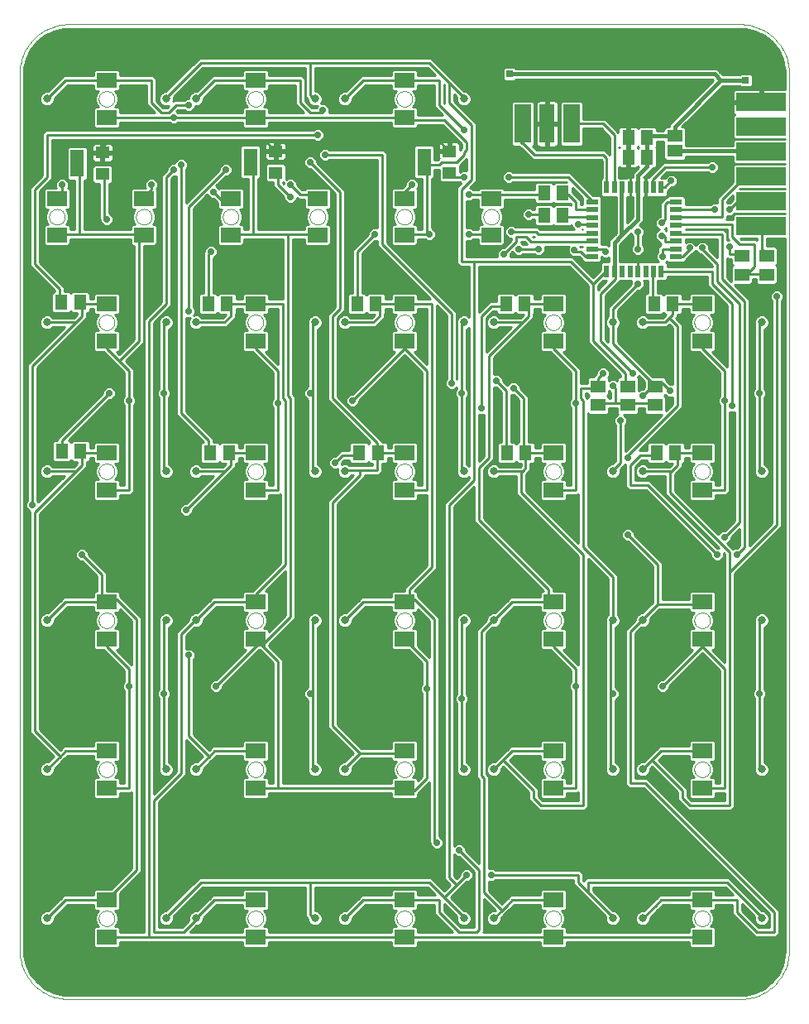
<source format=gtl>
G75*
G70*
%OFA0B0*%
%FSLAX24Y24*%
%IPPOS*%
%LPD*%
%AMOC8*
5,1,8,0,0,1.08239X$1,22.5*
%
%ADD10C,0.0010*%
%ADD11C,0.0039*%
%ADD12C,0.0320*%
%ADD13R,0.0787X0.0591*%
%ADD14C,0.0000*%
%ADD15R,0.0630X0.0460*%
%ADD16R,0.0512X0.0591*%
%ADD17R,0.0591X0.0512*%
%ADD18R,0.0669X0.1575*%
%ADD19R,0.0591X0.1575*%
%ADD20R,0.2000X0.0720*%
%ADD21R,0.0551X0.1102*%
%ADD22R,0.0551X0.0472*%
%ADD23R,0.0220X0.0500*%
%ADD24R,0.0500X0.0220*%
%ADD25C,0.0100*%
%ADD26R,0.0277X0.0277*%
%ADD27C,0.0160*%
%ADD28OC8,0.0240*%
D10*
X027651Y000151D02*
X029151Y000151D01*
D11*
X029183Y000151D02*
X014651Y000151D01*
X002120Y000151D01*
X002026Y000153D01*
X001933Y000160D01*
X001840Y000171D01*
X001747Y000187D01*
X001656Y000207D01*
X001565Y000231D01*
X001476Y000259D01*
X001388Y000292D01*
X001302Y000329D01*
X001218Y000370D01*
X001135Y000415D01*
X001055Y000464D01*
X000978Y000516D01*
X000903Y000572D01*
X000831Y000632D01*
X000761Y000695D01*
X000695Y000761D01*
X000632Y000831D01*
X000572Y000903D01*
X000516Y000978D01*
X000464Y001055D01*
X000415Y001136D01*
X000370Y001218D01*
X000329Y001302D01*
X000292Y001388D01*
X000259Y001476D01*
X000231Y001565D01*
X000207Y001656D01*
X000187Y001747D01*
X000171Y001840D01*
X000160Y001933D01*
X000153Y002026D01*
X000151Y002120D01*
X000151Y018151D01*
X000151Y037433D01*
X000153Y037527D01*
X000160Y037620D01*
X000171Y037713D01*
X000187Y037806D01*
X000207Y037897D01*
X000231Y037988D01*
X000259Y038077D01*
X000292Y038165D01*
X000329Y038251D01*
X000370Y038335D01*
X000415Y038418D01*
X000464Y038498D01*
X000516Y038575D01*
X000572Y038650D01*
X000632Y038722D01*
X000695Y038792D01*
X000761Y038858D01*
X000831Y038921D01*
X000903Y038981D01*
X000978Y039037D01*
X001055Y039089D01*
X001135Y039138D01*
X001218Y039183D01*
X001302Y039224D01*
X001388Y039261D01*
X001476Y039294D01*
X001565Y039322D01*
X001656Y039346D01*
X001747Y039366D01*
X001840Y039382D01*
X001933Y039393D01*
X002026Y039400D01*
X002120Y039402D01*
X002120Y039401D02*
X015651Y039401D01*
X029183Y039401D01*
X029183Y039402D02*
X029277Y039400D01*
X029370Y039393D01*
X029463Y039382D01*
X029556Y039366D01*
X029647Y039346D01*
X029738Y039322D01*
X029827Y039294D01*
X029915Y039261D01*
X030001Y039224D01*
X030085Y039183D01*
X030167Y039138D01*
X030248Y039089D01*
X030325Y039037D01*
X030400Y038981D01*
X030472Y038921D01*
X030542Y038858D01*
X030608Y038792D01*
X030671Y038722D01*
X030731Y038650D01*
X030787Y038575D01*
X030839Y038498D01*
X030888Y038417D01*
X030933Y038335D01*
X030974Y038251D01*
X031011Y038165D01*
X031044Y038077D01*
X031072Y037988D01*
X031096Y037897D01*
X031116Y037806D01*
X031132Y037713D01*
X031143Y037620D01*
X031150Y037527D01*
X031152Y037433D01*
X031151Y037433D02*
X031151Y020901D01*
X031151Y002120D01*
X031152Y002120D02*
X031150Y002026D01*
X031143Y001933D01*
X031132Y001840D01*
X031116Y001747D01*
X031096Y001656D01*
X031072Y001565D01*
X031044Y001476D01*
X031011Y001388D01*
X030974Y001302D01*
X030933Y001218D01*
X030888Y001136D01*
X030839Y001055D01*
X030787Y000978D01*
X030731Y000903D01*
X030671Y000831D01*
X030608Y000761D01*
X030542Y000695D01*
X030472Y000632D01*
X030400Y000572D01*
X030325Y000516D01*
X030248Y000464D01*
X030168Y000415D01*
X030085Y000370D01*
X030001Y000329D01*
X029915Y000292D01*
X029827Y000259D01*
X029738Y000231D01*
X029647Y000207D01*
X029556Y000187D01*
X029463Y000171D01*
X029370Y000160D01*
X029277Y000153D01*
X029183Y000151D01*
D12*
X030051Y003401D03*
X025251Y003401D03*
X024051Y003401D03*
X019251Y003401D03*
X018051Y003401D03*
X013251Y003401D03*
X012051Y003401D03*
X007251Y003401D03*
X006051Y003401D03*
X006051Y009401D03*
X007251Y009401D03*
X012051Y009401D03*
X013251Y009401D03*
X018051Y009401D03*
X019251Y009401D03*
X024051Y009401D03*
X025251Y009401D03*
X030051Y009401D03*
X030051Y015401D03*
X025251Y015401D03*
X024051Y015401D03*
X019251Y015401D03*
X018051Y015401D03*
X013251Y015401D03*
X012051Y015401D03*
X007251Y015401D03*
X006051Y015401D03*
X001251Y015401D03*
X001251Y009401D03*
X001251Y003401D03*
X001251Y021401D03*
X001251Y027401D03*
X006051Y027401D03*
X007251Y027401D03*
X012051Y027401D03*
X013251Y027401D03*
X018051Y027401D03*
X019251Y027401D03*
X024051Y027401D03*
X025251Y027401D03*
X030051Y027401D03*
X030051Y021401D03*
X025251Y021401D03*
X024051Y021401D03*
X019251Y021401D03*
X018051Y021401D03*
X013251Y021401D03*
X012051Y021401D03*
X007251Y021401D03*
X006051Y021401D03*
X006051Y036401D03*
X007251Y036401D03*
X012051Y036401D03*
X013251Y036401D03*
X018051Y036401D03*
X001251Y036401D03*
D13*
X003651Y035651D03*
X003651Y037151D03*
X005151Y032381D03*
X005151Y030921D03*
X003651Y028151D03*
X003651Y026651D03*
X001651Y030921D03*
X001651Y032381D03*
X008651Y032381D03*
X008651Y030921D03*
X009651Y028151D03*
X009651Y026651D03*
X012151Y030921D03*
X012151Y032381D03*
X009651Y035651D03*
X009651Y037151D03*
X015651Y037151D03*
X015651Y035651D03*
X015651Y032381D03*
X015651Y030921D03*
X015651Y028151D03*
X015651Y026651D03*
X019151Y030921D03*
X019151Y032381D03*
X021651Y028151D03*
X021651Y026651D03*
X021651Y022151D03*
X021651Y020651D03*
X021651Y016151D03*
X021651Y014651D03*
X021651Y010151D03*
X021651Y008651D03*
X021651Y004151D03*
X021651Y002651D03*
X015651Y002651D03*
X015651Y004151D03*
X015651Y008651D03*
X015651Y010151D03*
X015651Y014651D03*
X015651Y016151D03*
X015651Y020651D03*
X015651Y022151D03*
X009651Y022151D03*
X009651Y020651D03*
X009651Y016151D03*
X009651Y014651D03*
X009651Y010151D03*
X009651Y008651D03*
X009651Y004151D03*
X009651Y002651D03*
X003651Y002651D03*
X003651Y004151D03*
X003651Y008651D03*
X003651Y010151D03*
X003651Y014651D03*
X003651Y016151D03*
X003651Y020651D03*
X003651Y022151D03*
X027651Y022151D03*
X027651Y020651D03*
X027651Y016151D03*
X027651Y014651D03*
X027651Y010151D03*
X027651Y008651D03*
X027651Y004151D03*
X027651Y002651D03*
X027651Y026651D03*
X027651Y028151D03*
D14*
X027336Y027401D02*
X027338Y027436D01*
X027344Y027471D01*
X027354Y027505D01*
X027367Y027538D01*
X027384Y027569D01*
X027405Y027597D01*
X027428Y027624D01*
X027455Y027647D01*
X027483Y027668D01*
X027514Y027685D01*
X027547Y027698D01*
X027581Y027708D01*
X027616Y027714D01*
X027651Y027716D01*
X027686Y027714D01*
X027721Y027708D01*
X027755Y027698D01*
X027788Y027685D01*
X027819Y027668D01*
X027847Y027647D01*
X027874Y027624D01*
X027897Y027597D01*
X027918Y027569D01*
X027935Y027538D01*
X027948Y027505D01*
X027958Y027471D01*
X027964Y027436D01*
X027966Y027401D01*
X027964Y027366D01*
X027958Y027331D01*
X027948Y027297D01*
X027935Y027264D01*
X027918Y027233D01*
X027897Y027205D01*
X027874Y027178D01*
X027847Y027155D01*
X027819Y027134D01*
X027788Y027117D01*
X027755Y027104D01*
X027721Y027094D01*
X027686Y027088D01*
X027651Y027086D01*
X027616Y027088D01*
X027581Y027094D01*
X027547Y027104D01*
X027514Y027117D01*
X027483Y027134D01*
X027455Y027155D01*
X027428Y027178D01*
X027405Y027205D01*
X027384Y027233D01*
X027367Y027264D01*
X027354Y027297D01*
X027344Y027331D01*
X027338Y027366D01*
X027336Y027401D01*
X027336Y021401D02*
X027338Y021436D01*
X027344Y021471D01*
X027354Y021505D01*
X027367Y021538D01*
X027384Y021569D01*
X027405Y021597D01*
X027428Y021624D01*
X027455Y021647D01*
X027483Y021668D01*
X027514Y021685D01*
X027547Y021698D01*
X027581Y021708D01*
X027616Y021714D01*
X027651Y021716D01*
X027686Y021714D01*
X027721Y021708D01*
X027755Y021698D01*
X027788Y021685D01*
X027819Y021668D01*
X027847Y021647D01*
X027874Y021624D01*
X027897Y021597D01*
X027918Y021569D01*
X027935Y021538D01*
X027948Y021505D01*
X027958Y021471D01*
X027964Y021436D01*
X027966Y021401D01*
X027964Y021366D01*
X027958Y021331D01*
X027948Y021297D01*
X027935Y021264D01*
X027918Y021233D01*
X027897Y021205D01*
X027874Y021178D01*
X027847Y021155D01*
X027819Y021134D01*
X027788Y021117D01*
X027755Y021104D01*
X027721Y021094D01*
X027686Y021088D01*
X027651Y021086D01*
X027616Y021088D01*
X027581Y021094D01*
X027547Y021104D01*
X027514Y021117D01*
X027483Y021134D01*
X027455Y021155D01*
X027428Y021178D01*
X027405Y021205D01*
X027384Y021233D01*
X027367Y021264D01*
X027354Y021297D01*
X027344Y021331D01*
X027338Y021366D01*
X027336Y021401D01*
X027336Y015401D02*
X027338Y015436D01*
X027344Y015471D01*
X027354Y015505D01*
X027367Y015538D01*
X027384Y015569D01*
X027405Y015597D01*
X027428Y015624D01*
X027455Y015647D01*
X027483Y015668D01*
X027514Y015685D01*
X027547Y015698D01*
X027581Y015708D01*
X027616Y015714D01*
X027651Y015716D01*
X027686Y015714D01*
X027721Y015708D01*
X027755Y015698D01*
X027788Y015685D01*
X027819Y015668D01*
X027847Y015647D01*
X027874Y015624D01*
X027897Y015597D01*
X027918Y015569D01*
X027935Y015538D01*
X027948Y015505D01*
X027958Y015471D01*
X027964Y015436D01*
X027966Y015401D01*
X027964Y015366D01*
X027958Y015331D01*
X027948Y015297D01*
X027935Y015264D01*
X027918Y015233D01*
X027897Y015205D01*
X027874Y015178D01*
X027847Y015155D01*
X027819Y015134D01*
X027788Y015117D01*
X027755Y015104D01*
X027721Y015094D01*
X027686Y015088D01*
X027651Y015086D01*
X027616Y015088D01*
X027581Y015094D01*
X027547Y015104D01*
X027514Y015117D01*
X027483Y015134D01*
X027455Y015155D01*
X027428Y015178D01*
X027405Y015205D01*
X027384Y015233D01*
X027367Y015264D01*
X027354Y015297D01*
X027344Y015331D01*
X027338Y015366D01*
X027336Y015401D01*
X027336Y009401D02*
X027338Y009436D01*
X027344Y009471D01*
X027354Y009505D01*
X027367Y009538D01*
X027384Y009569D01*
X027405Y009597D01*
X027428Y009624D01*
X027455Y009647D01*
X027483Y009668D01*
X027514Y009685D01*
X027547Y009698D01*
X027581Y009708D01*
X027616Y009714D01*
X027651Y009716D01*
X027686Y009714D01*
X027721Y009708D01*
X027755Y009698D01*
X027788Y009685D01*
X027819Y009668D01*
X027847Y009647D01*
X027874Y009624D01*
X027897Y009597D01*
X027918Y009569D01*
X027935Y009538D01*
X027948Y009505D01*
X027958Y009471D01*
X027964Y009436D01*
X027966Y009401D01*
X027964Y009366D01*
X027958Y009331D01*
X027948Y009297D01*
X027935Y009264D01*
X027918Y009233D01*
X027897Y009205D01*
X027874Y009178D01*
X027847Y009155D01*
X027819Y009134D01*
X027788Y009117D01*
X027755Y009104D01*
X027721Y009094D01*
X027686Y009088D01*
X027651Y009086D01*
X027616Y009088D01*
X027581Y009094D01*
X027547Y009104D01*
X027514Y009117D01*
X027483Y009134D01*
X027455Y009155D01*
X027428Y009178D01*
X027405Y009205D01*
X027384Y009233D01*
X027367Y009264D01*
X027354Y009297D01*
X027344Y009331D01*
X027338Y009366D01*
X027336Y009401D01*
X027336Y003401D02*
X027338Y003436D01*
X027344Y003471D01*
X027354Y003505D01*
X027367Y003538D01*
X027384Y003569D01*
X027405Y003597D01*
X027428Y003624D01*
X027455Y003647D01*
X027483Y003668D01*
X027514Y003685D01*
X027547Y003698D01*
X027581Y003708D01*
X027616Y003714D01*
X027651Y003716D01*
X027686Y003714D01*
X027721Y003708D01*
X027755Y003698D01*
X027788Y003685D01*
X027819Y003668D01*
X027847Y003647D01*
X027874Y003624D01*
X027897Y003597D01*
X027918Y003569D01*
X027935Y003538D01*
X027948Y003505D01*
X027958Y003471D01*
X027964Y003436D01*
X027966Y003401D01*
X027964Y003366D01*
X027958Y003331D01*
X027948Y003297D01*
X027935Y003264D01*
X027918Y003233D01*
X027897Y003205D01*
X027874Y003178D01*
X027847Y003155D01*
X027819Y003134D01*
X027788Y003117D01*
X027755Y003104D01*
X027721Y003094D01*
X027686Y003088D01*
X027651Y003086D01*
X027616Y003088D01*
X027581Y003094D01*
X027547Y003104D01*
X027514Y003117D01*
X027483Y003134D01*
X027455Y003155D01*
X027428Y003178D01*
X027405Y003205D01*
X027384Y003233D01*
X027367Y003264D01*
X027354Y003297D01*
X027344Y003331D01*
X027338Y003366D01*
X027336Y003401D01*
X021336Y003401D02*
X021338Y003436D01*
X021344Y003471D01*
X021354Y003505D01*
X021367Y003538D01*
X021384Y003569D01*
X021405Y003597D01*
X021428Y003624D01*
X021455Y003647D01*
X021483Y003668D01*
X021514Y003685D01*
X021547Y003698D01*
X021581Y003708D01*
X021616Y003714D01*
X021651Y003716D01*
X021686Y003714D01*
X021721Y003708D01*
X021755Y003698D01*
X021788Y003685D01*
X021819Y003668D01*
X021847Y003647D01*
X021874Y003624D01*
X021897Y003597D01*
X021918Y003569D01*
X021935Y003538D01*
X021948Y003505D01*
X021958Y003471D01*
X021964Y003436D01*
X021966Y003401D01*
X021964Y003366D01*
X021958Y003331D01*
X021948Y003297D01*
X021935Y003264D01*
X021918Y003233D01*
X021897Y003205D01*
X021874Y003178D01*
X021847Y003155D01*
X021819Y003134D01*
X021788Y003117D01*
X021755Y003104D01*
X021721Y003094D01*
X021686Y003088D01*
X021651Y003086D01*
X021616Y003088D01*
X021581Y003094D01*
X021547Y003104D01*
X021514Y003117D01*
X021483Y003134D01*
X021455Y003155D01*
X021428Y003178D01*
X021405Y003205D01*
X021384Y003233D01*
X021367Y003264D01*
X021354Y003297D01*
X021344Y003331D01*
X021338Y003366D01*
X021336Y003401D01*
X021336Y009401D02*
X021338Y009436D01*
X021344Y009471D01*
X021354Y009505D01*
X021367Y009538D01*
X021384Y009569D01*
X021405Y009597D01*
X021428Y009624D01*
X021455Y009647D01*
X021483Y009668D01*
X021514Y009685D01*
X021547Y009698D01*
X021581Y009708D01*
X021616Y009714D01*
X021651Y009716D01*
X021686Y009714D01*
X021721Y009708D01*
X021755Y009698D01*
X021788Y009685D01*
X021819Y009668D01*
X021847Y009647D01*
X021874Y009624D01*
X021897Y009597D01*
X021918Y009569D01*
X021935Y009538D01*
X021948Y009505D01*
X021958Y009471D01*
X021964Y009436D01*
X021966Y009401D01*
X021964Y009366D01*
X021958Y009331D01*
X021948Y009297D01*
X021935Y009264D01*
X021918Y009233D01*
X021897Y009205D01*
X021874Y009178D01*
X021847Y009155D01*
X021819Y009134D01*
X021788Y009117D01*
X021755Y009104D01*
X021721Y009094D01*
X021686Y009088D01*
X021651Y009086D01*
X021616Y009088D01*
X021581Y009094D01*
X021547Y009104D01*
X021514Y009117D01*
X021483Y009134D01*
X021455Y009155D01*
X021428Y009178D01*
X021405Y009205D01*
X021384Y009233D01*
X021367Y009264D01*
X021354Y009297D01*
X021344Y009331D01*
X021338Y009366D01*
X021336Y009401D01*
X021336Y015401D02*
X021338Y015436D01*
X021344Y015471D01*
X021354Y015505D01*
X021367Y015538D01*
X021384Y015569D01*
X021405Y015597D01*
X021428Y015624D01*
X021455Y015647D01*
X021483Y015668D01*
X021514Y015685D01*
X021547Y015698D01*
X021581Y015708D01*
X021616Y015714D01*
X021651Y015716D01*
X021686Y015714D01*
X021721Y015708D01*
X021755Y015698D01*
X021788Y015685D01*
X021819Y015668D01*
X021847Y015647D01*
X021874Y015624D01*
X021897Y015597D01*
X021918Y015569D01*
X021935Y015538D01*
X021948Y015505D01*
X021958Y015471D01*
X021964Y015436D01*
X021966Y015401D01*
X021964Y015366D01*
X021958Y015331D01*
X021948Y015297D01*
X021935Y015264D01*
X021918Y015233D01*
X021897Y015205D01*
X021874Y015178D01*
X021847Y015155D01*
X021819Y015134D01*
X021788Y015117D01*
X021755Y015104D01*
X021721Y015094D01*
X021686Y015088D01*
X021651Y015086D01*
X021616Y015088D01*
X021581Y015094D01*
X021547Y015104D01*
X021514Y015117D01*
X021483Y015134D01*
X021455Y015155D01*
X021428Y015178D01*
X021405Y015205D01*
X021384Y015233D01*
X021367Y015264D01*
X021354Y015297D01*
X021344Y015331D01*
X021338Y015366D01*
X021336Y015401D01*
X021336Y021401D02*
X021338Y021436D01*
X021344Y021471D01*
X021354Y021505D01*
X021367Y021538D01*
X021384Y021569D01*
X021405Y021597D01*
X021428Y021624D01*
X021455Y021647D01*
X021483Y021668D01*
X021514Y021685D01*
X021547Y021698D01*
X021581Y021708D01*
X021616Y021714D01*
X021651Y021716D01*
X021686Y021714D01*
X021721Y021708D01*
X021755Y021698D01*
X021788Y021685D01*
X021819Y021668D01*
X021847Y021647D01*
X021874Y021624D01*
X021897Y021597D01*
X021918Y021569D01*
X021935Y021538D01*
X021948Y021505D01*
X021958Y021471D01*
X021964Y021436D01*
X021966Y021401D01*
X021964Y021366D01*
X021958Y021331D01*
X021948Y021297D01*
X021935Y021264D01*
X021918Y021233D01*
X021897Y021205D01*
X021874Y021178D01*
X021847Y021155D01*
X021819Y021134D01*
X021788Y021117D01*
X021755Y021104D01*
X021721Y021094D01*
X021686Y021088D01*
X021651Y021086D01*
X021616Y021088D01*
X021581Y021094D01*
X021547Y021104D01*
X021514Y021117D01*
X021483Y021134D01*
X021455Y021155D01*
X021428Y021178D01*
X021405Y021205D01*
X021384Y021233D01*
X021367Y021264D01*
X021354Y021297D01*
X021344Y021331D01*
X021338Y021366D01*
X021336Y021401D01*
X021336Y027401D02*
X021338Y027436D01*
X021344Y027471D01*
X021354Y027505D01*
X021367Y027538D01*
X021384Y027569D01*
X021405Y027597D01*
X021428Y027624D01*
X021455Y027647D01*
X021483Y027668D01*
X021514Y027685D01*
X021547Y027698D01*
X021581Y027708D01*
X021616Y027714D01*
X021651Y027716D01*
X021686Y027714D01*
X021721Y027708D01*
X021755Y027698D01*
X021788Y027685D01*
X021819Y027668D01*
X021847Y027647D01*
X021874Y027624D01*
X021897Y027597D01*
X021918Y027569D01*
X021935Y027538D01*
X021948Y027505D01*
X021958Y027471D01*
X021964Y027436D01*
X021966Y027401D01*
X021964Y027366D01*
X021958Y027331D01*
X021948Y027297D01*
X021935Y027264D01*
X021918Y027233D01*
X021897Y027205D01*
X021874Y027178D01*
X021847Y027155D01*
X021819Y027134D01*
X021788Y027117D01*
X021755Y027104D01*
X021721Y027094D01*
X021686Y027088D01*
X021651Y027086D01*
X021616Y027088D01*
X021581Y027094D01*
X021547Y027104D01*
X021514Y027117D01*
X021483Y027134D01*
X021455Y027155D01*
X021428Y027178D01*
X021405Y027205D01*
X021384Y027233D01*
X021367Y027264D01*
X021354Y027297D01*
X021344Y027331D01*
X021338Y027366D01*
X021336Y027401D01*
X018836Y031651D02*
X018838Y031686D01*
X018844Y031721D01*
X018854Y031755D01*
X018867Y031788D01*
X018884Y031819D01*
X018905Y031847D01*
X018928Y031874D01*
X018955Y031897D01*
X018983Y031918D01*
X019014Y031935D01*
X019047Y031948D01*
X019081Y031958D01*
X019116Y031964D01*
X019151Y031966D01*
X019186Y031964D01*
X019221Y031958D01*
X019255Y031948D01*
X019288Y031935D01*
X019319Y031918D01*
X019347Y031897D01*
X019374Y031874D01*
X019397Y031847D01*
X019418Y031819D01*
X019435Y031788D01*
X019448Y031755D01*
X019458Y031721D01*
X019464Y031686D01*
X019466Y031651D01*
X019464Y031616D01*
X019458Y031581D01*
X019448Y031547D01*
X019435Y031514D01*
X019418Y031483D01*
X019397Y031455D01*
X019374Y031428D01*
X019347Y031405D01*
X019319Y031384D01*
X019288Y031367D01*
X019255Y031354D01*
X019221Y031344D01*
X019186Y031338D01*
X019151Y031336D01*
X019116Y031338D01*
X019081Y031344D01*
X019047Y031354D01*
X019014Y031367D01*
X018983Y031384D01*
X018955Y031405D01*
X018928Y031428D01*
X018905Y031455D01*
X018884Y031483D01*
X018867Y031514D01*
X018854Y031547D01*
X018844Y031581D01*
X018838Y031616D01*
X018836Y031651D01*
X015336Y031651D02*
X015338Y031686D01*
X015344Y031721D01*
X015354Y031755D01*
X015367Y031788D01*
X015384Y031819D01*
X015405Y031847D01*
X015428Y031874D01*
X015455Y031897D01*
X015483Y031918D01*
X015514Y031935D01*
X015547Y031948D01*
X015581Y031958D01*
X015616Y031964D01*
X015651Y031966D01*
X015686Y031964D01*
X015721Y031958D01*
X015755Y031948D01*
X015788Y031935D01*
X015819Y031918D01*
X015847Y031897D01*
X015874Y031874D01*
X015897Y031847D01*
X015918Y031819D01*
X015935Y031788D01*
X015948Y031755D01*
X015958Y031721D01*
X015964Y031686D01*
X015966Y031651D01*
X015964Y031616D01*
X015958Y031581D01*
X015948Y031547D01*
X015935Y031514D01*
X015918Y031483D01*
X015897Y031455D01*
X015874Y031428D01*
X015847Y031405D01*
X015819Y031384D01*
X015788Y031367D01*
X015755Y031354D01*
X015721Y031344D01*
X015686Y031338D01*
X015651Y031336D01*
X015616Y031338D01*
X015581Y031344D01*
X015547Y031354D01*
X015514Y031367D01*
X015483Y031384D01*
X015455Y031405D01*
X015428Y031428D01*
X015405Y031455D01*
X015384Y031483D01*
X015367Y031514D01*
X015354Y031547D01*
X015344Y031581D01*
X015338Y031616D01*
X015336Y031651D01*
X011836Y031651D02*
X011838Y031686D01*
X011844Y031721D01*
X011854Y031755D01*
X011867Y031788D01*
X011884Y031819D01*
X011905Y031847D01*
X011928Y031874D01*
X011955Y031897D01*
X011983Y031918D01*
X012014Y031935D01*
X012047Y031948D01*
X012081Y031958D01*
X012116Y031964D01*
X012151Y031966D01*
X012186Y031964D01*
X012221Y031958D01*
X012255Y031948D01*
X012288Y031935D01*
X012319Y031918D01*
X012347Y031897D01*
X012374Y031874D01*
X012397Y031847D01*
X012418Y031819D01*
X012435Y031788D01*
X012448Y031755D01*
X012458Y031721D01*
X012464Y031686D01*
X012466Y031651D01*
X012464Y031616D01*
X012458Y031581D01*
X012448Y031547D01*
X012435Y031514D01*
X012418Y031483D01*
X012397Y031455D01*
X012374Y031428D01*
X012347Y031405D01*
X012319Y031384D01*
X012288Y031367D01*
X012255Y031354D01*
X012221Y031344D01*
X012186Y031338D01*
X012151Y031336D01*
X012116Y031338D01*
X012081Y031344D01*
X012047Y031354D01*
X012014Y031367D01*
X011983Y031384D01*
X011955Y031405D01*
X011928Y031428D01*
X011905Y031455D01*
X011884Y031483D01*
X011867Y031514D01*
X011854Y031547D01*
X011844Y031581D01*
X011838Y031616D01*
X011836Y031651D01*
X008336Y031651D02*
X008338Y031686D01*
X008344Y031721D01*
X008354Y031755D01*
X008367Y031788D01*
X008384Y031819D01*
X008405Y031847D01*
X008428Y031874D01*
X008455Y031897D01*
X008483Y031918D01*
X008514Y031935D01*
X008547Y031948D01*
X008581Y031958D01*
X008616Y031964D01*
X008651Y031966D01*
X008686Y031964D01*
X008721Y031958D01*
X008755Y031948D01*
X008788Y031935D01*
X008819Y031918D01*
X008847Y031897D01*
X008874Y031874D01*
X008897Y031847D01*
X008918Y031819D01*
X008935Y031788D01*
X008948Y031755D01*
X008958Y031721D01*
X008964Y031686D01*
X008966Y031651D01*
X008964Y031616D01*
X008958Y031581D01*
X008948Y031547D01*
X008935Y031514D01*
X008918Y031483D01*
X008897Y031455D01*
X008874Y031428D01*
X008847Y031405D01*
X008819Y031384D01*
X008788Y031367D01*
X008755Y031354D01*
X008721Y031344D01*
X008686Y031338D01*
X008651Y031336D01*
X008616Y031338D01*
X008581Y031344D01*
X008547Y031354D01*
X008514Y031367D01*
X008483Y031384D01*
X008455Y031405D01*
X008428Y031428D01*
X008405Y031455D01*
X008384Y031483D01*
X008367Y031514D01*
X008354Y031547D01*
X008344Y031581D01*
X008338Y031616D01*
X008336Y031651D01*
X004836Y031651D02*
X004838Y031686D01*
X004844Y031721D01*
X004854Y031755D01*
X004867Y031788D01*
X004884Y031819D01*
X004905Y031847D01*
X004928Y031874D01*
X004955Y031897D01*
X004983Y031918D01*
X005014Y031935D01*
X005047Y031948D01*
X005081Y031958D01*
X005116Y031964D01*
X005151Y031966D01*
X005186Y031964D01*
X005221Y031958D01*
X005255Y031948D01*
X005288Y031935D01*
X005319Y031918D01*
X005347Y031897D01*
X005374Y031874D01*
X005397Y031847D01*
X005418Y031819D01*
X005435Y031788D01*
X005448Y031755D01*
X005458Y031721D01*
X005464Y031686D01*
X005466Y031651D01*
X005464Y031616D01*
X005458Y031581D01*
X005448Y031547D01*
X005435Y031514D01*
X005418Y031483D01*
X005397Y031455D01*
X005374Y031428D01*
X005347Y031405D01*
X005319Y031384D01*
X005288Y031367D01*
X005255Y031354D01*
X005221Y031344D01*
X005186Y031338D01*
X005151Y031336D01*
X005116Y031338D01*
X005081Y031344D01*
X005047Y031354D01*
X005014Y031367D01*
X004983Y031384D01*
X004955Y031405D01*
X004928Y031428D01*
X004905Y031455D01*
X004884Y031483D01*
X004867Y031514D01*
X004854Y031547D01*
X004844Y031581D01*
X004838Y031616D01*
X004836Y031651D01*
X001336Y031651D02*
X001338Y031686D01*
X001344Y031721D01*
X001354Y031755D01*
X001367Y031788D01*
X001384Y031819D01*
X001405Y031847D01*
X001428Y031874D01*
X001455Y031897D01*
X001483Y031918D01*
X001514Y031935D01*
X001547Y031948D01*
X001581Y031958D01*
X001616Y031964D01*
X001651Y031966D01*
X001686Y031964D01*
X001721Y031958D01*
X001755Y031948D01*
X001788Y031935D01*
X001819Y031918D01*
X001847Y031897D01*
X001874Y031874D01*
X001897Y031847D01*
X001918Y031819D01*
X001935Y031788D01*
X001948Y031755D01*
X001958Y031721D01*
X001964Y031686D01*
X001966Y031651D01*
X001964Y031616D01*
X001958Y031581D01*
X001948Y031547D01*
X001935Y031514D01*
X001918Y031483D01*
X001897Y031455D01*
X001874Y031428D01*
X001847Y031405D01*
X001819Y031384D01*
X001788Y031367D01*
X001755Y031354D01*
X001721Y031344D01*
X001686Y031338D01*
X001651Y031336D01*
X001616Y031338D01*
X001581Y031344D01*
X001547Y031354D01*
X001514Y031367D01*
X001483Y031384D01*
X001455Y031405D01*
X001428Y031428D01*
X001405Y031455D01*
X001384Y031483D01*
X001367Y031514D01*
X001354Y031547D01*
X001344Y031581D01*
X001338Y031616D01*
X001336Y031651D01*
X003336Y027401D02*
X003338Y027436D01*
X003344Y027471D01*
X003354Y027505D01*
X003367Y027538D01*
X003384Y027569D01*
X003405Y027597D01*
X003428Y027624D01*
X003455Y027647D01*
X003483Y027668D01*
X003514Y027685D01*
X003547Y027698D01*
X003581Y027708D01*
X003616Y027714D01*
X003651Y027716D01*
X003686Y027714D01*
X003721Y027708D01*
X003755Y027698D01*
X003788Y027685D01*
X003819Y027668D01*
X003847Y027647D01*
X003874Y027624D01*
X003897Y027597D01*
X003918Y027569D01*
X003935Y027538D01*
X003948Y027505D01*
X003958Y027471D01*
X003964Y027436D01*
X003966Y027401D01*
X003964Y027366D01*
X003958Y027331D01*
X003948Y027297D01*
X003935Y027264D01*
X003918Y027233D01*
X003897Y027205D01*
X003874Y027178D01*
X003847Y027155D01*
X003819Y027134D01*
X003788Y027117D01*
X003755Y027104D01*
X003721Y027094D01*
X003686Y027088D01*
X003651Y027086D01*
X003616Y027088D01*
X003581Y027094D01*
X003547Y027104D01*
X003514Y027117D01*
X003483Y027134D01*
X003455Y027155D01*
X003428Y027178D01*
X003405Y027205D01*
X003384Y027233D01*
X003367Y027264D01*
X003354Y027297D01*
X003344Y027331D01*
X003338Y027366D01*
X003336Y027401D01*
X003336Y021401D02*
X003338Y021436D01*
X003344Y021471D01*
X003354Y021505D01*
X003367Y021538D01*
X003384Y021569D01*
X003405Y021597D01*
X003428Y021624D01*
X003455Y021647D01*
X003483Y021668D01*
X003514Y021685D01*
X003547Y021698D01*
X003581Y021708D01*
X003616Y021714D01*
X003651Y021716D01*
X003686Y021714D01*
X003721Y021708D01*
X003755Y021698D01*
X003788Y021685D01*
X003819Y021668D01*
X003847Y021647D01*
X003874Y021624D01*
X003897Y021597D01*
X003918Y021569D01*
X003935Y021538D01*
X003948Y021505D01*
X003958Y021471D01*
X003964Y021436D01*
X003966Y021401D01*
X003964Y021366D01*
X003958Y021331D01*
X003948Y021297D01*
X003935Y021264D01*
X003918Y021233D01*
X003897Y021205D01*
X003874Y021178D01*
X003847Y021155D01*
X003819Y021134D01*
X003788Y021117D01*
X003755Y021104D01*
X003721Y021094D01*
X003686Y021088D01*
X003651Y021086D01*
X003616Y021088D01*
X003581Y021094D01*
X003547Y021104D01*
X003514Y021117D01*
X003483Y021134D01*
X003455Y021155D01*
X003428Y021178D01*
X003405Y021205D01*
X003384Y021233D01*
X003367Y021264D01*
X003354Y021297D01*
X003344Y021331D01*
X003338Y021366D01*
X003336Y021401D01*
X003336Y015401D02*
X003338Y015436D01*
X003344Y015471D01*
X003354Y015505D01*
X003367Y015538D01*
X003384Y015569D01*
X003405Y015597D01*
X003428Y015624D01*
X003455Y015647D01*
X003483Y015668D01*
X003514Y015685D01*
X003547Y015698D01*
X003581Y015708D01*
X003616Y015714D01*
X003651Y015716D01*
X003686Y015714D01*
X003721Y015708D01*
X003755Y015698D01*
X003788Y015685D01*
X003819Y015668D01*
X003847Y015647D01*
X003874Y015624D01*
X003897Y015597D01*
X003918Y015569D01*
X003935Y015538D01*
X003948Y015505D01*
X003958Y015471D01*
X003964Y015436D01*
X003966Y015401D01*
X003964Y015366D01*
X003958Y015331D01*
X003948Y015297D01*
X003935Y015264D01*
X003918Y015233D01*
X003897Y015205D01*
X003874Y015178D01*
X003847Y015155D01*
X003819Y015134D01*
X003788Y015117D01*
X003755Y015104D01*
X003721Y015094D01*
X003686Y015088D01*
X003651Y015086D01*
X003616Y015088D01*
X003581Y015094D01*
X003547Y015104D01*
X003514Y015117D01*
X003483Y015134D01*
X003455Y015155D01*
X003428Y015178D01*
X003405Y015205D01*
X003384Y015233D01*
X003367Y015264D01*
X003354Y015297D01*
X003344Y015331D01*
X003338Y015366D01*
X003336Y015401D01*
X003336Y009401D02*
X003338Y009436D01*
X003344Y009471D01*
X003354Y009505D01*
X003367Y009538D01*
X003384Y009569D01*
X003405Y009597D01*
X003428Y009624D01*
X003455Y009647D01*
X003483Y009668D01*
X003514Y009685D01*
X003547Y009698D01*
X003581Y009708D01*
X003616Y009714D01*
X003651Y009716D01*
X003686Y009714D01*
X003721Y009708D01*
X003755Y009698D01*
X003788Y009685D01*
X003819Y009668D01*
X003847Y009647D01*
X003874Y009624D01*
X003897Y009597D01*
X003918Y009569D01*
X003935Y009538D01*
X003948Y009505D01*
X003958Y009471D01*
X003964Y009436D01*
X003966Y009401D01*
X003964Y009366D01*
X003958Y009331D01*
X003948Y009297D01*
X003935Y009264D01*
X003918Y009233D01*
X003897Y009205D01*
X003874Y009178D01*
X003847Y009155D01*
X003819Y009134D01*
X003788Y009117D01*
X003755Y009104D01*
X003721Y009094D01*
X003686Y009088D01*
X003651Y009086D01*
X003616Y009088D01*
X003581Y009094D01*
X003547Y009104D01*
X003514Y009117D01*
X003483Y009134D01*
X003455Y009155D01*
X003428Y009178D01*
X003405Y009205D01*
X003384Y009233D01*
X003367Y009264D01*
X003354Y009297D01*
X003344Y009331D01*
X003338Y009366D01*
X003336Y009401D01*
X003336Y003401D02*
X003338Y003436D01*
X003344Y003471D01*
X003354Y003505D01*
X003367Y003538D01*
X003384Y003569D01*
X003405Y003597D01*
X003428Y003624D01*
X003455Y003647D01*
X003483Y003668D01*
X003514Y003685D01*
X003547Y003698D01*
X003581Y003708D01*
X003616Y003714D01*
X003651Y003716D01*
X003686Y003714D01*
X003721Y003708D01*
X003755Y003698D01*
X003788Y003685D01*
X003819Y003668D01*
X003847Y003647D01*
X003874Y003624D01*
X003897Y003597D01*
X003918Y003569D01*
X003935Y003538D01*
X003948Y003505D01*
X003958Y003471D01*
X003964Y003436D01*
X003966Y003401D01*
X003964Y003366D01*
X003958Y003331D01*
X003948Y003297D01*
X003935Y003264D01*
X003918Y003233D01*
X003897Y003205D01*
X003874Y003178D01*
X003847Y003155D01*
X003819Y003134D01*
X003788Y003117D01*
X003755Y003104D01*
X003721Y003094D01*
X003686Y003088D01*
X003651Y003086D01*
X003616Y003088D01*
X003581Y003094D01*
X003547Y003104D01*
X003514Y003117D01*
X003483Y003134D01*
X003455Y003155D01*
X003428Y003178D01*
X003405Y003205D01*
X003384Y003233D01*
X003367Y003264D01*
X003354Y003297D01*
X003344Y003331D01*
X003338Y003366D01*
X003336Y003401D01*
X009336Y003401D02*
X009338Y003436D01*
X009344Y003471D01*
X009354Y003505D01*
X009367Y003538D01*
X009384Y003569D01*
X009405Y003597D01*
X009428Y003624D01*
X009455Y003647D01*
X009483Y003668D01*
X009514Y003685D01*
X009547Y003698D01*
X009581Y003708D01*
X009616Y003714D01*
X009651Y003716D01*
X009686Y003714D01*
X009721Y003708D01*
X009755Y003698D01*
X009788Y003685D01*
X009819Y003668D01*
X009847Y003647D01*
X009874Y003624D01*
X009897Y003597D01*
X009918Y003569D01*
X009935Y003538D01*
X009948Y003505D01*
X009958Y003471D01*
X009964Y003436D01*
X009966Y003401D01*
X009964Y003366D01*
X009958Y003331D01*
X009948Y003297D01*
X009935Y003264D01*
X009918Y003233D01*
X009897Y003205D01*
X009874Y003178D01*
X009847Y003155D01*
X009819Y003134D01*
X009788Y003117D01*
X009755Y003104D01*
X009721Y003094D01*
X009686Y003088D01*
X009651Y003086D01*
X009616Y003088D01*
X009581Y003094D01*
X009547Y003104D01*
X009514Y003117D01*
X009483Y003134D01*
X009455Y003155D01*
X009428Y003178D01*
X009405Y003205D01*
X009384Y003233D01*
X009367Y003264D01*
X009354Y003297D01*
X009344Y003331D01*
X009338Y003366D01*
X009336Y003401D01*
X009336Y009401D02*
X009338Y009436D01*
X009344Y009471D01*
X009354Y009505D01*
X009367Y009538D01*
X009384Y009569D01*
X009405Y009597D01*
X009428Y009624D01*
X009455Y009647D01*
X009483Y009668D01*
X009514Y009685D01*
X009547Y009698D01*
X009581Y009708D01*
X009616Y009714D01*
X009651Y009716D01*
X009686Y009714D01*
X009721Y009708D01*
X009755Y009698D01*
X009788Y009685D01*
X009819Y009668D01*
X009847Y009647D01*
X009874Y009624D01*
X009897Y009597D01*
X009918Y009569D01*
X009935Y009538D01*
X009948Y009505D01*
X009958Y009471D01*
X009964Y009436D01*
X009966Y009401D01*
X009964Y009366D01*
X009958Y009331D01*
X009948Y009297D01*
X009935Y009264D01*
X009918Y009233D01*
X009897Y009205D01*
X009874Y009178D01*
X009847Y009155D01*
X009819Y009134D01*
X009788Y009117D01*
X009755Y009104D01*
X009721Y009094D01*
X009686Y009088D01*
X009651Y009086D01*
X009616Y009088D01*
X009581Y009094D01*
X009547Y009104D01*
X009514Y009117D01*
X009483Y009134D01*
X009455Y009155D01*
X009428Y009178D01*
X009405Y009205D01*
X009384Y009233D01*
X009367Y009264D01*
X009354Y009297D01*
X009344Y009331D01*
X009338Y009366D01*
X009336Y009401D01*
X009336Y015401D02*
X009338Y015436D01*
X009344Y015471D01*
X009354Y015505D01*
X009367Y015538D01*
X009384Y015569D01*
X009405Y015597D01*
X009428Y015624D01*
X009455Y015647D01*
X009483Y015668D01*
X009514Y015685D01*
X009547Y015698D01*
X009581Y015708D01*
X009616Y015714D01*
X009651Y015716D01*
X009686Y015714D01*
X009721Y015708D01*
X009755Y015698D01*
X009788Y015685D01*
X009819Y015668D01*
X009847Y015647D01*
X009874Y015624D01*
X009897Y015597D01*
X009918Y015569D01*
X009935Y015538D01*
X009948Y015505D01*
X009958Y015471D01*
X009964Y015436D01*
X009966Y015401D01*
X009964Y015366D01*
X009958Y015331D01*
X009948Y015297D01*
X009935Y015264D01*
X009918Y015233D01*
X009897Y015205D01*
X009874Y015178D01*
X009847Y015155D01*
X009819Y015134D01*
X009788Y015117D01*
X009755Y015104D01*
X009721Y015094D01*
X009686Y015088D01*
X009651Y015086D01*
X009616Y015088D01*
X009581Y015094D01*
X009547Y015104D01*
X009514Y015117D01*
X009483Y015134D01*
X009455Y015155D01*
X009428Y015178D01*
X009405Y015205D01*
X009384Y015233D01*
X009367Y015264D01*
X009354Y015297D01*
X009344Y015331D01*
X009338Y015366D01*
X009336Y015401D01*
X009336Y021401D02*
X009338Y021436D01*
X009344Y021471D01*
X009354Y021505D01*
X009367Y021538D01*
X009384Y021569D01*
X009405Y021597D01*
X009428Y021624D01*
X009455Y021647D01*
X009483Y021668D01*
X009514Y021685D01*
X009547Y021698D01*
X009581Y021708D01*
X009616Y021714D01*
X009651Y021716D01*
X009686Y021714D01*
X009721Y021708D01*
X009755Y021698D01*
X009788Y021685D01*
X009819Y021668D01*
X009847Y021647D01*
X009874Y021624D01*
X009897Y021597D01*
X009918Y021569D01*
X009935Y021538D01*
X009948Y021505D01*
X009958Y021471D01*
X009964Y021436D01*
X009966Y021401D01*
X009964Y021366D01*
X009958Y021331D01*
X009948Y021297D01*
X009935Y021264D01*
X009918Y021233D01*
X009897Y021205D01*
X009874Y021178D01*
X009847Y021155D01*
X009819Y021134D01*
X009788Y021117D01*
X009755Y021104D01*
X009721Y021094D01*
X009686Y021088D01*
X009651Y021086D01*
X009616Y021088D01*
X009581Y021094D01*
X009547Y021104D01*
X009514Y021117D01*
X009483Y021134D01*
X009455Y021155D01*
X009428Y021178D01*
X009405Y021205D01*
X009384Y021233D01*
X009367Y021264D01*
X009354Y021297D01*
X009344Y021331D01*
X009338Y021366D01*
X009336Y021401D01*
X009336Y027401D02*
X009338Y027436D01*
X009344Y027471D01*
X009354Y027505D01*
X009367Y027538D01*
X009384Y027569D01*
X009405Y027597D01*
X009428Y027624D01*
X009455Y027647D01*
X009483Y027668D01*
X009514Y027685D01*
X009547Y027698D01*
X009581Y027708D01*
X009616Y027714D01*
X009651Y027716D01*
X009686Y027714D01*
X009721Y027708D01*
X009755Y027698D01*
X009788Y027685D01*
X009819Y027668D01*
X009847Y027647D01*
X009874Y027624D01*
X009897Y027597D01*
X009918Y027569D01*
X009935Y027538D01*
X009948Y027505D01*
X009958Y027471D01*
X009964Y027436D01*
X009966Y027401D01*
X009964Y027366D01*
X009958Y027331D01*
X009948Y027297D01*
X009935Y027264D01*
X009918Y027233D01*
X009897Y027205D01*
X009874Y027178D01*
X009847Y027155D01*
X009819Y027134D01*
X009788Y027117D01*
X009755Y027104D01*
X009721Y027094D01*
X009686Y027088D01*
X009651Y027086D01*
X009616Y027088D01*
X009581Y027094D01*
X009547Y027104D01*
X009514Y027117D01*
X009483Y027134D01*
X009455Y027155D01*
X009428Y027178D01*
X009405Y027205D01*
X009384Y027233D01*
X009367Y027264D01*
X009354Y027297D01*
X009344Y027331D01*
X009338Y027366D01*
X009336Y027401D01*
X015336Y027401D02*
X015338Y027436D01*
X015344Y027471D01*
X015354Y027505D01*
X015367Y027538D01*
X015384Y027569D01*
X015405Y027597D01*
X015428Y027624D01*
X015455Y027647D01*
X015483Y027668D01*
X015514Y027685D01*
X015547Y027698D01*
X015581Y027708D01*
X015616Y027714D01*
X015651Y027716D01*
X015686Y027714D01*
X015721Y027708D01*
X015755Y027698D01*
X015788Y027685D01*
X015819Y027668D01*
X015847Y027647D01*
X015874Y027624D01*
X015897Y027597D01*
X015918Y027569D01*
X015935Y027538D01*
X015948Y027505D01*
X015958Y027471D01*
X015964Y027436D01*
X015966Y027401D01*
X015964Y027366D01*
X015958Y027331D01*
X015948Y027297D01*
X015935Y027264D01*
X015918Y027233D01*
X015897Y027205D01*
X015874Y027178D01*
X015847Y027155D01*
X015819Y027134D01*
X015788Y027117D01*
X015755Y027104D01*
X015721Y027094D01*
X015686Y027088D01*
X015651Y027086D01*
X015616Y027088D01*
X015581Y027094D01*
X015547Y027104D01*
X015514Y027117D01*
X015483Y027134D01*
X015455Y027155D01*
X015428Y027178D01*
X015405Y027205D01*
X015384Y027233D01*
X015367Y027264D01*
X015354Y027297D01*
X015344Y027331D01*
X015338Y027366D01*
X015336Y027401D01*
X015336Y021401D02*
X015338Y021436D01*
X015344Y021471D01*
X015354Y021505D01*
X015367Y021538D01*
X015384Y021569D01*
X015405Y021597D01*
X015428Y021624D01*
X015455Y021647D01*
X015483Y021668D01*
X015514Y021685D01*
X015547Y021698D01*
X015581Y021708D01*
X015616Y021714D01*
X015651Y021716D01*
X015686Y021714D01*
X015721Y021708D01*
X015755Y021698D01*
X015788Y021685D01*
X015819Y021668D01*
X015847Y021647D01*
X015874Y021624D01*
X015897Y021597D01*
X015918Y021569D01*
X015935Y021538D01*
X015948Y021505D01*
X015958Y021471D01*
X015964Y021436D01*
X015966Y021401D01*
X015964Y021366D01*
X015958Y021331D01*
X015948Y021297D01*
X015935Y021264D01*
X015918Y021233D01*
X015897Y021205D01*
X015874Y021178D01*
X015847Y021155D01*
X015819Y021134D01*
X015788Y021117D01*
X015755Y021104D01*
X015721Y021094D01*
X015686Y021088D01*
X015651Y021086D01*
X015616Y021088D01*
X015581Y021094D01*
X015547Y021104D01*
X015514Y021117D01*
X015483Y021134D01*
X015455Y021155D01*
X015428Y021178D01*
X015405Y021205D01*
X015384Y021233D01*
X015367Y021264D01*
X015354Y021297D01*
X015344Y021331D01*
X015338Y021366D01*
X015336Y021401D01*
X015336Y015401D02*
X015338Y015436D01*
X015344Y015471D01*
X015354Y015505D01*
X015367Y015538D01*
X015384Y015569D01*
X015405Y015597D01*
X015428Y015624D01*
X015455Y015647D01*
X015483Y015668D01*
X015514Y015685D01*
X015547Y015698D01*
X015581Y015708D01*
X015616Y015714D01*
X015651Y015716D01*
X015686Y015714D01*
X015721Y015708D01*
X015755Y015698D01*
X015788Y015685D01*
X015819Y015668D01*
X015847Y015647D01*
X015874Y015624D01*
X015897Y015597D01*
X015918Y015569D01*
X015935Y015538D01*
X015948Y015505D01*
X015958Y015471D01*
X015964Y015436D01*
X015966Y015401D01*
X015964Y015366D01*
X015958Y015331D01*
X015948Y015297D01*
X015935Y015264D01*
X015918Y015233D01*
X015897Y015205D01*
X015874Y015178D01*
X015847Y015155D01*
X015819Y015134D01*
X015788Y015117D01*
X015755Y015104D01*
X015721Y015094D01*
X015686Y015088D01*
X015651Y015086D01*
X015616Y015088D01*
X015581Y015094D01*
X015547Y015104D01*
X015514Y015117D01*
X015483Y015134D01*
X015455Y015155D01*
X015428Y015178D01*
X015405Y015205D01*
X015384Y015233D01*
X015367Y015264D01*
X015354Y015297D01*
X015344Y015331D01*
X015338Y015366D01*
X015336Y015401D01*
X015336Y009401D02*
X015338Y009436D01*
X015344Y009471D01*
X015354Y009505D01*
X015367Y009538D01*
X015384Y009569D01*
X015405Y009597D01*
X015428Y009624D01*
X015455Y009647D01*
X015483Y009668D01*
X015514Y009685D01*
X015547Y009698D01*
X015581Y009708D01*
X015616Y009714D01*
X015651Y009716D01*
X015686Y009714D01*
X015721Y009708D01*
X015755Y009698D01*
X015788Y009685D01*
X015819Y009668D01*
X015847Y009647D01*
X015874Y009624D01*
X015897Y009597D01*
X015918Y009569D01*
X015935Y009538D01*
X015948Y009505D01*
X015958Y009471D01*
X015964Y009436D01*
X015966Y009401D01*
X015964Y009366D01*
X015958Y009331D01*
X015948Y009297D01*
X015935Y009264D01*
X015918Y009233D01*
X015897Y009205D01*
X015874Y009178D01*
X015847Y009155D01*
X015819Y009134D01*
X015788Y009117D01*
X015755Y009104D01*
X015721Y009094D01*
X015686Y009088D01*
X015651Y009086D01*
X015616Y009088D01*
X015581Y009094D01*
X015547Y009104D01*
X015514Y009117D01*
X015483Y009134D01*
X015455Y009155D01*
X015428Y009178D01*
X015405Y009205D01*
X015384Y009233D01*
X015367Y009264D01*
X015354Y009297D01*
X015344Y009331D01*
X015338Y009366D01*
X015336Y009401D01*
X015336Y003401D02*
X015338Y003436D01*
X015344Y003471D01*
X015354Y003505D01*
X015367Y003538D01*
X015384Y003569D01*
X015405Y003597D01*
X015428Y003624D01*
X015455Y003647D01*
X015483Y003668D01*
X015514Y003685D01*
X015547Y003698D01*
X015581Y003708D01*
X015616Y003714D01*
X015651Y003716D01*
X015686Y003714D01*
X015721Y003708D01*
X015755Y003698D01*
X015788Y003685D01*
X015819Y003668D01*
X015847Y003647D01*
X015874Y003624D01*
X015897Y003597D01*
X015918Y003569D01*
X015935Y003538D01*
X015948Y003505D01*
X015958Y003471D01*
X015964Y003436D01*
X015966Y003401D01*
X015964Y003366D01*
X015958Y003331D01*
X015948Y003297D01*
X015935Y003264D01*
X015918Y003233D01*
X015897Y003205D01*
X015874Y003178D01*
X015847Y003155D01*
X015819Y003134D01*
X015788Y003117D01*
X015755Y003104D01*
X015721Y003094D01*
X015686Y003088D01*
X015651Y003086D01*
X015616Y003088D01*
X015581Y003094D01*
X015547Y003104D01*
X015514Y003117D01*
X015483Y003134D01*
X015455Y003155D01*
X015428Y003178D01*
X015405Y003205D01*
X015384Y003233D01*
X015367Y003264D01*
X015354Y003297D01*
X015344Y003331D01*
X015338Y003366D01*
X015336Y003401D01*
X015336Y036401D02*
X015338Y036436D01*
X015344Y036471D01*
X015354Y036505D01*
X015367Y036538D01*
X015384Y036569D01*
X015405Y036597D01*
X015428Y036624D01*
X015455Y036647D01*
X015483Y036668D01*
X015514Y036685D01*
X015547Y036698D01*
X015581Y036708D01*
X015616Y036714D01*
X015651Y036716D01*
X015686Y036714D01*
X015721Y036708D01*
X015755Y036698D01*
X015788Y036685D01*
X015819Y036668D01*
X015847Y036647D01*
X015874Y036624D01*
X015897Y036597D01*
X015918Y036569D01*
X015935Y036538D01*
X015948Y036505D01*
X015958Y036471D01*
X015964Y036436D01*
X015966Y036401D01*
X015964Y036366D01*
X015958Y036331D01*
X015948Y036297D01*
X015935Y036264D01*
X015918Y036233D01*
X015897Y036205D01*
X015874Y036178D01*
X015847Y036155D01*
X015819Y036134D01*
X015788Y036117D01*
X015755Y036104D01*
X015721Y036094D01*
X015686Y036088D01*
X015651Y036086D01*
X015616Y036088D01*
X015581Y036094D01*
X015547Y036104D01*
X015514Y036117D01*
X015483Y036134D01*
X015455Y036155D01*
X015428Y036178D01*
X015405Y036205D01*
X015384Y036233D01*
X015367Y036264D01*
X015354Y036297D01*
X015344Y036331D01*
X015338Y036366D01*
X015336Y036401D01*
X009336Y036401D02*
X009338Y036436D01*
X009344Y036471D01*
X009354Y036505D01*
X009367Y036538D01*
X009384Y036569D01*
X009405Y036597D01*
X009428Y036624D01*
X009455Y036647D01*
X009483Y036668D01*
X009514Y036685D01*
X009547Y036698D01*
X009581Y036708D01*
X009616Y036714D01*
X009651Y036716D01*
X009686Y036714D01*
X009721Y036708D01*
X009755Y036698D01*
X009788Y036685D01*
X009819Y036668D01*
X009847Y036647D01*
X009874Y036624D01*
X009897Y036597D01*
X009918Y036569D01*
X009935Y036538D01*
X009948Y036505D01*
X009958Y036471D01*
X009964Y036436D01*
X009966Y036401D01*
X009964Y036366D01*
X009958Y036331D01*
X009948Y036297D01*
X009935Y036264D01*
X009918Y036233D01*
X009897Y036205D01*
X009874Y036178D01*
X009847Y036155D01*
X009819Y036134D01*
X009788Y036117D01*
X009755Y036104D01*
X009721Y036094D01*
X009686Y036088D01*
X009651Y036086D01*
X009616Y036088D01*
X009581Y036094D01*
X009547Y036104D01*
X009514Y036117D01*
X009483Y036134D01*
X009455Y036155D01*
X009428Y036178D01*
X009405Y036205D01*
X009384Y036233D01*
X009367Y036264D01*
X009354Y036297D01*
X009344Y036331D01*
X009338Y036366D01*
X009336Y036401D01*
X003336Y036401D02*
X003338Y036436D01*
X003344Y036471D01*
X003354Y036505D01*
X003367Y036538D01*
X003384Y036569D01*
X003405Y036597D01*
X003428Y036624D01*
X003455Y036647D01*
X003483Y036668D01*
X003514Y036685D01*
X003547Y036698D01*
X003581Y036708D01*
X003616Y036714D01*
X003651Y036716D01*
X003686Y036714D01*
X003721Y036708D01*
X003755Y036698D01*
X003788Y036685D01*
X003819Y036668D01*
X003847Y036647D01*
X003874Y036624D01*
X003897Y036597D01*
X003918Y036569D01*
X003935Y036538D01*
X003948Y036505D01*
X003958Y036471D01*
X003964Y036436D01*
X003966Y036401D01*
X003964Y036366D01*
X003958Y036331D01*
X003948Y036297D01*
X003935Y036264D01*
X003918Y036233D01*
X003897Y036205D01*
X003874Y036178D01*
X003847Y036155D01*
X003819Y036134D01*
X003788Y036117D01*
X003755Y036104D01*
X003721Y036094D01*
X003686Y036088D01*
X003651Y036086D01*
X003616Y036088D01*
X003581Y036094D01*
X003547Y036104D01*
X003514Y036117D01*
X003483Y036134D01*
X003455Y036155D01*
X003428Y036178D01*
X003405Y036205D01*
X003384Y036233D01*
X003367Y036264D01*
X003354Y036297D01*
X003344Y036331D01*
X003338Y036366D01*
X003336Y036401D01*
D15*
X026547Y034901D03*
X026547Y034301D03*
D16*
X025425Y034051D03*
X024677Y034051D03*
X024677Y034851D03*
X025425Y034851D03*
X022025Y032601D03*
X022025Y031701D03*
X021277Y031701D03*
X021277Y032601D03*
X020498Y028149D03*
X019750Y028149D03*
X014498Y028149D03*
X013750Y028149D03*
X008498Y028149D03*
X007750Y028149D03*
X002580Y028211D03*
X001832Y028211D03*
X001851Y022211D03*
X002599Y022211D03*
X007828Y022149D03*
X008576Y022149D03*
X013828Y022149D03*
X014576Y022149D03*
X019789Y022149D03*
X020537Y022149D03*
X025710Y028149D03*
X026458Y028149D03*
X026563Y022149D03*
X025815Y022149D03*
D17*
X025751Y024077D03*
X025751Y024825D03*
X024651Y024825D03*
X024651Y024077D03*
X023451Y024077D03*
X023451Y024825D03*
X029251Y029327D03*
X029251Y030075D03*
X030251Y030075D03*
X030251Y029327D03*
D18*
X022385Y035401D03*
X020417Y035401D03*
D19*
X021401Y035401D03*
D20*
X030026Y035276D03*
X030026Y036276D03*
X030026Y034276D03*
X030026Y033276D03*
X030026Y032276D03*
X030026Y031276D03*
D21*
X016439Y033861D03*
X009439Y033861D03*
X002459Y033801D03*
D22*
X003483Y033368D03*
X003483Y034234D03*
X010463Y034294D03*
X010463Y033428D03*
X017463Y033428D03*
X017463Y034294D03*
D23*
X023799Y032841D03*
X024114Y032841D03*
X024429Y032841D03*
X024744Y032841D03*
X025059Y032841D03*
X025374Y032841D03*
X025689Y032841D03*
X026004Y032841D03*
X026004Y029461D03*
X025689Y029461D03*
X025374Y029461D03*
X025059Y029461D03*
X024744Y029461D03*
X024429Y029461D03*
X024114Y029461D03*
X023799Y029461D03*
D24*
X023211Y030049D03*
X023211Y030364D03*
X023211Y030679D03*
X023211Y030994D03*
X023211Y031309D03*
X023211Y031624D03*
X023211Y031939D03*
X023211Y032254D03*
X026591Y032254D03*
X026591Y031939D03*
X026591Y031624D03*
X026591Y031309D03*
X026591Y030994D03*
X026591Y030679D03*
X026591Y030364D03*
X026591Y030049D03*
D25*
X000597Y001163D02*
X000848Y000848D01*
X001163Y000597D01*
X001526Y000422D01*
X001918Y000332D01*
X002120Y000321D01*
X002190Y000321D01*
X014581Y000321D01*
X029183Y000321D01*
X029384Y000332D01*
X029777Y000422D01*
X030140Y000597D01*
X030455Y000848D01*
X030706Y001163D01*
X030881Y001526D01*
X030970Y001918D01*
X030981Y002120D01*
X030981Y002190D01*
X030981Y020971D01*
X030981Y030776D01*
X030241Y030776D01*
X030241Y030471D01*
X030604Y030471D01*
X030686Y030389D01*
X030686Y029761D01*
X030626Y029701D01*
X030686Y029641D01*
X030686Y029013D01*
X030604Y028931D01*
X029898Y028931D01*
X029816Y029013D01*
X029816Y029161D01*
X029686Y029161D01*
X029686Y029013D01*
X029604Y028931D01*
X028940Y028931D01*
X029430Y028441D01*
X029430Y028441D01*
X029541Y028330D01*
X029541Y018430D01*
X029541Y018410D01*
X030461Y019330D01*
X030461Y028273D01*
X030391Y028343D01*
X030391Y028559D01*
X030543Y028711D01*
X030759Y028711D01*
X030911Y028559D01*
X030911Y028343D01*
X030841Y028273D01*
X030841Y019330D01*
X030841Y019172D01*
X028941Y017272D01*
X028941Y007872D01*
X028830Y007761D01*
X028672Y007761D01*
X027072Y007761D01*
X026961Y007872D01*
X026661Y008172D01*
X026661Y008330D01*
X026661Y008472D01*
X025626Y009507D01*
X025551Y009432D01*
X025551Y009341D01*
X025505Y009231D01*
X025421Y009147D01*
X025311Y009101D01*
X025191Y009101D01*
X025081Y009147D01*
X024997Y009231D01*
X024951Y009341D01*
X024951Y009461D01*
X024997Y009571D01*
X025081Y009655D01*
X025191Y009701D01*
X025282Y009701D01*
X025547Y009966D01*
X025547Y009966D01*
X025811Y010230D01*
X025811Y010230D01*
X025922Y010341D01*
X027117Y010341D01*
X027117Y010504D01*
X027199Y010586D01*
X028103Y010586D01*
X028185Y010504D01*
X028185Y009798D01*
X028103Y009716D01*
X027994Y009716D01*
X028045Y009665D01*
X028116Y009494D01*
X028116Y009309D01*
X028045Y009138D01*
X027994Y009086D01*
X028103Y009086D01*
X028185Y009004D01*
X028185Y008841D01*
X028361Y008841D01*
X028361Y013372D01*
X027651Y014082D01*
X026311Y012742D01*
X026311Y012643D01*
X026159Y012491D01*
X025943Y012491D01*
X025791Y012643D01*
X025791Y012859D01*
X025943Y013011D01*
X026042Y013011D01*
X027247Y014216D01*
X027199Y014216D01*
X027117Y014298D01*
X027117Y015004D01*
X027199Y015086D01*
X027308Y015086D01*
X027257Y015138D01*
X027186Y015309D01*
X027186Y015494D01*
X027257Y015665D01*
X027308Y015716D01*
X027199Y015716D01*
X027117Y015798D01*
X027117Y015861D01*
X025930Y015861D01*
X025930Y015861D01*
X025545Y015476D01*
X025551Y015461D01*
X025551Y015341D01*
X025505Y015231D01*
X025421Y015147D01*
X025311Y015101D01*
X025191Y015101D01*
X025176Y015108D01*
X024941Y014872D01*
X024941Y009041D01*
X025430Y009041D01*
X025541Y008930D01*
X030741Y003730D01*
X030741Y003572D01*
X030741Y002772D01*
X030630Y002661D01*
X030472Y002661D01*
X029772Y002661D01*
X029661Y002772D01*
X028861Y003572D01*
X028861Y003730D01*
X028861Y003961D01*
X028185Y003961D01*
X028185Y003798D01*
X028103Y003716D01*
X027994Y003716D01*
X028045Y003665D01*
X028116Y003494D01*
X028116Y003309D01*
X028045Y003138D01*
X027994Y003086D01*
X028103Y003086D01*
X028185Y003004D01*
X028185Y002298D01*
X028103Y002216D01*
X027199Y002216D01*
X027117Y002298D01*
X027117Y002461D01*
X022185Y002461D01*
X022185Y002298D01*
X022103Y002216D01*
X021199Y002216D01*
X021117Y002298D01*
X021117Y002461D01*
X016185Y002461D01*
X016185Y002298D01*
X016103Y002216D01*
X015199Y002216D01*
X015117Y002298D01*
X015117Y002461D01*
X010185Y002461D01*
X010185Y002298D01*
X010103Y002216D01*
X009199Y002216D01*
X009117Y002298D01*
X009117Y002461D01*
X005430Y002461D01*
X005272Y002461D01*
X004185Y002461D01*
X004185Y002298D01*
X004103Y002216D01*
X003199Y002216D01*
X003117Y002298D01*
X003117Y003004D01*
X003199Y003086D01*
X003308Y003086D01*
X003257Y003138D01*
X003186Y003309D01*
X003186Y003494D01*
X003257Y003665D01*
X003308Y003716D01*
X003199Y003716D01*
X003117Y003798D01*
X003117Y003961D01*
X002080Y003961D01*
X001551Y003432D01*
X001551Y003341D01*
X001505Y003231D01*
X001421Y003147D01*
X001311Y003101D01*
X001191Y003101D01*
X001081Y003147D01*
X000997Y003231D01*
X000951Y003341D01*
X000951Y003461D01*
X000997Y003571D01*
X001081Y003655D01*
X001191Y003701D01*
X001282Y003701D01*
X001811Y004230D01*
X001922Y004341D01*
X003117Y004341D01*
X003117Y004504D01*
X003199Y004586D01*
X000321Y004586D01*
X000321Y004684D02*
X003915Y004684D01*
X003818Y004586D02*
X003199Y004586D01*
X003117Y004487D02*
X000321Y004487D01*
X000321Y004389D02*
X003117Y004389D01*
X003117Y003896D02*
X002014Y003896D01*
X001916Y003797D02*
X003118Y003797D01*
X003291Y003699D02*
X001817Y003699D01*
X001719Y003600D02*
X003230Y003600D01*
X003190Y003502D02*
X001620Y003502D01*
X001551Y003403D02*
X003186Y003403D01*
X003188Y003305D02*
X001536Y003305D01*
X001480Y003206D02*
X003229Y003206D01*
X003287Y003107D02*
X001326Y003107D01*
X001176Y003107D02*
X000321Y003107D01*
X000321Y003009D02*
X003122Y003009D01*
X003117Y002910D02*
X000321Y002910D01*
X000321Y002812D02*
X003117Y002812D01*
X003117Y002713D02*
X000321Y002713D01*
X000321Y002615D02*
X003117Y002615D01*
X003117Y002516D02*
X000321Y002516D01*
X000321Y002418D02*
X003117Y002418D01*
X003117Y002319D02*
X000321Y002319D01*
X000321Y002221D02*
X003195Y002221D01*
X003651Y002651D02*
X005351Y002651D01*
X005351Y027451D01*
X006051Y028151D01*
X006051Y033251D01*
X006351Y033551D01*
X006360Y033291D02*
X006459Y033291D01*
X006461Y033294D01*
X006461Y023830D01*
X006461Y023672D01*
X007549Y022584D01*
X007514Y022584D01*
X007432Y022502D01*
X007432Y021796D01*
X007514Y021714D01*
X008142Y021714D01*
X008202Y021774D01*
X008262Y021714D01*
X008445Y021714D01*
X008322Y021591D01*
X007485Y021591D01*
X007421Y021655D01*
X007311Y021701D01*
X007191Y021701D01*
X007081Y021655D01*
X006997Y021571D01*
X006951Y021461D01*
X006951Y021341D01*
X006997Y021231D01*
X007081Y021147D01*
X007191Y021101D01*
X007311Y021101D01*
X007421Y021147D01*
X007485Y021211D01*
X007943Y021211D01*
X006842Y020111D01*
X006743Y020111D01*
X006591Y019959D01*
X006591Y019743D01*
X006743Y019591D01*
X006959Y019591D01*
X007111Y019743D01*
X007111Y019842D01*
X008480Y021211D01*
X008591Y021322D01*
X008841Y021572D01*
X008841Y021714D01*
X008890Y021714D01*
X008972Y021796D01*
X008972Y021961D01*
X009117Y021961D01*
X009117Y021798D01*
X009199Y021716D01*
X009308Y021716D01*
X009257Y021665D01*
X009186Y021494D01*
X009186Y021309D01*
X009257Y021138D01*
X009308Y021086D01*
X009199Y021086D01*
X009117Y021004D01*
X009117Y020298D01*
X009199Y020216D01*
X010103Y020216D01*
X010185Y020298D01*
X010185Y020461D01*
X010472Y020461D01*
X010630Y020461D01*
X010661Y020493D01*
X010661Y017730D01*
X009572Y016641D01*
X009518Y016586D01*
X009199Y016586D01*
X009117Y016504D01*
X009117Y016341D01*
X007922Y016341D01*
X007811Y016230D01*
X007282Y015701D01*
X007191Y015701D01*
X007081Y015655D01*
X006997Y015571D01*
X006951Y015461D01*
X006951Y015420D01*
X006461Y014930D01*
X006461Y014772D01*
X006461Y009330D01*
X005541Y008410D01*
X005541Y027372D01*
X006241Y028072D01*
X006241Y028230D01*
X006241Y033172D01*
X006360Y033291D01*
X006330Y033262D02*
X006461Y033262D01*
X006461Y033163D02*
X006241Y033163D01*
X006241Y033065D02*
X006461Y033065D01*
X006461Y032966D02*
X006241Y032966D01*
X006241Y032868D02*
X006461Y032868D01*
X006461Y032769D02*
X006241Y032769D01*
X006241Y032670D02*
X006461Y032670D01*
X006461Y032572D02*
X006241Y032572D01*
X006241Y032473D02*
X006461Y032473D01*
X006461Y032375D02*
X006241Y032375D01*
X006241Y032276D02*
X006461Y032276D01*
X006461Y032178D02*
X006241Y032178D01*
X006241Y032079D02*
X006461Y032079D01*
X006461Y031981D02*
X006241Y031981D01*
X006241Y031882D02*
X006461Y031882D01*
X006461Y031784D02*
X006241Y031784D01*
X006241Y031685D02*
X006461Y031685D01*
X006461Y031586D02*
X006241Y031586D01*
X006241Y031488D02*
X006461Y031488D01*
X006461Y031389D02*
X006241Y031389D01*
X006241Y031291D02*
X006461Y031291D01*
X006461Y031192D02*
X006241Y031192D01*
X006241Y031094D02*
X006461Y031094D01*
X006461Y030995D02*
X006241Y030995D01*
X006241Y030897D02*
X006461Y030897D01*
X006461Y030798D02*
X006241Y030798D01*
X006241Y030700D02*
X006461Y030700D01*
X006461Y030601D02*
X006241Y030601D01*
X006241Y030503D02*
X006461Y030503D01*
X006461Y030404D02*
X006241Y030404D01*
X006241Y030305D02*
X006461Y030305D01*
X006461Y030207D02*
X006241Y030207D01*
X006241Y030108D02*
X006461Y030108D01*
X006461Y030010D02*
X006241Y030010D01*
X006241Y029911D02*
X006461Y029911D01*
X006461Y029813D02*
X006241Y029813D01*
X006241Y029714D02*
X006461Y029714D01*
X006461Y029616D02*
X006241Y029616D01*
X006241Y029517D02*
X006461Y029517D01*
X006461Y029419D02*
X006241Y029419D01*
X006241Y029320D02*
X006461Y029320D01*
X006461Y029221D02*
X006241Y029221D01*
X006241Y029123D02*
X006461Y029123D01*
X006461Y029024D02*
X006241Y029024D01*
X006241Y028926D02*
X006461Y028926D01*
X006461Y028827D02*
X006241Y028827D01*
X006241Y028729D02*
X006461Y028729D01*
X006461Y028630D02*
X006241Y028630D01*
X006241Y028532D02*
X006461Y028532D01*
X006461Y028433D02*
X006241Y028433D01*
X006241Y028335D02*
X006461Y028335D01*
X006461Y028236D02*
X006241Y028236D01*
X006241Y028137D02*
X006461Y028137D01*
X006461Y028039D02*
X006208Y028039D01*
X006109Y027940D02*
X006461Y027940D01*
X006461Y027842D02*
X006011Y027842D01*
X005912Y027743D02*
X006461Y027743D01*
X006461Y027645D02*
X006232Y027645D01*
X006221Y027655D02*
X006111Y027701D01*
X005991Y027701D01*
X005881Y027655D01*
X005797Y027571D01*
X005751Y027461D01*
X005751Y027341D01*
X005761Y027317D01*
X005761Y024729D01*
X005691Y024659D01*
X005691Y024443D01*
X005761Y024373D01*
X005761Y021630D01*
X005761Y021485D01*
X005751Y021461D01*
X005751Y021341D01*
X005797Y021231D01*
X005881Y021147D01*
X005991Y021101D01*
X006111Y021101D01*
X006221Y021147D01*
X006305Y021231D01*
X006351Y021341D01*
X006351Y021461D01*
X006305Y021571D01*
X006221Y021655D01*
X006141Y021689D01*
X006141Y024373D01*
X006211Y024443D01*
X006211Y024659D01*
X006141Y024729D01*
X006141Y027114D01*
X006221Y027147D01*
X006305Y027231D01*
X006351Y027341D01*
X006351Y027461D01*
X006305Y027571D01*
X006221Y027655D01*
X006316Y027546D02*
X006461Y027546D01*
X006461Y027448D02*
X006351Y027448D01*
X006351Y027349D02*
X006461Y027349D01*
X006461Y027251D02*
X006313Y027251D01*
X006226Y027152D02*
X006461Y027152D01*
X006461Y027054D02*
X006141Y027054D01*
X006141Y026955D02*
X006461Y026955D01*
X006461Y026856D02*
X006141Y026856D01*
X006141Y026758D02*
X006461Y026758D01*
X006461Y026659D02*
X006141Y026659D01*
X006141Y026561D02*
X006461Y026561D01*
X006461Y026462D02*
X006141Y026462D01*
X006141Y026364D02*
X006461Y026364D01*
X006461Y026265D02*
X006141Y026265D01*
X006141Y026167D02*
X006461Y026167D01*
X006461Y026068D02*
X006141Y026068D01*
X006141Y025970D02*
X006461Y025970D01*
X006461Y025871D02*
X006141Y025871D01*
X006141Y025772D02*
X006461Y025772D01*
X006461Y025674D02*
X006141Y025674D01*
X006141Y025575D02*
X006461Y025575D01*
X006461Y025477D02*
X006141Y025477D01*
X006141Y025378D02*
X006461Y025378D01*
X006461Y025280D02*
X006141Y025280D01*
X006141Y025181D02*
X006461Y025181D01*
X006461Y025083D02*
X006141Y025083D01*
X006141Y024984D02*
X006461Y024984D01*
X006461Y024886D02*
X006141Y024886D01*
X006141Y024787D02*
X006461Y024787D01*
X006461Y024688D02*
X006182Y024688D01*
X006211Y024590D02*
X006461Y024590D01*
X006461Y024491D02*
X006211Y024491D01*
X006161Y024393D02*
X006461Y024393D01*
X006461Y024294D02*
X006141Y024294D01*
X006141Y024196D02*
X006461Y024196D01*
X006461Y024097D02*
X006141Y024097D01*
X006141Y023999D02*
X006461Y023999D01*
X006461Y023900D02*
X006141Y023900D01*
X006141Y023802D02*
X006461Y023802D01*
X006461Y023703D02*
X006141Y023703D01*
X006141Y023604D02*
X006529Y023604D01*
X006628Y023506D02*
X006141Y023506D01*
X006141Y023407D02*
X006726Y023407D01*
X006825Y023309D02*
X006141Y023309D01*
X006141Y023210D02*
X006923Y023210D01*
X007022Y023112D02*
X006141Y023112D01*
X006141Y023013D02*
X007120Y023013D01*
X007219Y022915D02*
X006141Y022915D01*
X006141Y022816D02*
X007317Y022816D01*
X007416Y022718D02*
X006141Y022718D01*
X006141Y022619D02*
X007515Y022619D01*
X007450Y022521D02*
X006141Y022521D01*
X006141Y022422D02*
X007432Y022422D01*
X007432Y022323D02*
X006141Y022323D01*
X006141Y022225D02*
X007432Y022225D01*
X007432Y022126D02*
X006141Y022126D01*
X006141Y022028D02*
X007432Y022028D01*
X007432Y021929D02*
X006141Y021929D01*
X006141Y021831D02*
X007432Y021831D01*
X007496Y021732D02*
X006141Y021732D01*
X006243Y021634D02*
X007059Y021634D01*
X006982Y021535D02*
X006320Y021535D01*
X006351Y021437D02*
X006951Y021437D01*
X006953Y021338D02*
X006350Y021338D01*
X006309Y021239D02*
X006993Y021239D01*
X007096Y021141D02*
X006207Y021141D01*
X006051Y021401D02*
X006051Y021451D01*
X005951Y021551D01*
X005951Y024551D01*
X005951Y027351D01*
X006051Y027451D01*
X006051Y027401D01*
X005787Y027546D02*
X005715Y027546D01*
X005751Y027448D02*
X005616Y027448D01*
X005541Y027349D02*
X005751Y027349D01*
X005761Y027251D02*
X005541Y027251D01*
X005541Y027152D02*
X005761Y027152D01*
X005761Y027054D02*
X005541Y027054D01*
X005541Y026955D02*
X005761Y026955D01*
X005761Y026856D02*
X005541Y026856D01*
X005541Y026758D02*
X005761Y026758D01*
X005761Y026659D02*
X005541Y026659D01*
X005541Y026561D02*
X005761Y026561D01*
X005761Y026462D02*
X005541Y026462D01*
X005541Y026364D02*
X005761Y026364D01*
X005761Y026265D02*
X005541Y026265D01*
X005541Y026167D02*
X005761Y026167D01*
X005761Y026068D02*
X005541Y026068D01*
X005541Y025970D02*
X005761Y025970D01*
X005761Y025871D02*
X005541Y025871D01*
X005541Y025772D02*
X005761Y025772D01*
X005761Y025674D02*
X005541Y025674D01*
X005541Y025575D02*
X005761Y025575D01*
X005761Y025477D02*
X005541Y025477D01*
X005541Y025378D02*
X005761Y025378D01*
X005761Y025280D02*
X005541Y025280D01*
X005541Y025181D02*
X005761Y025181D01*
X005761Y025083D02*
X005541Y025083D01*
X005541Y024984D02*
X005761Y024984D01*
X005761Y024886D02*
X005541Y024886D01*
X005541Y024787D02*
X005761Y024787D01*
X005721Y024688D02*
X005541Y024688D01*
X005541Y024590D02*
X005691Y024590D01*
X005691Y024491D02*
X005541Y024491D01*
X005541Y024393D02*
X005742Y024393D01*
X005761Y024294D02*
X005541Y024294D01*
X005541Y024196D02*
X005761Y024196D01*
X005761Y024097D02*
X005541Y024097D01*
X005541Y023999D02*
X005761Y023999D01*
X005761Y023900D02*
X005541Y023900D01*
X005541Y023802D02*
X005761Y023802D01*
X005761Y023703D02*
X005541Y023703D01*
X005541Y023604D02*
X005761Y023604D01*
X005761Y023506D02*
X005541Y023506D01*
X005541Y023407D02*
X005761Y023407D01*
X005761Y023309D02*
X005541Y023309D01*
X005541Y023210D02*
X005761Y023210D01*
X005761Y023112D02*
X005541Y023112D01*
X005541Y023013D02*
X005761Y023013D01*
X005761Y022915D02*
X005541Y022915D01*
X005541Y022816D02*
X005761Y022816D01*
X005761Y022718D02*
X005541Y022718D01*
X005541Y022619D02*
X005761Y022619D01*
X005761Y022521D02*
X005541Y022521D01*
X005541Y022422D02*
X005761Y022422D01*
X005761Y022323D02*
X005541Y022323D01*
X005541Y022225D02*
X005761Y022225D01*
X005761Y022126D02*
X005541Y022126D01*
X005541Y022028D02*
X005761Y022028D01*
X005761Y021929D02*
X005541Y021929D01*
X005541Y021831D02*
X005761Y021831D01*
X005761Y021732D02*
X005541Y021732D01*
X005541Y021634D02*
X005761Y021634D01*
X005761Y021535D02*
X005541Y021535D01*
X005541Y021437D02*
X005751Y021437D01*
X005753Y021338D02*
X005541Y021338D01*
X005541Y021239D02*
X005793Y021239D01*
X005896Y021141D02*
X005541Y021141D01*
X005541Y021042D02*
X007774Y021042D01*
X007675Y020944D02*
X005541Y020944D01*
X005541Y020845D02*
X007577Y020845D01*
X007478Y020747D02*
X005541Y020747D01*
X005541Y020648D02*
X007380Y020648D01*
X007281Y020550D02*
X005541Y020550D01*
X005541Y020451D02*
X007182Y020451D01*
X007084Y020353D02*
X005541Y020353D01*
X005541Y020254D02*
X006985Y020254D01*
X006887Y020155D02*
X005541Y020155D01*
X005541Y020057D02*
X006689Y020057D01*
X006591Y019958D02*
X005541Y019958D01*
X005541Y019860D02*
X006591Y019860D01*
X006591Y019761D02*
X005541Y019761D01*
X005541Y019663D02*
X006672Y019663D01*
X006851Y019851D02*
X008451Y021451D01*
X008651Y021651D01*
X008651Y022074D01*
X008576Y022149D01*
X008578Y022151D01*
X009651Y022151D01*
X009994Y021716D02*
X010103Y021716D01*
X010185Y021798D01*
X010185Y022504D01*
X010103Y022586D01*
X009199Y022586D01*
X009117Y022504D01*
X009117Y022341D01*
X008972Y022341D01*
X008972Y022502D01*
X008890Y022584D01*
X008262Y022584D01*
X008202Y022524D01*
X008142Y022584D01*
X007941Y022584D01*
X007941Y022730D01*
X007830Y022841D01*
X006841Y023830D01*
X006841Y027594D01*
X006843Y027591D01*
X007017Y027591D01*
X006997Y027571D01*
X006951Y027461D01*
X006951Y027341D01*
X006997Y027231D01*
X007081Y027147D01*
X007191Y027101D01*
X007311Y027101D01*
X007421Y027147D01*
X007485Y027211D01*
X008480Y027211D01*
X008591Y027322D01*
X008841Y027572D01*
X008841Y027730D01*
X008841Y027744D01*
X008894Y027796D01*
X008894Y027959D01*
X009117Y027959D01*
X009117Y027798D01*
X009199Y027716D01*
X009308Y027716D01*
X009257Y027665D01*
X009186Y027494D01*
X009186Y027309D01*
X009257Y027138D01*
X009308Y027086D01*
X009199Y027086D01*
X009117Y027004D01*
X009117Y026298D01*
X009199Y026216D01*
X009518Y026216D01*
X009572Y026161D01*
X010361Y025372D01*
X010361Y024329D01*
X010291Y024259D01*
X010291Y024043D01*
X010361Y023973D01*
X010361Y020841D01*
X010185Y020841D01*
X010185Y021004D01*
X010103Y021086D01*
X009994Y021086D01*
X010045Y021138D01*
X010116Y021309D01*
X010116Y021494D01*
X010045Y021665D01*
X009994Y021716D01*
X010058Y021634D02*
X010361Y021634D01*
X010361Y021732D02*
X010119Y021732D01*
X010185Y021831D02*
X010361Y021831D01*
X010361Y021929D02*
X010185Y021929D01*
X010185Y022028D02*
X010361Y022028D01*
X010361Y022126D02*
X010185Y022126D01*
X010185Y022225D02*
X010361Y022225D01*
X010361Y022323D02*
X010185Y022323D01*
X010185Y022422D02*
X010361Y022422D01*
X010361Y022521D02*
X010169Y022521D01*
X010361Y022619D02*
X007941Y022619D01*
X007941Y022718D02*
X010361Y022718D01*
X010361Y022816D02*
X007855Y022816D01*
X007756Y022915D02*
X010361Y022915D01*
X010361Y023013D02*
X007658Y023013D01*
X007559Y023112D02*
X010361Y023112D01*
X010361Y023210D02*
X007461Y023210D01*
X007362Y023309D02*
X010361Y023309D01*
X010361Y023407D02*
X007264Y023407D01*
X007165Y023506D02*
X010361Y023506D01*
X010361Y023604D02*
X007067Y023604D01*
X006968Y023703D02*
X010361Y023703D01*
X010361Y023802D02*
X006869Y023802D01*
X006841Y023900D02*
X010361Y023900D01*
X010336Y023999D02*
X006841Y023999D01*
X006841Y024097D02*
X010291Y024097D01*
X010291Y024196D02*
X006841Y024196D01*
X006841Y024294D02*
X010327Y024294D01*
X010361Y024393D02*
X006841Y024393D01*
X006841Y024491D02*
X010361Y024491D01*
X010361Y024590D02*
X006841Y024590D01*
X006841Y024688D02*
X010361Y024688D01*
X010361Y024787D02*
X006841Y024787D01*
X006841Y024886D02*
X010361Y024886D01*
X010361Y024984D02*
X006841Y024984D01*
X006841Y025083D02*
X010361Y025083D01*
X010361Y025181D02*
X006841Y025181D01*
X006841Y025280D02*
X010361Y025280D01*
X010355Y025378D02*
X006841Y025378D01*
X006841Y025477D02*
X010257Y025477D01*
X010158Y025575D02*
X006841Y025575D01*
X006841Y025674D02*
X010060Y025674D01*
X009961Y025772D02*
X006841Y025772D01*
X006841Y025871D02*
X009863Y025871D01*
X009764Y025970D02*
X006841Y025970D01*
X006841Y026068D02*
X009666Y026068D01*
X009567Y026167D02*
X006841Y026167D01*
X006841Y026265D02*
X009150Y026265D01*
X009117Y026364D02*
X006841Y026364D01*
X006841Y026462D02*
X009117Y026462D01*
X009117Y026561D02*
X006841Y026561D01*
X006841Y026659D02*
X009117Y026659D01*
X009117Y026758D02*
X006841Y026758D01*
X006841Y026856D02*
X009117Y026856D01*
X009117Y026955D02*
X006841Y026955D01*
X006841Y027054D02*
X009167Y027054D01*
X009251Y027152D02*
X007426Y027152D01*
X007251Y027401D02*
X008401Y027401D01*
X008651Y027651D01*
X008651Y027996D01*
X008498Y028149D01*
X009649Y028149D01*
X009651Y028151D01*
X010751Y028151D01*
X010751Y024351D01*
X010851Y024251D01*
X010851Y017651D01*
X009651Y016451D01*
X009651Y016151D01*
X008001Y016151D01*
X007251Y015401D01*
X007251Y015451D01*
X006651Y014851D01*
X006651Y009251D01*
X005551Y008151D01*
X005551Y002851D01*
X006751Y002851D01*
X007251Y003351D01*
X007251Y003401D01*
X008001Y004151D01*
X009651Y004151D01*
X009308Y003716D02*
X009257Y003665D01*
X009186Y003494D01*
X009186Y003309D01*
X009257Y003138D01*
X009308Y003086D01*
X009199Y003086D01*
X009117Y003004D01*
X009117Y002841D01*
X007010Y002841D01*
X007270Y003101D01*
X007311Y003101D01*
X007421Y003147D01*
X007505Y003231D01*
X007551Y003341D01*
X007551Y003432D01*
X008080Y003961D01*
X009117Y003961D01*
X009117Y003798D01*
X009199Y003716D01*
X009308Y003716D01*
X009291Y003699D02*
X007817Y003699D01*
X007719Y003600D02*
X009230Y003600D01*
X009190Y003502D02*
X007620Y003502D01*
X007551Y003403D02*
X009186Y003403D01*
X009188Y003305D02*
X007536Y003305D01*
X007480Y003206D02*
X009229Y003206D01*
X009287Y003107D02*
X007326Y003107D01*
X007178Y003009D02*
X009122Y003009D01*
X009117Y002910D02*
X007079Y002910D01*
X006837Y003206D02*
X006280Y003206D01*
X006305Y003231D02*
X006221Y003147D01*
X006111Y003101D01*
X005991Y003101D01*
X005881Y003147D01*
X005797Y003231D01*
X005751Y003341D01*
X005751Y003461D01*
X005797Y003571D01*
X005881Y003655D01*
X005991Y003701D01*
X006032Y003701D01*
X007261Y004930D01*
X007372Y005041D01*
X011772Y005041D01*
X016730Y005041D01*
X016841Y004930D01*
X017251Y004520D01*
X017482Y004751D01*
X017372Y004861D01*
X017261Y004972D01*
X017261Y006730D01*
X017261Y019972D01*
X017261Y020130D01*
X018261Y021130D01*
X018261Y021187D01*
X018221Y021147D01*
X018111Y021101D01*
X017991Y021101D01*
X017881Y021147D01*
X017797Y021231D01*
X017751Y021341D01*
X017751Y021461D01*
X017761Y021485D01*
X017761Y024374D01*
X017691Y024443D01*
X017691Y024659D01*
X017761Y024729D01*
X017761Y024794D01*
X017659Y024691D01*
X017443Y024691D01*
X017291Y024843D01*
X017291Y025059D01*
X017361Y025129D01*
X017361Y027672D01*
X016941Y028093D01*
X016941Y017630D01*
X016941Y017472D01*
X016055Y016586D01*
X016103Y016586D01*
X016185Y016504D01*
X016185Y016386D01*
X016241Y016330D01*
X017041Y015530D01*
X017041Y015372D01*
X017041Y006711D01*
X017059Y006711D01*
X017211Y006559D01*
X017211Y006343D01*
X017059Y006191D01*
X016843Y006191D01*
X016691Y006343D01*
X016691Y006442D01*
X016661Y006472D01*
X016661Y006630D01*
X016661Y008893D01*
X016241Y008472D01*
X016185Y008416D01*
X016185Y008298D01*
X016103Y008216D01*
X015199Y008216D01*
X015117Y008298D01*
X015117Y008461D01*
X010630Y008461D01*
X010472Y008461D01*
X010185Y008461D01*
X010185Y008298D01*
X010103Y008216D01*
X009199Y008216D01*
X009117Y008298D01*
X009117Y009004D01*
X009199Y009086D01*
X009308Y009086D01*
X009257Y009138D01*
X009186Y009309D01*
X009186Y009494D01*
X009257Y009665D01*
X009308Y009716D01*
X009199Y009716D01*
X009117Y009798D01*
X009117Y009961D01*
X008080Y009961D01*
X007855Y009736D01*
X007551Y009432D01*
X007551Y009341D01*
X007505Y009231D01*
X007421Y009147D01*
X007311Y009101D01*
X007191Y009101D01*
X007081Y009147D01*
X006997Y009231D01*
X006951Y009341D01*
X006951Y009461D01*
X006997Y009571D01*
X007081Y009655D01*
X007191Y009701D01*
X007282Y009701D01*
X007507Y009926D01*
X006841Y010593D01*
X006841Y009172D01*
X006730Y009061D01*
X006730Y009061D01*
X005741Y008072D01*
X005741Y003041D01*
X006672Y003041D01*
X006958Y003326D01*
X006951Y003341D01*
X006951Y003461D01*
X006997Y003571D01*
X007081Y003655D01*
X007191Y003701D01*
X007282Y003701D01*
X007811Y004230D01*
X007922Y004341D01*
X009117Y004341D01*
X009117Y004504D01*
X009199Y004586D01*
X007454Y004586D01*
X007530Y004661D02*
X011661Y004661D01*
X011661Y003630D01*
X011661Y003472D01*
X011751Y003382D01*
X011751Y003341D01*
X011797Y003231D01*
X011881Y003147D01*
X011991Y003101D01*
X012111Y003101D01*
X012221Y003147D01*
X012305Y003231D01*
X012351Y003341D01*
X012351Y003461D01*
X012305Y003571D01*
X012221Y003655D01*
X012111Y003701D01*
X012041Y003701D01*
X012041Y004661D01*
X016572Y004661D01*
X016893Y004341D01*
X016185Y004341D01*
X016185Y004504D01*
X016103Y004586D01*
X015199Y004586D01*
X012041Y004586D01*
X012041Y004487D02*
X015117Y004487D01*
X015117Y004504D02*
X015117Y004341D01*
X013922Y004341D01*
X013811Y004230D01*
X013282Y003701D01*
X013191Y003701D01*
X013081Y003655D01*
X012997Y003571D01*
X012951Y003461D01*
X012951Y003341D01*
X012997Y003231D01*
X013081Y003147D01*
X013191Y003101D01*
X013311Y003101D01*
X013421Y003147D01*
X013505Y003231D01*
X013551Y003341D01*
X013551Y003432D01*
X014080Y003961D01*
X015117Y003961D01*
X015117Y003798D01*
X015199Y003716D01*
X015308Y003716D01*
X015257Y003665D01*
X015186Y003494D01*
X015186Y003309D01*
X015257Y003138D01*
X015308Y003086D01*
X015199Y003086D01*
X015117Y003004D01*
X015117Y002841D01*
X010185Y002841D01*
X010185Y003004D01*
X010103Y003086D01*
X009994Y003086D01*
X010045Y003138D01*
X010116Y003309D01*
X010116Y003494D01*
X010045Y003665D01*
X009994Y003716D01*
X010103Y003716D01*
X010185Y003798D01*
X010185Y004504D01*
X010103Y004586D01*
X009199Y004586D01*
X009117Y004487D02*
X007356Y004487D01*
X007257Y004389D02*
X009117Y004389D01*
X009117Y003896D02*
X008015Y003896D01*
X007916Y003797D02*
X009118Y003797D01*
X010011Y003699D02*
X011661Y003699D01*
X011661Y003797D02*
X010184Y003797D01*
X010185Y003896D02*
X011661Y003896D01*
X011661Y003994D02*
X010185Y003994D01*
X010185Y004093D02*
X011661Y004093D01*
X011661Y004191D02*
X010185Y004191D01*
X010185Y004290D02*
X011661Y004290D01*
X011661Y004389D02*
X010185Y004389D01*
X010185Y004487D02*
X011661Y004487D01*
X011661Y004586D02*
X010104Y004586D01*
X010072Y003600D02*
X011661Y003600D01*
X011661Y003502D02*
X010113Y003502D01*
X010116Y003403D02*
X011731Y003403D01*
X011766Y003305D02*
X010114Y003305D01*
X010074Y003206D02*
X011822Y003206D01*
X011976Y003107D02*
X010015Y003107D01*
X010180Y003009D02*
X015122Y003009D01*
X015117Y002910D02*
X010185Y002910D01*
X010185Y002418D02*
X015117Y002418D01*
X015117Y002319D02*
X010185Y002319D01*
X010108Y002221D02*
X015195Y002221D01*
X015651Y002651D02*
X021651Y002651D01*
X027651Y002651D01*
X027308Y003086D02*
X027199Y003086D01*
X027117Y003004D01*
X027117Y002841D01*
X022185Y002841D01*
X022185Y003004D01*
X022103Y003086D01*
X021994Y003086D01*
X022045Y003138D01*
X022116Y003309D01*
X022116Y003494D01*
X022045Y003665D01*
X021994Y003716D01*
X022103Y003716D01*
X022185Y003798D01*
X022185Y004504D01*
X022103Y004586D01*
X021199Y004586D01*
X019041Y004586D01*
X019041Y004530D02*
X019041Y004894D01*
X019043Y004891D01*
X019259Y004891D01*
X019329Y004961D01*
X022461Y004961D01*
X022461Y004772D01*
X022572Y004661D01*
X022572Y004661D01*
X022861Y004372D01*
X022972Y004261D01*
X023361Y003872D01*
X023461Y003772D01*
X023758Y003476D01*
X023751Y003461D01*
X023751Y003341D01*
X023797Y003231D01*
X023881Y003147D01*
X023991Y003101D01*
X024111Y003101D01*
X024221Y003147D01*
X024305Y003231D01*
X024351Y003341D01*
X024351Y003461D01*
X024305Y003571D01*
X024221Y003655D01*
X024111Y003701D01*
X024070Y003701D01*
X023730Y004041D01*
X023630Y004141D01*
X023241Y004530D01*
X023241Y004661D01*
X028572Y004661D01*
X028893Y004341D01*
X028185Y004341D01*
X028185Y004504D01*
X028103Y004586D01*
X027199Y004586D01*
X023241Y004586D01*
X023284Y004487D02*
X027117Y004487D01*
X027117Y004504D02*
X027117Y004341D01*
X025922Y004341D01*
X025811Y004230D01*
X025586Y004005D01*
X025282Y003701D01*
X025191Y003701D01*
X025081Y003655D01*
X024997Y003571D01*
X024951Y003461D01*
X024951Y003341D01*
X024997Y003231D01*
X025081Y003147D01*
X025191Y003101D01*
X025311Y003101D01*
X025421Y003147D01*
X025505Y003231D01*
X025551Y003341D01*
X025551Y003432D01*
X025855Y003736D01*
X026080Y003961D01*
X027117Y003961D01*
X027117Y003798D01*
X027199Y003716D01*
X027308Y003716D01*
X027257Y003665D01*
X027186Y003494D01*
X027186Y003309D01*
X027257Y003138D01*
X027308Y003086D01*
X027287Y003107D02*
X025326Y003107D01*
X025176Y003107D02*
X024126Y003107D01*
X023976Y003107D02*
X022015Y003107D01*
X022074Y003206D02*
X023822Y003206D01*
X023766Y003305D02*
X022114Y003305D01*
X022116Y003403D02*
X023751Y003403D01*
X023732Y003502D02*
X022113Y003502D01*
X022072Y003600D02*
X023633Y003600D01*
X023535Y003699D02*
X022011Y003699D01*
X022184Y003797D02*
X023436Y003797D01*
X023338Y003896D02*
X022185Y003896D01*
X022185Y003994D02*
X023239Y003994D01*
X023141Y004093D02*
X022185Y004093D01*
X022185Y004191D02*
X023042Y004191D01*
X022944Y004290D02*
X022185Y004290D01*
X022185Y004389D02*
X022845Y004389D01*
X022747Y004487D02*
X022185Y004487D01*
X022104Y004586D02*
X022648Y004586D01*
X022549Y004684D02*
X019041Y004684D01*
X019041Y004783D02*
X022461Y004783D01*
X022461Y004881D02*
X019041Y004881D01*
X019151Y005151D02*
X022651Y005151D01*
X022651Y004851D01*
X023051Y004451D01*
X023051Y004851D01*
X028651Y004851D01*
X030051Y003451D01*
X030051Y003401D01*
X030051Y003451D01*
X030070Y003701D02*
X028841Y004930D01*
X028730Y005041D01*
X023130Y005041D01*
X022972Y005041D01*
X022861Y004930D01*
X022861Y004910D01*
X022841Y004930D01*
X022841Y005230D01*
X022730Y005341D01*
X022572Y005341D01*
X019329Y005341D01*
X019259Y005411D01*
X019043Y005411D01*
X019041Y005409D01*
X019041Y008972D01*
X019041Y009130D01*
X018941Y009230D01*
X018941Y014872D01*
X019176Y015108D01*
X019191Y015101D01*
X019311Y015101D01*
X019421Y015147D01*
X019505Y015231D01*
X019551Y015341D01*
X019551Y015432D01*
X020080Y015961D01*
X021117Y015961D01*
X021117Y015798D01*
X021199Y015716D01*
X021308Y015716D01*
X021257Y015665D01*
X021186Y015494D01*
X021186Y015309D01*
X021257Y015138D01*
X021308Y015086D01*
X021199Y015086D01*
X021117Y015004D01*
X021117Y014298D01*
X021199Y014216D01*
X021518Y014216D01*
X021572Y014161D01*
X022361Y013372D01*
X022361Y012929D01*
X022291Y012859D01*
X022291Y012643D01*
X022361Y012573D01*
X022361Y008841D01*
X022185Y008841D01*
X022185Y009004D01*
X022103Y009086D01*
X021994Y009086D01*
X022045Y009138D01*
X022116Y009309D01*
X022116Y009494D01*
X022045Y009665D01*
X021994Y009716D01*
X022103Y009716D01*
X022185Y009798D01*
X022185Y010504D01*
X022103Y010586D01*
X021199Y010586D01*
X021117Y010504D01*
X021117Y010341D01*
X019922Y010341D01*
X019811Y010230D01*
X019436Y009855D01*
X019282Y009701D01*
X019191Y009701D01*
X019081Y009655D01*
X018997Y009571D01*
X018951Y009461D01*
X018951Y009341D01*
X018997Y009231D01*
X019081Y009147D01*
X019191Y009101D01*
X019311Y009101D01*
X019421Y009147D01*
X019505Y009231D01*
X019551Y009341D01*
X019551Y009432D01*
X019626Y009507D01*
X020661Y008472D01*
X020661Y008330D01*
X020661Y008172D01*
X020961Y007872D01*
X021072Y007761D01*
X022772Y007761D01*
X022930Y007761D01*
X023041Y007872D01*
X023041Y017893D01*
X023861Y017072D01*
X023861Y015635D01*
X023797Y015571D01*
X023751Y015461D01*
X023751Y015341D01*
X023761Y015317D01*
X023761Y015272D01*
X023761Y012530D01*
X023761Y012372D01*
X023761Y009485D01*
X023751Y009461D01*
X023751Y009341D01*
X023797Y009231D01*
X023881Y009147D01*
X023991Y009101D01*
X024111Y009101D01*
X024221Y009147D01*
X024305Y009231D01*
X024351Y009341D01*
X024351Y009461D01*
X024305Y009571D01*
X024221Y009655D01*
X024141Y009689D01*
X024141Y012191D01*
X024159Y012191D01*
X024311Y012343D01*
X024311Y012559D01*
X024159Y012711D01*
X024141Y012711D01*
X024141Y015114D01*
X024221Y015147D01*
X024305Y015231D01*
X024351Y015341D01*
X024351Y015461D01*
X024305Y015571D01*
X024241Y015635D01*
X024241Y017230D01*
X024130Y017341D01*
X023041Y018430D01*
X023041Y023738D01*
X023098Y023681D01*
X023804Y023681D01*
X023886Y023763D01*
X023886Y023961D01*
X024216Y023961D01*
X024216Y023763D01*
X024268Y023711D01*
X024243Y023711D01*
X024091Y023559D01*
X024091Y023343D01*
X024161Y023274D01*
X024161Y021830D01*
X024032Y021701D01*
X023991Y021701D01*
X023881Y021655D01*
X023797Y021571D01*
X023751Y021461D01*
X023751Y021341D01*
X023797Y021231D01*
X023881Y021147D01*
X023991Y021101D01*
X024111Y021101D01*
X024221Y021147D01*
X024305Y021231D01*
X024351Y021341D01*
X024351Y021461D01*
X024345Y021476D01*
X024430Y021561D01*
X024541Y021672D01*
X024541Y021694D01*
X024543Y021691D01*
X024561Y021691D01*
X024561Y021572D01*
X024561Y020772D01*
X024672Y020661D01*
X024830Y020661D01*
X025372Y020661D01*
X027991Y018042D01*
X027991Y017943D01*
X028143Y017791D01*
X028359Y017791D01*
X028511Y017943D01*
X028511Y018123D01*
X028561Y018072D01*
X028561Y017430D01*
X028561Y017272D01*
X028561Y013710D01*
X028055Y014216D01*
X028103Y014216D01*
X028185Y014298D01*
X028185Y015004D01*
X028103Y015086D01*
X027994Y015086D01*
X028045Y015138D01*
X028116Y015309D01*
X028116Y015494D01*
X028045Y015665D01*
X027994Y015716D01*
X028103Y015716D01*
X028185Y015798D01*
X028185Y016504D01*
X028103Y016586D01*
X027199Y016586D01*
X027117Y016504D01*
X027117Y016241D01*
X026041Y016241D01*
X026041Y017730D01*
X025930Y017841D01*
X024911Y018860D01*
X024911Y018959D01*
X024759Y019111D01*
X024543Y019111D01*
X024391Y018959D01*
X024391Y018743D01*
X024543Y018591D01*
X024642Y018591D01*
X025661Y017572D01*
X025661Y016130D01*
X025232Y015701D01*
X025191Y015701D01*
X025081Y015655D01*
X024997Y015571D01*
X024951Y015461D01*
X024951Y015420D01*
X024561Y015030D01*
X024561Y014872D01*
X024561Y008930D01*
X024561Y008772D01*
X024672Y008661D01*
X025272Y008661D01*
X030361Y003572D01*
X030361Y003041D01*
X029930Y003041D01*
X029241Y003730D01*
X029241Y003993D01*
X029758Y003476D01*
X029751Y003461D01*
X029751Y003341D01*
X029797Y003231D01*
X029881Y003147D01*
X029991Y003101D01*
X030111Y003101D01*
X030221Y003147D01*
X030305Y003231D01*
X030351Y003341D01*
X030351Y003461D01*
X030305Y003571D01*
X030221Y003655D01*
X030111Y003701D01*
X030070Y003701D01*
X030117Y003699D02*
X030235Y003699D01*
X030276Y003600D02*
X030333Y003600D01*
X030334Y003502D02*
X030361Y003502D01*
X030351Y003403D02*
X030361Y003403D01*
X030361Y003305D02*
X030336Y003305D01*
X030361Y003206D02*
X030280Y003206D01*
X030361Y003107D02*
X030126Y003107D01*
X029976Y003107D02*
X029864Y003107D01*
X029822Y003206D02*
X029765Y003206D01*
X029766Y003305D02*
X029666Y003305D01*
X029751Y003403D02*
X029568Y003403D01*
X029469Y003502D02*
X029732Y003502D01*
X029633Y003600D02*
X029371Y003600D01*
X029272Y003699D02*
X029535Y003699D01*
X029436Y003797D02*
X029241Y003797D01*
X029241Y003896D02*
X029338Y003896D01*
X029051Y003651D02*
X029051Y004151D01*
X027651Y004151D01*
X026001Y004151D01*
X025776Y003926D01*
X025251Y003401D01*
X024951Y003403D02*
X024351Y003403D01*
X024336Y003305D02*
X024966Y003305D01*
X025022Y003206D02*
X024280Y003206D01*
X024334Y003502D02*
X024968Y003502D01*
X025026Y003600D02*
X024276Y003600D01*
X024117Y003699D02*
X025186Y003699D01*
X025379Y003797D02*
X023974Y003797D01*
X023875Y003896D02*
X025477Y003896D01*
X025576Y003994D02*
X023777Y003994D01*
X023678Y004093D02*
X025674Y004093D01*
X025773Y004191D02*
X023580Y004191D01*
X023481Y004290D02*
X025871Y004290D01*
X026015Y003896D02*
X027117Y003896D01*
X027118Y003797D02*
X025916Y003797D01*
X025817Y003699D02*
X027291Y003699D01*
X027230Y003600D02*
X025719Y003600D01*
X025620Y003502D02*
X027190Y003502D01*
X027186Y003403D02*
X025551Y003403D01*
X025536Y003305D02*
X027188Y003305D01*
X027229Y003206D02*
X025480Y003206D01*
X024051Y003401D02*
X024051Y003451D01*
X023651Y003851D01*
X023551Y003951D01*
X023051Y004451D01*
X023382Y004389D02*
X027117Y004389D01*
X027117Y004504D02*
X027199Y004586D01*
X028104Y004586D02*
X028648Y004586D01*
X028747Y004487D02*
X028185Y004487D01*
X028185Y004389D02*
X028845Y004389D01*
X029087Y004684D02*
X029249Y004684D01*
X029185Y004586D02*
X029348Y004586D01*
X029284Y004487D02*
X029447Y004487D01*
X029382Y004389D02*
X029545Y004389D01*
X029481Y004290D02*
X029644Y004290D01*
X029580Y004191D02*
X029742Y004191D01*
X029678Y004093D02*
X029841Y004093D01*
X029777Y003994D02*
X029939Y003994D01*
X029875Y003896D02*
X030038Y003896D01*
X029974Y003797D02*
X030136Y003797D01*
X030378Y004093D02*
X030981Y004093D01*
X030981Y004191D02*
X030280Y004191D01*
X030181Y004290D02*
X030981Y004290D01*
X030981Y004389D02*
X030082Y004389D01*
X029984Y004487D02*
X030981Y004487D01*
X030981Y004586D02*
X029885Y004586D01*
X029787Y004684D02*
X030981Y004684D01*
X030981Y004783D02*
X029688Y004783D01*
X029590Y004881D02*
X030981Y004881D01*
X030981Y004980D02*
X029491Y004980D01*
X029393Y005078D02*
X030981Y005078D01*
X030981Y005177D02*
X029294Y005177D01*
X029196Y005275D02*
X030981Y005275D01*
X030981Y005374D02*
X029097Y005374D01*
X028999Y005473D02*
X030981Y005473D01*
X030981Y005571D02*
X028900Y005571D01*
X028801Y005670D02*
X030981Y005670D01*
X030981Y005768D02*
X028703Y005768D01*
X028604Y005867D02*
X030981Y005867D01*
X030981Y005965D02*
X028506Y005965D01*
X028407Y006064D02*
X030981Y006064D01*
X030981Y006162D02*
X028309Y006162D01*
X028210Y006261D02*
X030981Y006261D01*
X030981Y006359D02*
X028112Y006359D01*
X028013Y006458D02*
X030981Y006458D01*
X030981Y006556D02*
X027915Y006556D01*
X027816Y006655D02*
X030981Y006655D01*
X030981Y006754D02*
X027717Y006754D01*
X027619Y006852D02*
X030981Y006852D01*
X030981Y006951D02*
X027520Y006951D01*
X027422Y007049D02*
X030981Y007049D01*
X030981Y007148D02*
X027323Y007148D01*
X027225Y007246D02*
X030981Y007246D01*
X030981Y007345D02*
X027126Y007345D01*
X027028Y007443D02*
X030981Y007443D01*
X030981Y007542D02*
X026929Y007542D01*
X026831Y007640D02*
X030981Y007640D01*
X030981Y007739D02*
X026732Y007739D01*
X026633Y007838D02*
X026996Y007838D01*
X026898Y007936D02*
X026535Y007936D01*
X026436Y008035D02*
X026799Y008035D01*
X026700Y008133D02*
X026338Y008133D01*
X026239Y008232D02*
X026661Y008232D01*
X026661Y008330D02*
X026141Y008330D01*
X026042Y008429D02*
X026661Y008429D01*
X026606Y008527D02*
X025944Y008527D01*
X025845Y008626D02*
X026508Y008626D01*
X026409Y008724D02*
X025747Y008724D01*
X025648Y008823D02*
X026311Y008823D01*
X026212Y008922D02*
X025549Y008922D01*
X025451Y009020D02*
X026114Y009020D01*
X026015Y009119D02*
X025353Y009119D01*
X025491Y009217D02*
X025916Y009217D01*
X025818Y009316D02*
X025540Y009316D01*
X025551Y009414D02*
X025719Y009414D01*
X025651Y009751D02*
X025626Y009776D01*
X026001Y010151D01*
X027651Y010151D01*
X027308Y009716D02*
X027257Y009665D01*
X027186Y009494D01*
X027186Y009309D01*
X027257Y009138D01*
X027308Y009086D01*
X027199Y009086D01*
X027117Y009004D01*
X027117Y008298D01*
X027199Y008216D01*
X028103Y008216D01*
X028185Y008298D01*
X028185Y008461D01*
X028472Y008461D01*
X028561Y008461D01*
X028561Y008141D01*
X027230Y008141D01*
X027041Y008330D01*
X027041Y008630D01*
X026930Y008741D01*
X025895Y009776D01*
X026080Y009961D01*
X027117Y009961D01*
X027117Y009798D01*
X027199Y009716D01*
X027308Y009716D01*
X027302Y009710D02*
X025961Y009710D01*
X025927Y009808D02*
X027117Y009808D01*
X027117Y009907D02*
X026026Y009907D01*
X026060Y009611D02*
X027235Y009611D01*
X027194Y009513D02*
X026158Y009513D01*
X026257Y009414D02*
X027186Y009414D01*
X027186Y009316D02*
X026355Y009316D01*
X026454Y009217D02*
X027224Y009217D01*
X027276Y009119D02*
X026552Y009119D01*
X026651Y009020D02*
X027133Y009020D01*
X027117Y008922D02*
X026749Y008922D01*
X026848Y008823D02*
X027117Y008823D01*
X027117Y008724D02*
X026947Y008724D01*
X027041Y008626D02*
X027117Y008626D01*
X027117Y008527D02*
X027041Y008527D01*
X027041Y008429D02*
X027117Y008429D01*
X027117Y008330D02*
X027041Y008330D01*
X027139Y008232D02*
X027184Y008232D01*
X027151Y007951D02*
X028751Y007951D01*
X028751Y017351D01*
X030651Y019251D01*
X030651Y028451D01*
X030463Y028630D02*
X029241Y028630D01*
X029339Y028532D02*
X030391Y028532D01*
X030391Y028433D02*
X029438Y028433D01*
X029536Y028335D02*
X030400Y028335D01*
X030461Y028236D02*
X029541Y028236D01*
X029541Y028137D02*
X030461Y028137D01*
X030461Y028039D02*
X029541Y028039D01*
X029541Y027940D02*
X030461Y027940D01*
X030461Y027842D02*
X029541Y027842D01*
X029541Y027743D02*
X030461Y027743D01*
X030461Y027645D02*
X030232Y027645D01*
X030221Y027655D02*
X030111Y027701D01*
X029991Y027701D01*
X029881Y027655D01*
X029797Y027571D01*
X029751Y027461D01*
X029751Y027341D01*
X029761Y027317D01*
X029761Y027272D01*
X029761Y024729D01*
X029691Y024659D01*
X029691Y024443D01*
X029761Y024373D01*
X029761Y021485D01*
X029751Y021461D01*
X029751Y021341D01*
X029797Y021231D01*
X029881Y021147D01*
X029991Y021101D01*
X030111Y021101D01*
X030221Y021147D01*
X030305Y021231D01*
X030351Y021341D01*
X030351Y021461D01*
X030305Y021571D01*
X030221Y021655D01*
X030141Y021689D01*
X030141Y024373D01*
X030211Y024443D01*
X030211Y024659D01*
X030141Y024729D01*
X030141Y027114D01*
X030221Y027147D01*
X030305Y027231D01*
X030351Y027341D01*
X030351Y027461D01*
X030305Y027571D01*
X030221Y027655D01*
X030316Y027546D02*
X030461Y027546D01*
X030461Y027448D02*
X030351Y027448D01*
X030351Y027349D02*
X030461Y027349D01*
X030461Y027251D02*
X030313Y027251D01*
X030226Y027152D02*
X030461Y027152D01*
X030461Y027054D02*
X030141Y027054D01*
X030141Y026955D02*
X030461Y026955D01*
X030461Y026856D02*
X030141Y026856D01*
X030141Y026758D02*
X030461Y026758D01*
X030461Y026659D02*
X030141Y026659D01*
X030141Y026561D02*
X030461Y026561D01*
X030461Y026462D02*
X030141Y026462D01*
X030141Y026364D02*
X030461Y026364D01*
X030461Y026265D02*
X030141Y026265D01*
X030141Y026167D02*
X030461Y026167D01*
X030461Y026068D02*
X030141Y026068D01*
X030141Y025970D02*
X030461Y025970D01*
X030461Y025871D02*
X030141Y025871D01*
X030141Y025772D02*
X030461Y025772D01*
X030461Y025674D02*
X030141Y025674D01*
X030141Y025575D02*
X030461Y025575D01*
X030461Y025477D02*
X030141Y025477D01*
X030141Y025378D02*
X030461Y025378D01*
X030461Y025280D02*
X030141Y025280D01*
X030141Y025181D02*
X030461Y025181D01*
X030461Y025083D02*
X030141Y025083D01*
X030141Y024984D02*
X030461Y024984D01*
X030461Y024886D02*
X030141Y024886D01*
X030141Y024787D02*
X030461Y024787D01*
X030461Y024688D02*
X030182Y024688D01*
X030211Y024590D02*
X030461Y024590D01*
X030461Y024491D02*
X030211Y024491D01*
X030161Y024393D02*
X030461Y024393D01*
X030461Y024294D02*
X030141Y024294D01*
X030141Y024196D02*
X030461Y024196D01*
X030461Y024097D02*
X030141Y024097D01*
X030141Y023999D02*
X030461Y023999D01*
X030461Y023900D02*
X030141Y023900D01*
X030141Y023802D02*
X030461Y023802D01*
X030461Y023703D02*
X030141Y023703D01*
X030141Y023604D02*
X030461Y023604D01*
X030461Y023506D02*
X030141Y023506D01*
X030141Y023407D02*
X030461Y023407D01*
X030461Y023309D02*
X030141Y023309D01*
X030141Y023210D02*
X030461Y023210D01*
X030461Y023112D02*
X030141Y023112D01*
X030141Y023013D02*
X030461Y023013D01*
X030461Y022915D02*
X030141Y022915D01*
X030141Y022816D02*
X030461Y022816D01*
X030461Y022718D02*
X030141Y022718D01*
X030141Y022619D02*
X030461Y022619D01*
X030461Y022521D02*
X030141Y022521D01*
X030141Y022422D02*
X030461Y022422D01*
X030461Y022323D02*
X030141Y022323D01*
X030141Y022225D02*
X030461Y022225D01*
X030461Y022126D02*
X030141Y022126D01*
X030141Y022028D02*
X030461Y022028D01*
X030461Y021929D02*
X030141Y021929D01*
X030141Y021831D02*
X030461Y021831D01*
X030461Y021732D02*
X030141Y021732D01*
X030243Y021634D02*
X030461Y021634D01*
X030461Y021535D02*
X030320Y021535D01*
X030351Y021437D02*
X030461Y021437D01*
X030461Y021338D02*
X030350Y021338D01*
X030309Y021239D02*
X030461Y021239D01*
X030461Y021141D02*
X030207Y021141D01*
X030461Y021042D02*
X029541Y021042D01*
X029541Y020944D02*
X030461Y020944D01*
X030461Y020845D02*
X029541Y020845D01*
X029541Y020747D02*
X030461Y020747D01*
X030461Y020648D02*
X029541Y020648D01*
X029541Y020550D02*
X030461Y020550D01*
X030461Y020451D02*
X029541Y020451D01*
X029541Y020353D02*
X030461Y020353D01*
X030461Y020254D02*
X029541Y020254D01*
X029541Y020155D02*
X030461Y020155D01*
X030461Y020057D02*
X029541Y020057D01*
X029541Y019958D02*
X030461Y019958D01*
X030461Y019860D02*
X029541Y019860D01*
X029541Y019761D02*
X030461Y019761D01*
X030461Y019663D02*
X029541Y019663D01*
X029541Y019564D02*
X030461Y019564D01*
X030461Y019466D02*
X029541Y019466D01*
X029541Y019367D02*
X030461Y019367D01*
X030400Y019269D02*
X029541Y019269D01*
X029541Y019170D02*
X030301Y019170D01*
X030203Y019071D02*
X029541Y019071D01*
X029541Y018973D02*
X030104Y018973D01*
X030006Y018874D02*
X029541Y018874D01*
X029541Y018776D02*
X029907Y018776D01*
X029809Y018677D02*
X029541Y018677D01*
X029541Y018579D02*
X029710Y018579D01*
X029612Y018480D02*
X029541Y018480D01*
X029351Y018351D02*
X029051Y018051D01*
X029042Y018311D02*
X028943Y018311D01*
X028902Y018269D01*
X028669Y018502D01*
X028811Y018643D01*
X028811Y018742D01*
X029161Y019093D01*
X029161Y018430D01*
X029042Y018311D01*
X029113Y018382D02*
X028789Y018382D01*
X028691Y018480D02*
X029161Y018480D01*
X029161Y018579D02*
X028746Y018579D01*
X028811Y018677D02*
X029161Y018677D01*
X029161Y018776D02*
X028845Y018776D01*
X028943Y018874D02*
X029161Y018874D01*
X029161Y018973D02*
X029042Y018973D01*
X029140Y019071D02*
X029161Y019071D01*
X029151Y019351D02*
X028551Y018751D01*
X028542Y019011D02*
X028443Y019011D01*
X028302Y018869D01*
X026541Y020630D01*
X026541Y021272D01*
X026641Y021372D01*
X026641Y021372D01*
X026841Y021572D01*
X026841Y021714D01*
X026876Y021714D01*
X026958Y021796D01*
X026958Y021959D01*
X026978Y021959D01*
X026980Y021961D01*
X027117Y021961D01*
X027117Y021798D01*
X027199Y021716D01*
X027308Y021716D01*
X027257Y021665D01*
X027186Y021494D01*
X027186Y021309D01*
X027257Y021138D01*
X027308Y021086D01*
X027199Y021086D01*
X027117Y021004D01*
X027117Y020298D01*
X027199Y020216D01*
X028103Y020216D01*
X028185Y020298D01*
X028185Y020461D01*
X028472Y020461D01*
X028630Y020461D01*
X028741Y020572D01*
X028741Y023794D01*
X028743Y023791D01*
X028959Y023791D01*
X028961Y023794D01*
X028961Y019430D01*
X028542Y019011D01*
X028603Y019071D02*
X028100Y019071D01*
X028198Y018973D02*
X028405Y018973D01*
X028307Y018874D02*
X028297Y018874D01*
X028055Y018579D02*
X027992Y018579D01*
X027956Y018677D02*
X027894Y018677D01*
X027858Y018776D02*
X027795Y018776D01*
X027759Y018874D02*
X027697Y018874D01*
X027661Y018973D02*
X027598Y018973D01*
X027562Y019071D02*
X027500Y019071D01*
X027464Y019170D02*
X027401Y019170D01*
X027365Y019269D02*
X027302Y019269D01*
X027266Y019367D02*
X027204Y019367D01*
X027168Y019466D02*
X027105Y019466D01*
X027069Y019564D02*
X027007Y019564D01*
X026971Y019663D02*
X026908Y019663D01*
X026872Y019761D02*
X026810Y019761D01*
X026774Y019860D02*
X026711Y019860D01*
X026675Y019958D02*
X026613Y019958D01*
X026577Y020057D02*
X026514Y020057D01*
X026478Y020155D02*
X026416Y020155D01*
X026380Y020254D02*
X026317Y020254D01*
X026281Y020353D02*
X026218Y020353D01*
X026272Y020361D02*
X028323Y018311D01*
X028260Y018311D01*
X025641Y020930D01*
X025530Y021041D01*
X024941Y021041D01*
X024941Y021572D01*
X025230Y021861D01*
X025419Y021861D01*
X025419Y021796D01*
X025501Y021714D01*
X026128Y021714D01*
X026189Y021774D01*
X026249Y021714D01*
X026445Y021714D01*
X026372Y021641D01*
X026322Y021591D01*
X025485Y021591D01*
X025421Y021655D01*
X025311Y021701D01*
X025191Y021701D01*
X025081Y021655D01*
X024997Y021571D01*
X024951Y021461D01*
X024951Y021341D01*
X024997Y021231D01*
X025081Y021147D01*
X025191Y021101D01*
X025311Y021101D01*
X025421Y021147D01*
X025485Y021211D01*
X026161Y021211D01*
X026161Y020472D01*
X026272Y020361D01*
X026183Y020451D02*
X026120Y020451D01*
X026161Y020550D02*
X026021Y020550D01*
X025923Y020648D02*
X026161Y020648D01*
X026161Y020747D02*
X025824Y020747D01*
X025726Y020845D02*
X026161Y020845D01*
X026161Y020944D02*
X025627Y020944D01*
X025451Y020851D02*
X024751Y020851D01*
X024751Y021651D01*
X025151Y022051D01*
X025751Y022051D01*
X025815Y022149D01*
X026189Y022524D02*
X026128Y022584D01*
X025501Y022584D01*
X025419Y022502D01*
X025419Y022241D01*
X025110Y022241D01*
X026841Y023972D01*
X026841Y024130D01*
X026841Y027330D01*
X026730Y027441D01*
X026595Y027576D01*
X026648Y027630D01*
X026648Y027714D01*
X026772Y027714D01*
X026854Y027796D01*
X026854Y027959D01*
X027117Y027959D01*
X027117Y027798D01*
X027199Y027716D01*
X027308Y027716D01*
X027257Y027665D01*
X027186Y027494D01*
X027186Y027309D01*
X027257Y027138D01*
X027308Y027086D01*
X027199Y027086D01*
X027117Y027004D01*
X027117Y026298D01*
X027199Y026216D01*
X027518Y026216D01*
X027572Y026161D01*
X028361Y025372D01*
X028361Y024429D01*
X028291Y024359D01*
X028291Y024143D01*
X028361Y024073D01*
X028361Y020841D01*
X028185Y020841D01*
X028185Y021004D01*
X028103Y021086D01*
X027994Y021086D01*
X028045Y021138D01*
X028116Y021309D01*
X028116Y021494D01*
X028045Y021665D01*
X027994Y021716D01*
X028103Y021716D01*
X028185Y021798D01*
X028185Y022504D01*
X028103Y022586D01*
X027199Y022586D01*
X027117Y022504D01*
X027117Y022341D01*
X026980Y022341D01*
X026958Y022341D01*
X026958Y022502D01*
X026876Y022584D01*
X026249Y022584D01*
X026189Y022524D01*
X026563Y022149D02*
X026651Y022061D01*
X026651Y021651D01*
X026451Y021451D01*
X026351Y021351D01*
X026351Y020551D01*
X028751Y018151D01*
X028751Y017351D01*
X028561Y017396D02*
X026041Y017396D01*
X026041Y017298D02*
X028561Y017298D01*
X028561Y017199D02*
X026041Y017199D01*
X026041Y017101D02*
X028561Y017101D01*
X028561Y017002D02*
X026041Y017002D01*
X026041Y016904D02*
X028561Y016904D01*
X028561Y016805D02*
X026041Y016805D01*
X026041Y016706D02*
X028561Y016706D01*
X028561Y016608D02*
X026041Y016608D01*
X026041Y016509D02*
X027122Y016509D01*
X027117Y016411D02*
X026041Y016411D01*
X026041Y016312D02*
X027117Y016312D01*
X027651Y016151D02*
X027651Y016051D01*
X025851Y016051D01*
X025851Y017651D01*
X024651Y018851D01*
X024457Y018677D02*
X023041Y018677D01*
X023041Y018579D02*
X024655Y018579D01*
X024753Y018480D02*
X023041Y018480D01*
X023089Y018382D02*
X024852Y018382D01*
X024950Y018283D02*
X023188Y018283D01*
X023286Y018185D02*
X025049Y018185D01*
X025148Y018086D02*
X023385Y018086D01*
X023484Y017988D02*
X025246Y017988D01*
X025345Y017889D02*
X023582Y017889D01*
X023681Y017790D02*
X025443Y017790D01*
X025542Y017692D02*
X023779Y017692D01*
X023878Y017593D02*
X025640Y017593D01*
X025661Y017495D02*
X023976Y017495D01*
X024075Y017396D02*
X025661Y017396D01*
X025661Y017298D02*
X024173Y017298D01*
X024241Y017199D02*
X025661Y017199D01*
X025661Y017101D02*
X024241Y017101D01*
X024241Y017002D02*
X025661Y017002D01*
X025661Y016904D02*
X024241Y016904D01*
X024241Y016805D02*
X025661Y016805D01*
X025661Y016706D02*
X024241Y016706D01*
X024241Y016608D02*
X025661Y016608D01*
X025661Y016509D02*
X024241Y016509D01*
X024241Y016411D02*
X025661Y016411D01*
X025661Y016312D02*
X024241Y016312D01*
X024241Y016214D02*
X025661Y016214D01*
X025647Y016115D02*
X024241Y016115D01*
X024241Y016017D02*
X025548Y016017D01*
X025449Y015918D02*
X024241Y015918D01*
X024241Y015820D02*
X025351Y015820D01*
X025252Y015721D02*
X024241Y015721D01*
X024254Y015622D02*
X025048Y015622D01*
X024977Y015524D02*
X024325Y015524D01*
X024351Y015425D02*
X024951Y015425D01*
X024858Y015327D02*
X024345Y015327D01*
X024303Y015228D02*
X024760Y015228D01*
X024661Y015130D02*
X024180Y015130D01*
X024141Y015031D02*
X024563Y015031D01*
X024561Y014933D02*
X024141Y014933D01*
X024141Y014834D02*
X024561Y014834D01*
X024561Y014736D02*
X024141Y014736D01*
X024141Y014637D02*
X024561Y014637D01*
X024561Y014539D02*
X024141Y014539D01*
X024141Y014440D02*
X024561Y014440D01*
X024561Y014341D02*
X024141Y014341D01*
X024141Y014243D02*
X024561Y014243D01*
X024561Y014144D02*
X024141Y014144D01*
X024141Y014046D02*
X024561Y014046D01*
X024561Y013947D02*
X024141Y013947D01*
X024141Y013849D02*
X024561Y013849D01*
X024561Y013750D02*
X024141Y013750D01*
X024141Y013652D02*
X024561Y013652D01*
X024561Y013553D02*
X024141Y013553D01*
X024141Y013455D02*
X024561Y013455D01*
X024561Y013356D02*
X024141Y013356D01*
X024141Y013257D02*
X024561Y013257D01*
X024561Y013159D02*
X024141Y013159D01*
X024141Y013060D02*
X024561Y013060D01*
X024561Y012962D02*
X024141Y012962D01*
X024141Y012863D02*
X024561Y012863D01*
X024561Y012765D02*
X024141Y012765D01*
X024204Y012666D02*
X024561Y012666D01*
X024561Y012568D02*
X024302Y012568D01*
X024311Y012469D02*
X024561Y012469D01*
X024561Y012371D02*
X024311Y012371D01*
X024240Y012272D02*
X024561Y012272D01*
X024561Y012173D02*
X024141Y012173D01*
X024141Y012075D02*
X024561Y012075D01*
X024561Y011976D02*
X024141Y011976D01*
X024141Y011878D02*
X024561Y011878D01*
X024561Y011779D02*
X024141Y011779D01*
X024141Y011681D02*
X024561Y011681D01*
X024561Y011582D02*
X024141Y011582D01*
X024141Y011484D02*
X024561Y011484D01*
X024561Y011385D02*
X024141Y011385D01*
X024141Y011287D02*
X024561Y011287D01*
X024561Y011188D02*
X024141Y011188D01*
X024141Y011089D02*
X024561Y011089D01*
X024561Y010991D02*
X024141Y010991D01*
X024141Y010892D02*
X024561Y010892D01*
X024561Y010794D02*
X024141Y010794D01*
X024141Y010695D02*
X024561Y010695D01*
X024561Y010597D02*
X024141Y010597D01*
X024141Y010498D02*
X024561Y010498D01*
X024561Y010400D02*
X024141Y010400D01*
X024141Y010301D02*
X024561Y010301D01*
X024561Y010203D02*
X024141Y010203D01*
X024141Y010104D02*
X024561Y010104D01*
X024561Y010006D02*
X024141Y010006D01*
X024141Y009907D02*
X024561Y009907D01*
X024561Y009808D02*
X024141Y009808D01*
X024141Y009710D02*
X024561Y009710D01*
X024561Y009611D02*
X024265Y009611D01*
X024330Y009513D02*
X024561Y009513D01*
X024561Y009414D02*
X024351Y009414D01*
X024340Y009316D02*
X024561Y009316D01*
X024561Y009217D02*
X024291Y009217D01*
X024153Y009119D02*
X024561Y009119D01*
X024561Y009020D02*
X023041Y009020D01*
X023041Y008922D02*
X024561Y008922D01*
X024561Y008823D02*
X023041Y008823D01*
X023041Y008724D02*
X024609Y008724D01*
X024751Y008851D02*
X024751Y014951D01*
X025251Y015451D01*
X025251Y015401D01*
X025251Y015451D01*
X025851Y016051D01*
X025888Y015820D02*
X027117Y015820D01*
X027194Y015721D02*
X025790Y015721D01*
X025691Y015622D02*
X027240Y015622D01*
X027199Y015524D02*
X025593Y015524D01*
X025551Y015425D02*
X027186Y015425D01*
X027186Y015327D02*
X025545Y015327D01*
X025503Y015228D02*
X027219Y015228D01*
X027265Y015130D02*
X025380Y015130D01*
X025100Y015031D02*
X027144Y015031D01*
X027117Y014933D02*
X025001Y014933D01*
X024941Y014834D02*
X027117Y014834D01*
X027117Y014736D02*
X024941Y014736D01*
X024941Y014637D02*
X027117Y014637D01*
X027117Y014539D02*
X024941Y014539D01*
X024941Y014440D02*
X027117Y014440D01*
X027117Y014341D02*
X024941Y014341D01*
X024941Y014243D02*
X027172Y014243D01*
X027176Y014144D02*
X024941Y014144D01*
X024941Y014046D02*
X027077Y014046D01*
X026979Y013947D02*
X024941Y013947D01*
X024941Y013849D02*
X026880Y013849D01*
X026781Y013750D02*
X024941Y013750D01*
X024941Y013652D02*
X026683Y013652D01*
X026584Y013553D02*
X024941Y013553D01*
X024941Y013455D02*
X026486Y013455D01*
X026387Y013356D02*
X024941Y013356D01*
X024941Y013257D02*
X026289Y013257D01*
X026190Y013159D02*
X024941Y013159D01*
X024941Y013060D02*
X026092Y013060D01*
X025894Y012962D02*
X024941Y012962D01*
X024941Y012863D02*
X025796Y012863D01*
X025791Y012765D02*
X024941Y012765D01*
X024941Y012666D02*
X025791Y012666D01*
X025867Y012568D02*
X024941Y012568D01*
X024941Y012469D02*
X028361Y012469D01*
X028361Y012371D02*
X024941Y012371D01*
X024941Y012272D02*
X028361Y012272D01*
X028361Y012173D02*
X024941Y012173D01*
X024941Y012075D02*
X028361Y012075D01*
X028361Y011976D02*
X024941Y011976D01*
X024941Y011878D02*
X028361Y011878D01*
X028361Y011779D02*
X024941Y011779D01*
X024941Y011681D02*
X028361Y011681D01*
X028361Y011582D02*
X024941Y011582D01*
X024941Y011484D02*
X028361Y011484D01*
X028361Y011385D02*
X024941Y011385D01*
X024941Y011287D02*
X028361Y011287D01*
X028361Y011188D02*
X024941Y011188D01*
X024941Y011089D02*
X028361Y011089D01*
X028361Y010991D02*
X024941Y010991D01*
X024941Y010892D02*
X028361Y010892D01*
X028361Y010794D02*
X024941Y010794D01*
X024941Y010695D02*
X028361Y010695D01*
X028361Y010597D02*
X024941Y010597D01*
X024941Y010498D02*
X027117Y010498D01*
X027117Y010400D02*
X024941Y010400D01*
X024941Y010301D02*
X025882Y010301D01*
X025784Y010203D02*
X024941Y010203D01*
X024941Y010104D02*
X025685Y010104D01*
X025587Y010006D02*
X024941Y010006D01*
X024941Y009907D02*
X025488Y009907D01*
X025390Y009808D02*
X024941Y009808D01*
X024941Y009710D02*
X025291Y009710D01*
X025037Y009611D02*
X024941Y009611D01*
X024941Y009513D02*
X024973Y009513D01*
X024951Y009414D02*
X024941Y009414D01*
X024941Y009316D02*
X024962Y009316D01*
X024941Y009217D02*
X025011Y009217D01*
X024941Y009119D02*
X025149Y009119D01*
X025251Y009401D02*
X025626Y009776D01*
X025651Y009751D02*
X026851Y008551D01*
X026851Y008251D01*
X027151Y007951D01*
X027651Y008651D02*
X028551Y008651D01*
X028551Y013451D01*
X027651Y014351D01*
X026051Y012751D01*
X026235Y012568D02*
X028361Y012568D01*
X028361Y012666D02*
X026311Y012666D01*
X026333Y012765D02*
X028361Y012765D01*
X028361Y012863D02*
X026432Y012863D01*
X026530Y012962D02*
X028361Y012962D01*
X028361Y013060D02*
X026629Y013060D01*
X026728Y013159D02*
X028361Y013159D01*
X028361Y013257D02*
X026826Y013257D01*
X026925Y013356D02*
X028361Y013356D01*
X028279Y013455D02*
X027023Y013455D01*
X027122Y013553D02*
X028181Y013553D01*
X028082Y013652D02*
X027220Y013652D01*
X027319Y013750D02*
X027983Y013750D01*
X027885Y013849D02*
X027417Y013849D01*
X027516Y013947D02*
X027786Y013947D01*
X027688Y014046D02*
X027614Y014046D01*
X027651Y014351D02*
X027651Y014651D01*
X028185Y014637D02*
X028561Y014637D01*
X028561Y014539D02*
X028185Y014539D01*
X028185Y014440D02*
X028561Y014440D01*
X028561Y014341D02*
X028185Y014341D01*
X028130Y014243D02*
X028561Y014243D01*
X028561Y014144D02*
X028127Y014144D01*
X028225Y014046D02*
X028561Y014046D01*
X028561Y013947D02*
X028324Y013947D01*
X028422Y013849D02*
X028561Y013849D01*
X028561Y013750D02*
X028521Y013750D01*
X028941Y013750D02*
X029761Y013750D01*
X029761Y013652D02*
X028941Y013652D01*
X028941Y013553D02*
X029761Y013553D01*
X029761Y013455D02*
X028941Y013455D01*
X028941Y013356D02*
X029761Y013356D01*
X029761Y013257D02*
X028941Y013257D01*
X028941Y013159D02*
X029761Y013159D01*
X029761Y013060D02*
X028941Y013060D01*
X028941Y012962D02*
X029761Y012962D01*
X029761Y012863D02*
X028941Y012863D01*
X028941Y012765D02*
X029761Y012765D01*
X029761Y012666D02*
X028941Y012666D01*
X028941Y012568D02*
X029700Y012568D01*
X029691Y012559D02*
X029691Y012343D01*
X029761Y012273D01*
X029761Y009485D01*
X029751Y009461D01*
X029751Y009341D01*
X029797Y009231D01*
X029881Y009147D01*
X029991Y009101D01*
X030111Y009101D01*
X030221Y009147D01*
X030305Y009231D01*
X030351Y009341D01*
X030351Y009461D01*
X030305Y009571D01*
X030221Y009655D01*
X030141Y009689D01*
X030141Y012273D01*
X030211Y012343D01*
X030211Y012559D01*
X030141Y012629D01*
X030141Y015114D01*
X030221Y015147D01*
X030305Y015231D01*
X030351Y015341D01*
X030351Y015461D01*
X030305Y015571D01*
X030221Y015655D01*
X030111Y015701D01*
X029991Y015701D01*
X029881Y015655D01*
X029797Y015571D01*
X029751Y015461D01*
X029751Y015341D01*
X029761Y015317D01*
X029761Y015272D01*
X029761Y012629D01*
X029691Y012559D01*
X029691Y012469D02*
X028941Y012469D01*
X028941Y012371D02*
X029691Y012371D01*
X029761Y012272D02*
X028941Y012272D01*
X028941Y012173D02*
X029761Y012173D01*
X029761Y012075D02*
X028941Y012075D01*
X028941Y011976D02*
X029761Y011976D01*
X029761Y011878D02*
X028941Y011878D01*
X028941Y011779D02*
X029761Y011779D01*
X029761Y011681D02*
X028941Y011681D01*
X028941Y011582D02*
X029761Y011582D01*
X029761Y011484D02*
X028941Y011484D01*
X028941Y011385D02*
X029761Y011385D01*
X029761Y011287D02*
X028941Y011287D01*
X028941Y011188D02*
X029761Y011188D01*
X029761Y011089D02*
X028941Y011089D01*
X028941Y010991D02*
X029761Y010991D01*
X029761Y010892D02*
X028941Y010892D01*
X028941Y010794D02*
X029761Y010794D01*
X029761Y010695D02*
X028941Y010695D01*
X028941Y010597D02*
X029761Y010597D01*
X029761Y010498D02*
X028941Y010498D01*
X028941Y010400D02*
X029761Y010400D01*
X029761Y010301D02*
X028941Y010301D01*
X028941Y010203D02*
X029761Y010203D01*
X029761Y010104D02*
X028941Y010104D01*
X028941Y010006D02*
X029761Y010006D01*
X029761Y009907D02*
X028941Y009907D01*
X028941Y009808D02*
X029761Y009808D01*
X029761Y009710D02*
X028941Y009710D01*
X028941Y009611D02*
X029761Y009611D01*
X029761Y009513D02*
X028941Y009513D01*
X028941Y009414D02*
X029751Y009414D01*
X029762Y009316D02*
X028941Y009316D01*
X028941Y009217D02*
X029811Y009217D01*
X029949Y009119D02*
X028941Y009119D01*
X028941Y009020D02*
X030981Y009020D01*
X030981Y008922D02*
X028941Y008922D01*
X028941Y008823D02*
X030981Y008823D01*
X030981Y008724D02*
X028941Y008724D01*
X028941Y008626D02*
X030981Y008626D01*
X030981Y008527D02*
X028941Y008527D01*
X028941Y008429D02*
X030981Y008429D01*
X030981Y008330D02*
X028941Y008330D01*
X028941Y008232D02*
X030981Y008232D01*
X030981Y008133D02*
X028941Y008133D01*
X028941Y008035D02*
X030981Y008035D01*
X030981Y007936D02*
X028941Y007936D01*
X028906Y007838D02*
X030981Y007838D01*
X030981Y009119D02*
X030153Y009119D01*
X030291Y009217D02*
X030981Y009217D01*
X030981Y009316D02*
X030340Y009316D01*
X030351Y009414D02*
X030981Y009414D01*
X030981Y009513D02*
X030330Y009513D01*
X030265Y009611D02*
X030981Y009611D01*
X030981Y009710D02*
X030141Y009710D01*
X030141Y009808D02*
X030981Y009808D01*
X030981Y009907D02*
X030141Y009907D01*
X030141Y010006D02*
X030981Y010006D01*
X030981Y010104D02*
X030141Y010104D01*
X030141Y010203D02*
X030981Y010203D01*
X030981Y010301D02*
X030141Y010301D01*
X030141Y010400D02*
X030981Y010400D01*
X030981Y010498D02*
X030141Y010498D01*
X030141Y010597D02*
X030981Y010597D01*
X030981Y010695D02*
X030141Y010695D01*
X030141Y010794D02*
X030981Y010794D01*
X030981Y010892D02*
X030141Y010892D01*
X030141Y010991D02*
X030981Y010991D01*
X030981Y011089D02*
X030141Y011089D01*
X030141Y011188D02*
X030981Y011188D01*
X030981Y011287D02*
X030141Y011287D01*
X030141Y011385D02*
X030981Y011385D01*
X030981Y011484D02*
X030141Y011484D01*
X030141Y011582D02*
X030981Y011582D01*
X030981Y011681D02*
X030141Y011681D01*
X030141Y011779D02*
X030981Y011779D01*
X030981Y011878D02*
X030141Y011878D01*
X030141Y011976D02*
X030981Y011976D01*
X030981Y012075D02*
X030141Y012075D01*
X030141Y012173D02*
X030981Y012173D01*
X030981Y012272D02*
X030141Y012272D01*
X030211Y012371D02*
X030981Y012371D01*
X030981Y012469D02*
X030211Y012469D01*
X030202Y012568D02*
X030981Y012568D01*
X030981Y012666D02*
X030141Y012666D01*
X030141Y012765D02*
X030981Y012765D01*
X030981Y012863D02*
X030141Y012863D01*
X030141Y012962D02*
X030981Y012962D01*
X030981Y013060D02*
X030141Y013060D01*
X030141Y013159D02*
X030981Y013159D01*
X030981Y013257D02*
X030141Y013257D01*
X030141Y013356D02*
X030981Y013356D01*
X030981Y013455D02*
X030141Y013455D01*
X030141Y013553D02*
X030981Y013553D01*
X030981Y013652D02*
X030141Y013652D01*
X030141Y013750D02*
X030981Y013750D01*
X030981Y013849D02*
X030141Y013849D01*
X030141Y013947D02*
X030981Y013947D01*
X030981Y014046D02*
X030141Y014046D01*
X030141Y014144D02*
X030981Y014144D01*
X030981Y014243D02*
X030141Y014243D01*
X030141Y014341D02*
X030981Y014341D01*
X030981Y014440D02*
X030141Y014440D01*
X030141Y014539D02*
X030981Y014539D01*
X030981Y014637D02*
X030141Y014637D01*
X030141Y014736D02*
X030981Y014736D01*
X030981Y014834D02*
X030141Y014834D01*
X030141Y014933D02*
X030981Y014933D01*
X030981Y015031D02*
X030141Y015031D01*
X030180Y015130D02*
X030981Y015130D01*
X030981Y015228D02*
X030303Y015228D01*
X030345Y015327D02*
X030981Y015327D01*
X030981Y015425D02*
X030351Y015425D01*
X030325Y015524D02*
X030981Y015524D01*
X030981Y015622D02*
X030254Y015622D01*
X030051Y015451D02*
X030051Y015401D01*
X030051Y015451D02*
X029951Y015351D01*
X029951Y012451D01*
X029951Y009551D01*
X030051Y009451D01*
X030051Y009401D01*
X028361Y009414D02*
X028116Y009414D01*
X028116Y009316D02*
X028361Y009316D01*
X028361Y009217D02*
X028078Y009217D01*
X028026Y009119D02*
X028361Y009119D01*
X028361Y009020D02*
X028169Y009020D01*
X028185Y008922D02*
X028361Y008922D01*
X028185Y008429D02*
X028561Y008429D01*
X028561Y008330D02*
X028185Y008330D01*
X028119Y008232D02*
X028561Y008232D01*
X028361Y009513D02*
X028108Y009513D01*
X028067Y009611D02*
X028361Y009611D01*
X028361Y009710D02*
X028000Y009710D01*
X028185Y009808D02*
X028361Y009808D01*
X028361Y009907D02*
X028185Y009907D01*
X028185Y010006D02*
X028361Y010006D01*
X028361Y010104D02*
X028185Y010104D01*
X028185Y010203D02*
X028361Y010203D01*
X028361Y010301D02*
X028185Y010301D01*
X028185Y010400D02*
X028361Y010400D01*
X028361Y010498D02*
X028185Y010498D01*
X025800Y008133D02*
X023041Y008133D01*
X023041Y008035D02*
X025899Y008035D01*
X025998Y007936D02*
X023041Y007936D01*
X023006Y007838D02*
X026096Y007838D01*
X026195Y007739D02*
X019041Y007739D01*
X019041Y007838D02*
X020996Y007838D01*
X020898Y007936D02*
X019041Y007936D01*
X019041Y008035D02*
X020799Y008035D01*
X020700Y008133D02*
X019041Y008133D01*
X019041Y008232D02*
X020661Y008232D01*
X020661Y008330D02*
X019041Y008330D01*
X019041Y008429D02*
X020661Y008429D01*
X020606Y008527D02*
X019041Y008527D01*
X019041Y008626D02*
X020508Y008626D01*
X020409Y008724D02*
X019041Y008724D01*
X019041Y008823D02*
X020311Y008823D01*
X020212Y008922D02*
X019041Y008922D01*
X019041Y009020D02*
X020114Y009020D01*
X020015Y009119D02*
X019353Y009119D01*
X019491Y009217D02*
X019916Y009217D01*
X019818Y009316D02*
X019540Y009316D01*
X019551Y009414D02*
X019719Y009414D01*
X019651Y009751D02*
X019626Y009776D01*
X020001Y010151D01*
X021651Y010151D01*
X021308Y009716D02*
X021257Y009665D01*
X021186Y009494D01*
X021186Y009309D01*
X021257Y009138D01*
X021308Y009086D01*
X021199Y009086D01*
X021117Y009004D01*
X021117Y008298D01*
X021199Y008216D01*
X022103Y008216D01*
X022185Y008298D01*
X022185Y008461D01*
X022472Y008461D01*
X022630Y008461D01*
X022661Y008493D01*
X022661Y008141D01*
X021230Y008141D01*
X021041Y008330D01*
X021041Y008630D01*
X020930Y008741D01*
X019895Y009776D01*
X020080Y009961D01*
X021117Y009961D01*
X021117Y009798D01*
X021199Y009716D01*
X021308Y009716D01*
X021302Y009710D02*
X019961Y009710D01*
X019927Y009808D02*
X021117Y009808D01*
X021117Y009907D02*
X020026Y009907D01*
X020060Y009611D02*
X021235Y009611D01*
X021194Y009513D02*
X020158Y009513D01*
X020257Y009414D02*
X021186Y009414D01*
X021186Y009316D02*
X020355Y009316D01*
X020454Y009217D02*
X021224Y009217D01*
X021276Y009119D02*
X020552Y009119D01*
X020651Y009020D02*
X021133Y009020D01*
X021117Y008922D02*
X020749Y008922D01*
X020848Y008823D02*
X021117Y008823D01*
X021117Y008724D02*
X020947Y008724D01*
X021041Y008626D02*
X021117Y008626D01*
X021117Y008527D02*
X021041Y008527D01*
X021041Y008429D02*
X021117Y008429D01*
X021117Y008330D02*
X021041Y008330D01*
X021139Y008232D02*
X021184Y008232D01*
X021151Y007951D02*
X022851Y007951D01*
X022851Y018051D01*
X020351Y020551D01*
X020351Y021351D01*
X020451Y021451D01*
X020537Y021537D01*
X020537Y022149D01*
X020451Y022151D01*
X020451Y024351D01*
X020051Y024751D01*
X020042Y024491D02*
X020261Y024272D01*
X020261Y022584D01*
X020223Y022584D01*
X020163Y022524D01*
X020103Y022584D01*
X019941Y022584D01*
X019941Y024494D01*
X019943Y024491D01*
X019941Y024491D01*
X019943Y024491D02*
X020042Y024491D01*
X020141Y024393D02*
X019941Y024393D01*
X019941Y024294D02*
X020239Y024294D01*
X020261Y024196D02*
X019941Y024196D01*
X019941Y024097D02*
X020261Y024097D01*
X020261Y023999D02*
X019941Y023999D01*
X019941Y023900D02*
X020261Y023900D01*
X020261Y023802D02*
X019941Y023802D01*
X019941Y023703D02*
X020261Y023703D01*
X020261Y023604D02*
X019941Y023604D01*
X019941Y023506D02*
X020261Y023506D01*
X020261Y023407D02*
X019941Y023407D01*
X019941Y023309D02*
X020261Y023309D01*
X020261Y023210D02*
X019941Y023210D01*
X019941Y023112D02*
X020261Y023112D01*
X020261Y023013D02*
X019941Y023013D01*
X019941Y022915D02*
X020261Y022915D01*
X020261Y022816D02*
X019941Y022816D01*
X019941Y022718D02*
X020261Y022718D01*
X020261Y022619D02*
X019941Y022619D01*
X019561Y022619D02*
X019241Y022619D01*
X019241Y022521D02*
X019411Y022521D01*
X019393Y022502D02*
X019393Y021796D01*
X019475Y021714D01*
X020103Y021714D01*
X020163Y021774D01*
X020223Y021714D01*
X020347Y021714D01*
X020347Y021616D01*
X020322Y021591D01*
X019485Y021591D01*
X019421Y021655D01*
X019311Y021701D01*
X019191Y021701D01*
X019081Y021655D01*
X018997Y021571D01*
X018951Y021461D01*
X018951Y021341D01*
X018997Y021231D01*
X019081Y021147D01*
X019191Y021101D01*
X019311Y021101D01*
X019421Y021147D01*
X019485Y021211D01*
X020161Y021211D01*
X020161Y020472D01*
X020272Y020361D01*
X022661Y017972D01*
X022661Y013610D01*
X022055Y014216D01*
X022103Y014216D01*
X022185Y014298D01*
X022185Y015004D01*
X022103Y015086D01*
X021994Y015086D01*
X022045Y015138D01*
X022116Y015309D01*
X022116Y015494D01*
X022045Y015665D01*
X021994Y015716D01*
X022103Y015716D01*
X022185Y015798D01*
X022185Y016504D01*
X022103Y016586D01*
X021641Y016586D01*
X021641Y016730D01*
X021530Y016841D01*
X018841Y019530D01*
X018841Y021472D01*
X019241Y021872D01*
X019241Y022030D01*
X019241Y024794D01*
X019243Y024791D01*
X019342Y024791D01*
X019561Y024572D01*
X019561Y022584D01*
X019475Y022584D01*
X019393Y022502D01*
X019393Y022422D02*
X019241Y022422D01*
X019241Y022323D02*
X019393Y022323D01*
X019393Y022225D02*
X019241Y022225D01*
X019241Y022126D02*
X019393Y022126D01*
X019393Y022028D02*
X019241Y022028D01*
X019241Y021929D02*
X019393Y021929D01*
X019393Y021831D02*
X019199Y021831D01*
X019101Y021732D02*
X019457Y021732D01*
X019443Y021634D02*
X020347Y021634D01*
X020205Y021732D02*
X020121Y021732D01*
X020451Y021451D02*
X020401Y021401D01*
X019251Y021401D01*
X018982Y021535D02*
X018904Y021535D01*
X018951Y021437D02*
X018841Y021437D01*
X018841Y021338D02*
X018953Y021338D01*
X018993Y021239D02*
X018841Y021239D01*
X018841Y021141D02*
X019096Y021141D01*
X018841Y021042D02*
X020161Y021042D01*
X020161Y020944D02*
X018841Y020944D01*
X018841Y020845D02*
X020161Y020845D01*
X020161Y020747D02*
X018841Y020747D01*
X018841Y020648D02*
X020161Y020648D01*
X020161Y020550D02*
X018841Y020550D01*
X018841Y020451D02*
X020183Y020451D01*
X020281Y020353D02*
X018841Y020353D01*
X018841Y020254D02*
X020380Y020254D01*
X020478Y020155D02*
X018841Y020155D01*
X018841Y020057D02*
X020577Y020057D01*
X020675Y019958D02*
X018841Y019958D01*
X018841Y019860D02*
X020774Y019860D01*
X020872Y019761D02*
X018841Y019761D01*
X018841Y019663D02*
X020971Y019663D01*
X021069Y019564D02*
X018841Y019564D01*
X018905Y019466D02*
X021168Y019466D01*
X021266Y019367D02*
X019004Y019367D01*
X019102Y019269D02*
X021365Y019269D01*
X021464Y019170D02*
X019201Y019170D01*
X019300Y019071D02*
X021562Y019071D01*
X021661Y018973D02*
X019398Y018973D01*
X019497Y018874D02*
X021759Y018874D01*
X021858Y018776D02*
X019595Y018776D01*
X019694Y018677D02*
X021956Y018677D01*
X022055Y018579D02*
X019792Y018579D01*
X019891Y018480D02*
X022153Y018480D01*
X022252Y018382D02*
X019989Y018382D01*
X020088Y018283D02*
X022350Y018283D01*
X022449Y018185D02*
X020186Y018185D01*
X020285Y018086D02*
X022548Y018086D01*
X022646Y017988D02*
X020384Y017988D01*
X020482Y017889D02*
X022661Y017889D01*
X022661Y017790D02*
X020581Y017790D01*
X020679Y017692D02*
X022661Y017692D01*
X022661Y017593D02*
X020778Y017593D01*
X020876Y017495D02*
X022661Y017495D01*
X022661Y017396D02*
X020975Y017396D01*
X021073Y017298D02*
X022661Y017298D01*
X022661Y017199D02*
X021172Y017199D01*
X021270Y017101D02*
X022661Y017101D01*
X022661Y017002D02*
X021369Y017002D01*
X021467Y016904D02*
X022661Y016904D01*
X022661Y016805D02*
X021566Y016805D01*
X021641Y016706D02*
X022661Y016706D01*
X022661Y016608D02*
X021641Y016608D01*
X021451Y016651D02*
X021451Y016151D01*
X021651Y016151D01*
X021451Y016151D01*
X020001Y016151D01*
X019251Y015401D01*
X019251Y015451D01*
X018751Y014951D01*
X018751Y009151D01*
X018851Y009051D01*
X018851Y004451D01*
X019551Y003751D01*
X019576Y003726D01*
X019776Y003926D01*
X020001Y004151D01*
X021651Y004151D01*
X021308Y003716D02*
X021257Y003665D01*
X021186Y003494D01*
X021186Y003309D01*
X021257Y003138D01*
X021308Y003086D01*
X021199Y003086D01*
X021117Y003004D01*
X021117Y002841D01*
X018810Y002841D01*
X018841Y002872D01*
X018841Y004193D01*
X019307Y003726D01*
X019282Y003701D01*
X019191Y003701D01*
X019081Y003655D01*
X018997Y003571D01*
X018951Y003461D01*
X018951Y003341D01*
X018997Y003231D01*
X019081Y003147D01*
X019191Y003101D01*
X019311Y003101D01*
X019421Y003147D01*
X019505Y003231D01*
X019551Y003341D01*
X019551Y003432D01*
X019655Y003536D01*
X019766Y003647D01*
X019766Y003647D01*
X019855Y003736D01*
X020080Y003961D01*
X021117Y003961D01*
X021117Y003798D01*
X021199Y003716D01*
X021308Y003716D01*
X021291Y003699D02*
X019817Y003699D01*
X019719Y003600D02*
X021230Y003600D01*
X021190Y003502D02*
X019620Y003502D01*
X019655Y003536D02*
X019655Y003536D01*
X019551Y003403D02*
X021186Y003403D01*
X021188Y003305D02*
X019536Y003305D01*
X019480Y003206D02*
X021229Y003206D01*
X021287Y003107D02*
X019326Y003107D01*
X019176Y003107D02*
X018841Y003107D01*
X018841Y003009D02*
X021122Y003009D01*
X021117Y002910D02*
X018841Y002910D01*
X018651Y002951D02*
X018651Y005351D01*
X017851Y006151D01*
X017669Y005965D02*
X017641Y005965D01*
X017641Y005994D02*
X017743Y005891D01*
X017842Y005891D01*
X018461Y005272D01*
X018461Y003041D01*
X017930Y003041D01*
X017241Y003730D01*
X017241Y003993D01*
X017461Y003772D01*
X017758Y003476D01*
X017751Y003461D01*
X017751Y003341D01*
X017797Y003231D01*
X017881Y003147D01*
X017991Y003101D01*
X018111Y003101D01*
X018221Y003147D01*
X018305Y003231D01*
X018351Y003341D01*
X018351Y003461D01*
X018305Y003571D01*
X018221Y003655D01*
X018111Y003701D01*
X018070Y003701D01*
X017730Y004041D01*
X017520Y004251D01*
X017830Y004561D01*
X017941Y004672D01*
X018160Y004891D01*
X018259Y004891D01*
X018411Y005043D01*
X018411Y005259D01*
X018259Y005411D01*
X018043Y005411D01*
X017891Y005259D01*
X017891Y005160D01*
X017751Y005020D01*
X017641Y005130D01*
X017641Y005994D01*
X017641Y005867D02*
X017867Y005867D01*
X017965Y005768D02*
X017641Y005768D01*
X017641Y005670D02*
X018064Y005670D01*
X018163Y005571D02*
X017641Y005571D01*
X017641Y005473D02*
X018261Y005473D01*
X018296Y005374D02*
X018360Y005374D01*
X018395Y005275D02*
X018458Y005275D01*
X018461Y005177D02*
X018411Y005177D01*
X018411Y005078D02*
X018461Y005078D01*
X018461Y004980D02*
X018347Y004980D01*
X018461Y004881D02*
X018150Y004881D01*
X018051Y004783D02*
X018461Y004783D01*
X018461Y004684D02*
X017953Y004684D01*
X017854Y004586D02*
X018461Y004586D01*
X018461Y004487D02*
X017756Y004487D01*
X017657Y004389D02*
X018461Y004389D01*
X018461Y004290D02*
X017559Y004290D01*
X017580Y004191D02*
X018461Y004191D01*
X018461Y004093D02*
X017678Y004093D01*
X017777Y003994D02*
X018461Y003994D01*
X018461Y003896D02*
X017875Y003896D01*
X017974Y003797D02*
X018461Y003797D01*
X018461Y003699D02*
X018117Y003699D01*
X018276Y003600D02*
X018461Y003600D01*
X018461Y003502D02*
X018334Y003502D01*
X018351Y003403D02*
X018461Y003403D01*
X018461Y003305D02*
X018336Y003305D01*
X018280Y003206D02*
X018461Y003206D01*
X018461Y003107D02*
X018126Y003107D01*
X017976Y003107D02*
X017864Y003107D01*
X017822Y003206D02*
X017765Y003206D01*
X017766Y003305D02*
X017666Y003305D01*
X017751Y003403D02*
X017568Y003403D01*
X017469Y003502D02*
X017732Y003502D01*
X017633Y003600D02*
X017371Y003600D01*
X017272Y003699D02*
X017535Y003699D01*
X017436Y003797D02*
X017241Y003797D01*
X017241Y003896D02*
X017338Y003896D01*
X017651Y003851D02*
X017251Y004251D01*
X017751Y004751D01*
X017451Y005051D01*
X017451Y006651D01*
X017451Y020051D01*
X018451Y021051D01*
X018451Y029851D01*
X022351Y029851D01*
X023251Y028951D01*
X023251Y026651D01*
X024551Y025351D01*
X024551Y024951D01*
X024651Y024851D01*
X024651Y024825D01*
X025086Y024787D02*
X025316Y024787D01*
X025316Y024785D02*
X025242Y024711D01*
X025143Y024711D01*
X025086Y024654D01*
X025086Y025139D01*
X025047Y025179D01*
X025101Y025233D01*
X025316Y025018D01*
X025316Y024785D01*
X025316Y024886D02*
X025086Y024886D01*
X025086Y024984D02*
X025316Y024984D01*
X025251Y025083D02*
X025086Y025083D01*
X025049Y025181D02*
X025152Y025181D01*
X024851Y025351D02*
X023551Y026651D01*
X023551Y028551D01*
X024151Y029151D01*
X024151Y029451D01*
X024114Y029461D01*
X023799Y029461D02*
X023751Y029451D01*
X023251Y028951D01*
X023061Y028872D02*
X023061Y026730D01*
X023061Y026572D01*
X024361Y025272D01*
X024361Y025221D01*
X024298Y025221D01*
X024216Y025139D01*
X024216Y025054D01*
X024159Y025111D01*
X023943Y025111D01*
X023886Y025054D01*
X023886Y025139D01*
X023847Y025179D01*
X023911Y025243D01*
X023911Y025459D01*
X023759Y025611D01*
X023543Y025611D01*
X023391Y025459D01*
X023391Y025360D01*
X023372Y025341D01*
X023261Y025230D01*
X023261Y025221D01*
X023098Y025221D01*
X023016Y025139D01*
X023016Y024941D01*
X022830Y024941D01*
X022741Y024941D01*
X022741Y025372D01*
X022741Y025530D01*
X022055Y026216D01*
X022103Y026216D01*
X022185Y026298D01*
X022185Y027004D01*
X022103Y027086D01*
X021994Y027086D01*
X022045Y027138D01*
X022116Y027309D01*
X022116Y027494D01*
X022045Y027665D01*
X021994Y027716D01*
X022103Y027716D01*
X022185Y027798D01*
X022185Y028504D01*
X022103Y028586D01*
X021199Y028586D01*
X021117Y028504D01*
X021117Y028341D01*
X020894Y028341D01*
X020894Y028502D01*
X020812Y028584D01*
X020184Y028584D01*
X020124Y028524D01*
X020064Y028584D01*
X019436Y028584D01*
X019354Y028502D01*
X019354Y028241D01*
X019072Y028241D01*
X018961Y028130D01*
X018641Y027810D01*
X018641Y029661D01*
X022272Y029661D01*
X023061Y028872D01*
X023061Y028827D02*
X018641Y028827D01*
X018641Y028729D02*
X023061Y028729D01*
X023061Y028630D02*
X018641Y028630D01*
X018641Y028532D02*
X019383Y028532D01*
X019354Y028433D02*
X018641Y028433D01*
X018641Y028335D02*
X019354Y028335D01*
X019067Y028236D02*
X018641Y028236D01*
X018641Y028137D02*
X018969Y028137D01*
X018870Y028039D02*
X018641Y028039D01*
X018641Y027940D02*
X018772Y027940D01*
X018673Y027842D02*
X018641Y027842D01*
X018751Y027651D02*
X019151Y028051D01*
X019651Y028051D01*
X019750Y028149D01*
X019354Y027861D02*
X019354Y027796D01*
X019436Y027714D01*
X020064Y027714D01*
X020124Y027774D01*
X020184Y027714D01*
X020445Y027714D01*
X020372Y027641D01*
X020322Y027591D01*
X019485Y027591D01*
X019421Y027655D01*
X019311Y027701D01*
X019191Y027701D01*
X019081Y027655D01*
X018997Y027571D01*
X018951Y027461D01*
X018951Y027341D01*
X018997Y027231D01*
X019081Y027147D01*
X019191Y027101D01*
X019311Y027101D01*
X019421Y027147D01*
X019485Y027211D01*
X019943Y027211D01*
X018972Y026241D01*
X018941Y026210D01*
X018941Y027572D01*
X019230Y027861D01*
X019354Y027861D01*
X019354Y027842D02*
X019211Y027842D01*
X019112Y027743D02*
X019406Y027743D01*
X019432Y027645D02*
X020376Y027645D01*
X020372Y027641D02*
X020372Y027641D01*
X020451Y027451D02*
X020401Y027401D01*
X019251Y027401D01*
X018987Y027546D02*
X018941Y027546D01*
X018941Y027448D02*
X018951Y027448D01*
X018941Y027349D02*
X018951Y027349D01*
X018941Y027251D02*
X018989Y027251D01*
X018941Y027152D02*
X019076Y027152D01*
X018941Y027054D02*
X019785Y027054D01*
X019883Y027152D02*
X019426Y027152D01*
X019686Y026955D02*
X018941Y026955D01*
X018941Y026856D02*
X019588Y026856D01*
X019489Y026758D02*
X018941Y026758D01*
X018941Y026659D02*
X019391Y026659D01*
X019292Y026561D02*
X018941Y026561D01*
X018941Y026462D02*
X019194Y026462D01*
X019095Y026364D02*
X018941Y026364D01*
X018941Y026265D02*
X018996Y026265D01*
X019051Y026051D02*
X019051Y021951D01*
X018651Y021551D01*
X018651Y019451D01*
X021451Y016651D01*
X021247Y016586D02*
X021199Y016586D01*
X021117Y016504D01*
X021117Y016341D01*
X019922Y016341D01*
X019811Y016230D01*
X019282Y015701D01*
X019191Y015701D01*
X019081Y015655D01*
X018997Y015571D01*
X018951Y015461D01*
X018951Y015420D01*
X018672Y015141D01*
X018561Y015030D01*
X018561Y009072D01*
X018661Y008972D01*
X018661Y005610D01*
X018111Y006160D01*
X018111Y006259D01*
X017959Y006411D01*
X017743Y006411D01*
X017641Y006309D01*
X017641Y006730D01*
X017641Y019972D01*
X018461Y020793D01*
X018461Y019530D01*
X018461Y019372D01*
X021247Y016586D01*
X021226Y016608D02*
X017641Y016608D01*
X017641Y016706D02*
X021127Y016706D01*
X021029Y016805D02*
X017641Y016805D01*
X017641Y016904D02*
X020930Y016904D01*
X020832Y017002D02*
X017641Y017002D01*
X017641Y017101D02*
X020733Y017101D01*
X020634Y017199D02*
X017641Y017199D01*
X017641Y017298D02*
X020536Y017298D01*
X020437Y017396D02*
X017641Y017396D01*
X017641Y017495D02*
X020339Y017495D01*
X020240Y017593D02*
X017641Y017593D01*
X017641Y017692D02*
X020142Y017692D01*
X020043Y017790D02*
X017641Y017790D01*
X017641Y017889D02*
X019945Y017889D01*
X019846Y017988D02*
X017641Y017988D01*
X017641Y018086D02*
X019748Y018086D01*
X019649Y018185D02*
X017641Y018185D01*
X017641Y018283D02*
X019550Y018283D01*
X019452Y018382D02*
X017641Y018382D01*
X017641Y018480D02*
X019353Y018480D01*
X019255Y018579D02*
X017641Y018579D01*
X017641Y018677D02*
X019156Y018677D01*
X019058Y018776D02*
X017641Y018776D01*
X017641Y018874D02*
X018959Y018874D01*
X018861Y018973D02*
X017641Y018973D01*
X017641Y019071D02*
X018762Y019071D01*
X018664Y019170D02*
X017641Y019170D01*
X017641Y019269D02*
X018565Y019269D01*
X018466Y019367D02*
X017641Y019367D01*
X017641Y019466D02*
X018461Y019466D01*
X018461Y019564D02*
X017641Y019564D01*
X017641Y019663D02*
X018461Y019663D01*
X018461Y019761D02*
X017641Y019761D01*
X017641Y019860D02*
X018461Y019860D01*
X018461Y019958D02*
X017641Y019958D01*
X017726Y020057D02*
X018461Y020057D01*
X018461Y020155D02*
X017824Y020155D01*
X017923Y020254D02*
X018461Y020254D01*
X018461Y020353D02*
X018021Y020353D01*
X018120Y020451D02*
X018461Y020451D01*
X018461Y020550D02*
X018218Y020550D01*
X018317Y020648D02*
X018461Y020648D01*
X018461Y020747D02*
X018415Y020747D01*
X018174Y021042D02*
X016941Y021042D01*
X016941Y020944D02*
X018075Y020944D01*
X017977Y020845D02*
X016941Y020845D01*
X016941Y020747D02*
X017878Y020747D01*
X017779Y020648D02*
X016941Y020648D01*
X016941Y020550D02*
X017681Y020550D01*
X017582Y020451D02*
X016941Y020451D01*
X016941Y020353D02*
X017484Y020353D01*
X017385Y020254D02*
X016941Y020254D01*
X016941Y020155D02*
X017287Y020155D01*
X017261Y020057D02*
X016941Y020057D01*
X016941Y019958D02*
X017261Y019958D01*
X017261Y019860D02*
X016941Y019860D01*
X016941Y019761D02*
X017261Y019761D01*
X017261Y019663D02*
X016941Y019663D01*
X016941Y019564D02*
X017261Y019564D01*
X017261Y019466D02*
X016941Y019466D01*
X016941Y019367D02*
X017261Y019367D01*
X017261Y019269D02*
X016941Y019269D01*
X016941Y019170D02*
X017261Y019170D01*
X017261Y019071D02*
X016941Y019071D01*
X016941Y018973D02*
X017261Y018973D01*
X017261Y018874D02*
X016941Y018874D01*
X016941Y018776D02*
X017261Y018776D01*
X017261Y018677D02*
X016941Y018677D01*
X016941Y018579D02*
X017261Y018579D01*
X017261Y018480D02*
X016941Y018480D01*
X016941Y018382D02*
X017261Y018382D01*
X017261Y018283D02*
X016941Y018283D01*
X016941Y018185D02*
X017261Y018185D01*
X017261Y018086D02*
X016941Y018086D01*
X016941Y017988D02*
X017261Y017988D01*
X017261Y017889D02*
X016941Y017889D01*
X016941Y017790D02*
X017261Y017790D01*
X017261Y017692D02*
X016941Y017692D01*
X016941Y017593D02*
X017261Y017593D01*
X017261Y017495D02*
X016941Y017495D01*
X016865Y017396D02*
X017261Y017396D01*
X017261Y017298D02*
X016766Y017298D01*
X016668Y017199D02*
X017261Y017199D01*
X017261Y017101D02*
X016569Y017101D01*
X016471Y017002D02*
X017261Y017002D01*
X017261Y016904D02*
X016372Y016904D01*
X016274Y016805D02*
X017261Y016805D01*
X017261Y016706D02*
X016175Y016706D01*
X016077Y016608D02*
X017261Y016608D01*
X017261Y016509D02*
X016180Y016509D01*
X016185Y016411D02*
X017261Y016411D01*
X017261Y016312D02*
X016259Y016312D01*
X016357Y016214D02*
X017261Y016214D01*
X017261Y016115D02*
X016456Y016115D01*
X016554Y016017D02*
X017261Y016017D01*
X017261Y015918D02*
X016653Y015918D01*
X016751Y015820D02*
X017261Y015820D01*
X017261Y015721D02*
X016850Y015721D01*
X016949Y015622D02*
X017261Y015622D01*
X017261Y015524D02*
X017041Y015524D01*
X017041Y015425D02*
X017261Y015425D01*
X017261Y015327D02*
X017041Y015327D01*
X017041Y015228D02*
X017261Y015228D01*
X017261Y015130D02*
X017041Y015130D01*
X017041Y015031D02*
X017261Y015031D01*
X017261Y014933D02*
X017041Y014933D01*
X017041Y014834D02*
X017261Y014834D01*
X017261Y014736D02*
X017041Y014736D01*
X017041Y014637D02*
X017261Y014637D01*
X017261Y014539D02*
X017041Y014539D01*
X017041Y014440D02*
X017261Y014440D01*
X017261Y014341D02*
X017041Y014341D01*
X017041Y014243D02*
X017261Y014243D01*
X017261Y014144D02*
X017041Y014144D01*
X017041Y014046D02*
X017261Y014046D01*
X017261Y013947D02*
X017041Y013947D01*
X017041Y013849D02*
X017261Y013849D01*
X017261Y013750D02*
X017041Y013750D01*
X017041Y013652D02*
X017261Y013652D01*
X017261Y013553D02*
X017041Y013553D01*
X017041Y013455D02*
X017261Y013455D01*
X017261Y013356D02*
X017041Y013356D01*
X017041Y013257D02*
X017261Y013257D01*
X017261Y013159D02*
X017041Y013159D01*
X017041Y013060D02*
X017261Y013060D01*
X017261Y012962D02*
X017041Y012962D01*
X017041Y012863D02*
X017261Y012863D01*
X017261Y012765D02*
X017041Y012765D01*
X017041Y012666D02*
X017261Y012666D01*
X017261Y012568D02*
X017041Y012568D01*
X017041Y012469D02*
X017261Y012469D01*
X017261Y012371D02*
X017041Y012371D01*
X017041Y012272D02*
X017261Y012272D01*
X017261Y012173D02*
X017041Y012173D01*
X017041Y012075D02*
X017261Y012075D01*
X017261Y011976D02*
X017041Y011976D01*
X017041Y011878D02*
X017261Y011878D01*
X017261Y011779D02*
X017041Y011779D01*
X017041Y011681D02*
X017261Y011681D01*
X017261Y011582D02*
X017041Y011582D01*
X017041Y011484D02*
X017261Y011484D01*
X017261Y011385D02*
X017041Y011385D01*
X017041Y011287D02*
X017261Y011287D01*
X017261Y011188D02*
X017041Y011188D01*
X017041Y011089D02*
X017261Y011089D01*
X017261Y010991D02*
X017041Y010991D01*
X017041Y010892D02*
X017261Y010892D01*
X017261Y010794D02*
X017041Y010794D01*
X017041Y010695D02*
X017261Y010695D01*
X017261Y010597D02*
X017041Y010597D01*
X017041Y010498D02*
X017261Y010498D01*
X017261Y010400D02*
X017041Y010400D01*
X017041Y010301D02*
X017261Y010301D01*
X017261Y010203D02*
X017041Y010203D01*
X017041Y010104D02*
X017261Y010104D01*
X017261Y010006D02*
X017041Y010006D01*
X017041Y009907D02*
X017261Y009907D01*
X017261Y009808D02*
X017041Y009808D01*
X017041Y009710D02*
X017261Y009710D01*
X017261Y009611D02*
X017041Y009611D01*
X017041Y009513D02*
X017261Y009513D01*
X017261Y009414D02*
X017041Y009414D01*
X017041Y009316D02*
X017261Y009316D01*
X017261Y009217D02*
X017041Y009217D01*
X017041Y009119D02*
X017261Y009119D01*
X017261Y009020D02*
X017041Y009020D01*
X017041Y008922D02*
X017261Y008922D01*
X017261Y008823D02*
X017041Y008823D01*
X017041Y008724D02*
X017261Y008724D01*
X017261Y008626D02*
X017041Y008626D01*
X017041Y008527D02*
X017261Y008527D01*
X017261Y008429D02*
X017041Y008429D01*
X017041Y008330D02*
X017261Y008330D01*
X017261Y008232D02*
X017041Y008232D01*
X017041Y008133D02*
X017261Y008133D01*
X017261Y008035D02*
X017041Y008035D01*
X017041Y007936D02*
X017261Y007936D01*
X017261Y007838D02*
X017041Y007838D01*
X017041Y007739D02*
X017261Y007739D01*
X017261Y007640D02*
X017041Y007640D01*
X017041Y007542D02*
X017261Y007542D01*
X017261Y007443D02*
X017041Y007443D01*
X017041Y007345D02*
X017261Y007345D01*
X017261Y007246D02*
X017041Y007246D01*
X017041Y007148D02*
X017261Y007148D01*
X017261Y007049D02*
X017041Y007049D01*
X017041Y006951D02*
X017261Y006951D01*
X017261Y006852D02*
X017041Y006852D01*
X017041Y006754D02*
X017261Y006754D01*
X017261Y006655D02*
X017115Y006655D01*
X017211Y006556D02*
X017261Y006556D01*
X017261Y006458D02*
X017211Y006458D01*
X017211Y006359D02*
X017261Y006359D01*
X017261Y006261D02*
X017129Y006261D01*
X017261Y006162D02*
X005741Y006162D01*
X005741Y006064D02*
X017261Y006064D01*
X017261Y005965D02*
X005741Y005965D01*
X005741Y005867D02*
X017261Y005867D01*
X017261Y005768D02*
X005741Y005768D01*
X005741Y005670D02*
X017261Y005670D01*
X017261Y005571D02*
X005741Y005571D01*
X005741Y005473D02*
X017261Y005473D01*
X017261Y005374D02*
X005741Y005374D01*
X005741Y005275D02*
X017261Y005275D01*
X017261Y005177D02*
X005741Y005177D01*
X005741Y005078D02*
X017261Y005078D01*
X017261Y004980D02*
X016791Y004980D01*
X016890Y004881D02*
X017352Y004881D01*
X017451Y004783D02*
X016988Y004783D01*
X017087Y004684D02*
X017416Y004684D01*
X017317Y004586D02*
X017185Y004586D01*
X017251Y004251D02*
X016651Y004851D01*
X011851Y004851D01*
X011851Y003551D01*
X012051Y003351D01*
X012051Y003401D01*
X012351Y003403D02*
X012951Y003403D01*
X012966Y003305D02*
X012336Y003305D01*
X012280Y003206D02*
X013022Y003206D01*
X013176Y003107D02*
X012126Y003107D01*
X012334Y003502D02*
X012968Y003502D01*
X013026Y003600D02*
X012276Y003600D01*
X012117Y003699D02*
X013186Y003699D01*
X013379Y003797D02*
X012041Y003797D01*
X012041Y003896D02*
X013477Y003896D01*
X013576Y003994D02*
X012041Y003994D01*
X012041Y004093D02*
X013674Y004093D01*
X013773Y004191D02*
X012041Y004191D01*
X012041Y004290D02*
X013871Y004290D01*
X014001Y004151D02*
X015651Y004151D01*
X017051Y004151D01*
X017051Y003651D01*
X017851Y002851D01*
X018551Y002851D01*
X018651Y002951D01*
X018841Y003206D02*
X019022Y003206D01*
X018966Y003305D02*
X018841Y003305D01*
X018841Y003403D02*
X018951Y003403D01*
X018968Y003502D02*
X018841Y003502D01*
X018841Y003600D02*
X019026Y003600D01*
X019186Y003699D02*
X018841Y003699D01*
X018841Y003797D02*
X019236Y003797D01*
X019138Y003896D02*
X018841Y003896D01*
X018841Y003994D02*
X019039Y003994D01*
X018941Y004093D02*
X018841Y004093D01*
X018841Y004191D02*
X018842Y004191D01*
X019084Y004487D02*
X021117Y004487D01*
X021117Y004504D02*
X021117Y004341D01*
X019922Y004341D01*
X019811Y004230D01*
X019586Y004005D01*
X019576Y003995D01*
X019041Y004530D01*
X019182Y004389D02*
X021117Y004389D01*
X021117Y004504D02*
X021199Y004586D01*
X021117Y003896D02*
X020015Y003896D01*
X019916Y003797D02*
X021118Y003797D01*
X022180Y003009D02*
X027122Y003009D01*
X027117Y002910D02*
X022185Y002910D01*
X022185Y002418D02*
X027117Y002418D01*
X027117Y002319D02*
X022185Y002319D01*
X022108Y002221D02*
X027195Y002221D01*
X028108Y002221D02*
X030981Y002221D01*
X030981Y002319D02*
X028185Y002319D01*
X028185Y002418D02*
X030981Y002418D01*
X030981Y002516D02*
X028185Y002516D01*
X028185Y002615D02*
X030981Y002615D01*
X030981Y002713D02*
X030682Y002713D01*
X030741Y002812D02*
X030981Y002812D01*
X030981Y002910D02*
X030741Y002910D01*
X030741Y003009D02*
X030981Y003009D01*
X030981Y003107D02*
X030741Y003107D01*
X030741Y003206D02*
X030981Y003206D01*
X030981Y003305D02*
X030741Y003305D01*
X030741Y003403D02*
X030981Y003403D01*
X030981Y003502D02*
X030741Y003502D01*
X030741Y003600D02*
X030981Y003600D01*
X030981Y003699D02*
X030741Y003699D01*
X030674Y003797D02*
X030981Y003797D01*
X030981Y003896D02*
X030575Y003896D01*
X030477Y003994D02*
X030981Y003994D01*
X030551Y003651D02*
X025351Y008851D01*
X024751Y008851D01*
X025308Y008626D02*
X023041Y008626D01*
X023041Y008527D02*
X025406Y008527D01*
X025505Y008429D02*
X023041Y008429D01*
X023041Y008330D02*
X025603Y008330D01*
X025702Y008232D02*
X023041Y008232D01*
X022661Y008232D02*
X022119Y008232D01*
X022185Y008330D02*
X022661Y008330D01*
X022661Y008429D02*
X022185Y008429D01*
X022551Y008651D02*
X022551Y012751D01*
X022551Y013451D01*
X021651Y014351D01*
X021651Y014651D01*
X021117Y014637D02*
X018941Y014637D01*
X018941Y014539D02*
X021117Y014539D01*
X021117Y014440D02*
X018941Y014440D01*
X018941Y014341D02*
X021117Y014341D01*
X021172Y014243D02*
X018941Y014243D01*
X018941Y014144D02*
X021589Y014144D01*
X021688Y014046D02*
X018941Y014046D01*
X018941Y013947D02*
X021786Y013947D01*
X021885Y013849D02*
X018941Y013849D01*
X018941Y013750D02*
X021983Y013750D01*
X022082Y013652D02*
X018941Y013652D01*
X018941Y013553D02*
X022181Y013553D01*
X022279Y013455D02*
X018941Y013455D01*
X018941Y013356D02*
X022361Y013356D01*
X022361Y013257D02*
X018941Y013257D01*
X018941Y013159D02*
X022361Y013159D01*
X022361Y013060D02*
X018941Y013060D01*
X018941Y012962D02*
X022361Y012962D01*
X022296Y012863D02*
X018941Y012863D01*
X018941Y012765D02*
X022291Y012765D01*
X022291Y012666D02*
X018941Y012666D01*
X018941Y012568D02*
X022361Y012568D01*
X022361Y012469D02*
X018941Y012469D01*
X018941Y012371D02*
X022361Y012371D01*
X022361Y012272D02*
X018941Y012272D01*
X018941Y012173D02*
X022361Y012173D01*
X022361Y012075D02*
X018941Y012075D01*
X018941Y011976D02*
X022361Y011976D01*
X022361Y011878D02*
X018941Y011878D01*
X018941Y011779D02*
X022361Y011779D01*
X022361Y011681D02*
X018941Y011681D01*
X018941Y011582D02*
X022361Y011582D01*
X022361Y011484D02*
X018941Y011484D01*
X018941Y011385D02*
X022361Y011385D01*
X022361Y011287D02*
X018941Y011287D01*
X018941Y011188D02*
X022361Y011188D01*
X022361Y011089D02*
X018941Y011089D01*
X018941Y010991D02*
X022361Y010991D01*
X022361Y010892D02*
X018941Y010892D01*
X018941Y010794D02*
X022361Y010794D01*
X022361Y010695D02*
X018941Y010695D01*
X018941Y010597D02*
X022361Y010597D01*
X022361Y010498D02*
X022185Y010498D01*
X022185Y010400D02*
X022361Y010400D01*
X022361Y010301D02*
X022185Y010301D01*
X022185Y010203D02*
X022361Y010203D01*
X022361Y010104D02*
X022185Y010104D01*
X022185Y010006D02*
X022361Y010006D01*
X022361Y009907D02*
X022185Y009907D01*
X022185Y009808D02*
X022361Y009808D01*
X022361Y009710D02*
X022000Y009710D01*
X022067Y009611D02*
X022361Y009611D01*
X022361Y009513D02*
X022108Y009513D01*
X022116Y009414D02*
X022361Y009414D01*
X022361Y009316D02*
X022116Y009316D01*
X022078Y009217D02*
X022361Y009217D01*
X022361Y009119D02*
X022026Y009119D01*
X022169Y009020D02*
X022361Y009020D01*
X022361Y008922D02*
X022185Y008922D01*
X022551Y008651D02*
X021651Y008651D01*
X021151Y007951D02*
X020851Y008251D01*
X020851Y008551D01*
X019651Y009751D01*
X019626Y009776D02*
X019251Y009401D01*
X018973Y009513D02*
X018941Y009513D01*
X018941Y009611D02*
X019037Y009611D01*
X018941Y009710D02*
X019291Y009710D01*
X019390Y009808D02*
X018941Y009808D01*
X018941Y009907D02*
X019488Y009907D01*
X019587Y010006D02*
X018941Y010006D01*
X018941Y010104D02*
X019685Y010104D01*
X019784Y010203D02*
X018941Y010203D01*
X018941Y010301D02*
X019882Y010301D01*
X018941Y010400D02*
X021117Y010400D01*
X021117Y010498D02*
X018941Y010498D01*
X018561Y010498D02*
X018141Y010498D01*
X018141Y010400D02*
X018561Y010400D01*
X018561Y010301D02*
X018141Y010301D01*
X018141Y010203D02*
X018561Y010203D01*
X018561Y010104D02*
X018141Y010104D01*
X018141Y010006D02*
X018561Y010006D01*
X018561Y009907D02*
X018141Y009907D01*
X018141Y009808D02*
X018561Y009808D01*
X018561Y009710D02*
X018141Y009710D01*
X018141Y009689D02*
X018141Y012073D01*
X018211Y012143D01*
X018211Y012359D01*
X018141Y012429D01*
X018141Y015114D01*
X018221Y015147D01*
X018305Y015231D01*
X018351Y015341D01*
X018351Y015461D01*
X018305Y015571D01*
X018221Y015655D01*
X018111Y015701D01*
X017991Y015701D01*
X017881Y015655D01*
X017797Y015571D01*
X017751Y015461D01*
X017751Y015341D01*
X017761Y015317D01*
X017761Y015272D01*
X017761Y012429D01*
X017691Y012359D01*
X017691Y012143D01*
X017761Y012073D01*
X017761Y009485D01*
X017751Y009461D01*
X017751Y009341D01*
X017797Y009231D01*
X017881Y009147D01*
X017991Y009101D01*
X018111Y009101D01*
X018221Y009147D01*
X018305Y009231D01*
X018351Y009341D01*
X018351Y009461D01*
X018305Y009571D01*
X018221Y009655D01*
X018141Y009689D01*
X018265Y009611D02*
X018561Y009611D01*
X018561Y009513D02*
X018330Y009513D01*
X018351Y009414D02*
X018561Y009414D01*
X018561Y009316D02*
X018340Y009316D01*
X018291Y009217D02*
X018561Y009217D01*
X018561Y009119D02*
X018153Y009119D01*
X017949Y009119D02*
X017641Y009119D01*
X017641Y009217D02*
X017811Y009217D01*
X017762Y009316D02*
X017641Y009316D01*
X017641Y009414D02*
X017751Y009414D01*
X017761Y009513D02*
X017641Y009513D01*
X017641Y009611D02*
X017761Y009611D01*
X017761Y009710D02*
X017641Y009710D01*
X017641Y009808D02*
X017761Y009808D01*
X017761Y009907D02*
X017641Y009907D01*
X017641Y010006D02*
X017761Y010006D01*
X017761Y010104D02*
X017641Y010104D01*
X017641Y010203D02*
X017761Y010203D01*
X017761Y010301D02*
X017641Y010301D01*
X017641Y010400D02*
X017761Y010400D01*
X017761Y010498D02*
X017641Y010498D01*
X017641Y010597D02*
X017761Y010597D01*
X017761Y010695D02*
X017641Y010695D01*
X017641Y010794D02*
X017761Y010794D01*
X017761Y010892D02*
X017641Y010892D01*
X017641Y010991D02*
X017761Y010991D01*
X017761Y011089D02*
X017641Y011089D01*
X017641Y011188D02*
X017761Y011188D01*
X017761Y011287D02*
X017641Y011287D01*
X017641Y011385D02*
X017761Y011385D01*
X017761Y011484D02*
X017641Y011484D01*
X017641Y011582D02*
X017761Y011582D01*
X017761Y011681D02*
X017641Y011681D01*
X017641Y011779D02*
X017761Y011779D01*
X017761Y011878D02*
X017641Y011878D01*
X017641Y011976D02*
X017761Y011976D01*
X017760Y012075D02*
X017641Y012075D01*
X017641Y012173D02*
X017691Y012173D01*
X017691Y012272D02*
X017641Y012272D01*
X017641Y012371D02*
X017703Y012371D01*
X017761Y012469D02*
X017641Y012469D01*
X017641Y012568D02*
X017761Y012568D01*
X017761Y012666D02*
X017641Y012666D01*
X017641Y012765D02*
X017761Y012765D01*
X017761Y012863D02*
X017641Y012863D01*
X017641Y012962D02*
X017761Y012962D01*
X017761Y013060D02*
X017641Y013060D01*
X017641Y013159D02*
X017761Y013159D01*
X017761Y013257D02*
X017641Y013257D01*
X017641Y013356D02*
X017761Y013356D01*
X017761Y013455D02*
X017641Y013455D01*
X017641Y013553D02*
X017761Y013553D01*
X017761Y013652D02*
X017641Y013652D01*
X017641Y013750D02*
X017761Y013750D01*
X017761Y013849D02*
X017641Y013849D01*
X017641Y013947D02*
X017761Y013947D01*
X017761Y014046D02*
X017641Y014046D01*
X017641Y014144D02*
X017761Y014144D01*
X017761Y014243D02*
X017641Y014243D01*
X017641Y014341D02*
X017761Y014341D01*
X017761Y014440D02*
X017641Y014440D01*
X017641Y014539D02*
X017761Y014539D01*
X017761Y014637D02*
X017641Y014637D01*
X017641Y014736D02*
X017761Y014736D01*
X017761Y014834D02*
X017641Y014834D01*
X017641Y014933D02*
X017761Y014933D01*
X017761Y015031D02*
X017641Y015031D01*
X017641Y015130D02*
X017761Y015130D01*
X017761Y015228D02*
X017641Y015228D01*
X017641Y015327D02*
X017757Y015327D01*
X017751Y015425D02*
X017641Y015425D01*
X017641Y015524D02*
X017777Y015524D01*
X017848Y015622D02*
X017641Y015622D01*
X017641Y015721D02*
X019302Y015721D01*
X019401Y015820D02*
X017641Y015820D01*
X017641Y015918D02*
X019499Y015918D01*
X019598Y016017D02*
X017641Y016017D01*
X017641Y016115D02*
X019697Y016115D01*
X019795Y016214D02*
X017641Y016214D01*
X017641Y016312D02*
X019894Y016312D01*
X020037Y015918D02*
X021117Y015918D01*
X021117Y015820D02*
X019938Y015820D01*
X019840Y015721D02*
X021194Y015721D01*
X021240Y015622D02*
X019741Y015622D01*
X019643Y015524D02*
X021199Y015524D01*
X021186Y015425D02*
X019551Y015425D01*
X019545Y015327D02*
X021186Y015327D01*
X021219Y015228D02*
X019503Y015228D01*
X019380Y015130D02*
X021265Y015130D01*
X021144Y015031D02*
X019100Y015031D01*
X019001Y014933D02*
X021117Y014933D01*
X021117Y014834D02*
X018941Y014834D01*
X018941Y014736D02*
X021117Y014736D01*
X022037Y015130D02*
X022661Y015130D01*
X022661Y015228D02*
X022083Y015228D01*
X022116Y015327D02*
X022661Y015327D01*
X022661Y015425D02*
X022116Y015425D01*
X022104Y015524D02*
X022661Y015524D01*
X022661Y015622D02*
X022063Y015622D01*
X022108Y015721D02*
X022661Y015721D01*
X022661Y015820D02*
X022185Y015820D01*
X022185Y015918D02*
X022661Y015918D01*
X022661Y016017D02*
X022185Y016017D01*
X022185Y016115D02*
X022661Y016115D01*
X022661Y016214D02*
X022185Y016214D01*
X022185Y016312D02*
X022661Y016312D01*
X022661Y016411D02*
X022185Y016411D01*
X022180Y016509D02*
X022661Y016509D01*
X023041Y016509D02*
X023861Y016509D01*
X023861Y016411D02*
X023041Y016411D01*
X023041Y016312D02*
X023861Y016312D01*
X023861Y016214D02*
X023041Y016214D01*
X023041Y016115D02*
X023861Y016115D01*
X023861Y016017D02*
X023041Y016017D01*
X023041Y015918D02*
X023861Y015918D01*
X023861Y015820D02*
X023041Y015820D01*
X023041Y015721D02*
X023861Y015721D01*
X023848Y015622D02*
X023041Y015622D01*
X023041Y015524D02*
X023777Y015524D01*
X023751Y015425D02*
X023041Y015425D01*
X023041Y015327D02*
X023757Y015327D01*
X023761Y015228D02*
X023041Y015228D01*
X023041Y015130D02*
X023761Y015130D01*
X023761Y015031D02*
X023041Y015031D01*
X023041Y014933D02*
X023761Y014933D01*
X023761Y014834D02*
X023041Y014834D01*
X023041Y014736D02*
X023761Y014736D01*
X023761Y014637D02*
X023041Y014637D01*
X023041Y014539D02*
X023761Y014539D01*
X023761Y014440D02*
X023041Y014440D01*
X023041Y014341D02*
X023761Y014341D01*
X023761Y014243D02*
X023041Y014243D01*
X023041Y014144D02*
X023761Y014144D01*
X023761Y014046D02*
X023041Y014046D01*
X023041Y013947D02*
X023761Y013947D01*
X023761Y013849D02*
X023041Y013849D01*
X023041Y013750D02*
X023761Y013750D01*
X023761Y013652D02*
X023041Y013652D01*
X023041Y013553D02*
X023761Y013553D01*
X023761Y013455D02*
X023041Y013455D01*
X023041Y013356D02*
X023761Y013356D01*
X023761Y013257D02*
X023041Y013257D01*
X023041Y013159D02*
X023761Y013159D01*
X023761Y013060D02*
X023041Y013060D01*
X023041Y012962D02*
X023761Y012962D01*
X023761Y012863D02*
X023041Y012863D01*
X023041Y012765D02*
X023761Y012765D01*
X023761Y012666D02*
X023041Y012666D01*
X023041Y012568D02*
X023761Y012568D01*
X023761Y012469D02*
X023041Y012469D01*
X023041Y012371D02*
X023761Y012371D01*
X023761Y012272D02*
X023041Y012272D01*
X023041Y012173D02*
X023761Y012173D01*
X023761Y012075D02*
X023041Y012075D01*
X023041Y011976D02*
X023761Y011976D01*
X023761Y011878D02*
X023041Y011878D01*
X023041Y011779D02*
X023761Y011779D01*
X023761Y011681D02*
X023041Y011681D01*
X023041Y011582D02*
X023761Y011582D01*
X023761Y011484D02*
X023041Y011484D01*
X023041Y011385D02*
X023761Y011385D01*
X023761Y011287D02*
X023041Y011287D01*
X023041Y011188D02*
X023761Y011188D01*
X023761Y011089D02*
X023041Y011089D01*
X023041Y010991D02*
X023761Y010991D01*
X023761Y010892D02*
X023041Y010892D01*
X023041Y010794D02*
X023761Y010794D01*
X023761Y010695D02*
X023041Y010695D01*
X023041Y010597D02*
X023761Y010597D01*
X023761Y010498D02*
X023041Y010498D01*
X023041Y010400D02*
X023761Y010400D01*
X023761Y010301D02*
X023041Y010301D01*
X023041Y010203D02*
X023761Y010203D01*
X023761Y010104D02*
X023041Y010104D01*
X023041Y010006D02*
X023761Y010006D01*
X023761Y009907D02*
X023041Y009907D01*
X023041Y009808D02*
X023761Y009808D01*
X023761Y009710D02*
X023041Y009710D01*
X023041Y009611D02*
X023761Y009611D01*
X023761Y009513D02*
X023041Y009513D01*
X023041Y009414D02*
X023751Y009414D01*
X023762Y009316D02*
X023041Y009316D01*
X023041Y009217D02*
X023811Y009217D01*
X023949Y009119D02*
X023041Y009119D01*
X023951Y009551D02*
X024051Y009451D01*
X024051Y009401D01*
X023951Y009551D02*
X023951Y012451D01*
X024051Y012451D01*
X023951Y012451D02*
X023951Y015351D01*
X024051Y015451D01*
X024051Y015401D01*
X024051Y015451D01*
X024051Y017151D01*
X022851Y018351D01*
X022851Y024251D01*
X022751Y024351D01*
X022751Y024751D01*
X023451Y024751D01*
X023451Y024825D01*
X023451Y024851D01*
X023451Y025151D01*
X023651Y025351D01*
X023849Y025181D02*
X024258Y025181D01*
X024216Y025083D02*
X024187Y025083D01*
X024354Y025280D02*
X023911Y025280D01*
X023911Y025378D02*
X024255Y025378D01*
X024157Y025477D02*
X023893Y025477D01*
X023795Y025575D02*
X024058Y025575D01*
X023960Y025674D02*
X022597Y025674D01*
X022499Y025772D02*
X023861Y025772D01*
X023763Y025871D02*
X022400Y025871D01*
X022301Y025970D02*
X023664Y025970D01*
X023566Y026068D02*
X022203Y026068D01*
X022104Y026167D02*
X023467Y026167D01*
X023368Y026265D02*
X022152Y026265D01*
X022185Y026364D02*
X023270Y026364D01*
X023171Y026462D02*
X022185Y026462D01*
X022185Y026561D02*
X023073Y026561D01*
X023061Y026659D02*
X022185Y026659D01*
X022185Y026758D02*
X023061Y026758D01*
X023061Y026856D02*
X022185Y026856D01*
X022185Y026955D02*
X023061Y026955D01*
X023061Y027054D02*
X022136Y027054D01*
X022051Y027152D02*
X023061Y027152D01*
X023061Y027251D02*
X022092Y027251D01*
X022116Y027349D02*
X023061Y027349D01*
X023061Y027448D02*
X022116Y027448D01*
X022094Y027546D02*
X023061Y027546D01*
X023061Y027645D02*
X022054Y027645D01*
X022130Y027743D02*
X023061Y027743D01*
X023061Y027842D02*
X022185Y027842D01*
X022185Y027940D02*
X023061Y027940D01*
X023061Y028039D02*
X022185Y028039D01*
X022185Y028137D02*
X023061Y028137D01*
X023061Y028236D02*
X022185Y028236D01*
X022185Y028335D02*
X023061Y028335D01*
X023061Y028433D02*
X022185Y028433D01*
X022158Y028532D02*
X023061Y028532D01*
X023008Y028926D02*
X018641Y028926D01*
X018641Y029024D02*
X022909Y029024D01*
X022811Y029123D02*
X018641Y029123D01*
X018641Y029221D02*
X022712Y029221D01*
X022614Y029320D02*
X018641Y029320D01*
X018641Y029419D02*
X022515Y029419D01*
X022417Y029517D02*
X018641Y029517D01*
X018641Y029616D02*
X022318Y029616D01*
X022560Y029911D02*
X022821Y029911D01*
X022821Y029912D02*
X022821Y029881D01*
X022903Y029799D01*
X023519Y029799D01*
X023601Y029881D01*
X023601Y030034D01*
X023643Y029991D01*
X023859Y029991D01*
X023894Y030026D01*
X023894Y029851D01*
X023631Y029851D01*
X023549Y029769D01*
X023549Y029518D01*
X023251Y029220D01*
X022541Y029930D01*
X022430Y030041D01*
X019909Y030041D01*
X019911Y030043D01*
X019911Y030142D01*
X020002Y030233D01*
X020143Y030091D01*
X020359Y030091D01*
X020429Y030161D01*
X020873Y030161D01*
X020943Y030091D01*
X021159Y030091D01*
X021311Y030243D01*
X021311Y030459D01*
X021309Y030461D01*
X022294Y030461D01*
X022241Y030409D01*
X022241Y030193D01*
X022393Y030041D01*
X022609Y030041D01*
X022629Y030061D01*
X022672Y030061D01*
X022821Y029912D01*
X022889Y029813D02*
X022658Y029813D01*
X022757Y029714D02*
X023549Y029714D01*
X023549Y029616D02*
X022855Y029616D01*
X022954Y029517D02*
X023548Y029517D01*
X023450Y029419D02*
X023052Y029419D01*
X023151Y029320D02*
X023351Y029320D01*
X023253Y029221D02*
X023250Y029221D01*
X023495Y028926D02*
X023657Y028926D01*
X023593Y029024D02*
X023756Y029024D01*
X023803Y029071D02*
X023441Y028710D01*
X023441Y028872D01*
X023640Y029071D01*
X023803Y029071D01*
X023559Y028827D02*
X023441Y028827D01*
X023441Y028729D02*
X023460Y028729D01*
X023741Y028472D02*
X024230Y028961D01*
X024340Y029071D01*
X024576Y029071D01*
X024804Y029071D01*
X024791Y029059D01*
X024791Y028960D01*
X023972Y028141D01*
X023861Y028030D01*
X023861Y027635D01*
X023797Y027571D01*
X023751Y027461D01*
X023751Y027341D01*
X023797Y027231D01*
X023861Y027167D01*
X023861Y026610D01*
X023741Y026730D01*
X023741Y028472D01*
X023741Y028433D02*
X024264Y028433D01*
X024166Y028335D02*
X023741Y028335D01*
X023741Y028236D02*
X024067Y028236D01*
X023969Y028137D02*
X023741Y028137D01*
X023741Y028039D02*
X023870Y028039D01*
X023861Y027940D02*
X023741Y027940D01*
X023741Y027842D02*
X023861Y027842D01*
X023861Y027743D02*
X023741Y027743D01*
X023741Y027645D02*
X023861Y027645D01*
X023787Y027546D02*
X023741Y027546D01*
X023741Y027448D02*
X023751Y027448D01*
X023741Y027349D02*
X023751Y027349D01*
X023741Y027251D02*
X023789Y027251D01*
X023741Y027152D02*
X023861Y027152D01*
X023861Y027054D02*
X023741Y027054D01*
X023741Y026955D02*
X023861Y026955D01*
X023861Y026856D02*
X023741Y026856D01*
X023741Y026758D02*
X023861Y026758D01*
X023861Y026659D02*
X023812Y026659D01*
X024051Y026551D02*
X024051Y027351D01*
X024051Y027401D01*
X024051Y027451D01*
X024051Y027951D01*
X025051Y028951D01*
X025060Y028691D02*
X025159Y028691D01*
X025311Y028843D01*
X025311Y029059D01*
X025299Y029071D01*
X025461Y029071D01*
X025461Y028584D01*
X025396Y028584D01*
X025314Y028502D01*
X025314Y027796D01*
X025396Y027714D01*
X026024Y027714D01*
X026084Y027774D01*
X026144Y027714D01*
X026195Y027714D01*
X026136Y027655D01*
X026136Y027655D01*
X026072Y027591D01*
X025485Y027591D01*
X025421Y027655D01*
X025311Y027701D01*
X025191Y027701D01*
X025081Y027655D01*
X024997Y027571D01*
X024951Y027461D01*
X024951Y027341D01*
X024997Y027231D01*
X025081Y027147D01*
X025191Y027101D01*
X025311Y027101D01*
X025421Y027147D01*
X025485Y027211D01*
X026230Y027211D01*
X026326Y027307D01*
X026461Y027172D01*
X026461Y024909D01*
X026459Y024911D01*
X026360Y024911D01*
X026241Y025030D01*
X026186Y025085D01*
X026186Y025139D01*
X026104Y025221D01*
X025650Y025221D01*
X024241Y026630D01*
X024241Y027167D01*
X024305Y027231D01*
X024351Y027341D01*
X024351Y027461D01*
X024305Y027571D01*
X024241Y027635D01*
X024241Y027872D01*
X025060Y028691D01*
X024999Y028630D02*
X025461Y028630D01*
X025461Y028729D02*
X025196Y028729D01*
X025295Y028827D02*
X025461Y028827D01*
X025461Y028926D02*
X025311Y028926D01*
X025311Y029024D02*
X025461Y029024D01*
X025841Y029024D02*
X027861Y029024D01*
X027861Y029030D02*
X027861Y028872D01*
X028661Y028072D01*
X028661Y025610D01*
X028055Y026216D01*
X028103Y026216D01*
X028185Y026298D01*
X028185Y027004D01*
X028103Y027086D01*
X027994Y027086D01*
X028045Y027138D01*
X028116Y027309D01*
X028116Y027494D01*
X028045Y027665D01*
X027994Y027716D01*
X028103Y027716D01*
X028185Y027798D01*
X028185Y028504D01*
X028103Y028586D01*
X027199Y028586D01*
X027117Y028504D01*
X027117Y028339D01*
X026854Y028339D01*
X026854Y028502D01*
X026772Y028584D01*
X026144Y028584D01*
X026084Y028524D01*
X026024Y028584D01*
X025841Y028584D01*
X025841Y029071D01*
X026172Y029071D01*
X026254Y029153D01*
X026254Y029261D01*
X027861Y029261D01*
X027861Y029030D01*
X027861Y029123D02*
X026223Y029123D01*
X026254Y029221D02*
X027861Y029221D01*
X027861Y028926D02*
X025841Y028926D01*
X025841Y028827D02*
X027906Y028827D01*
X028005Y028729D02*
X025841Y028729D01*
X025841Y028630D02*
X028103Y028630D01*
X028158Y028532D02*
X028202Y028532D01*
X028185Y028433D02*
X028301Y028433D01*
X028399Y028335D02*
X028185Y028335D01*
X028185Y028236D02*
X028498Y028236D01*
X028596Y028137D02*
X028185Y028137D01*
X028185Y028039D02*
X028661Y028039D01*
X028661Y027940D02*
X028185Y027940D01*
X028185Y027842D02*
X028661Y027842D01*
X028661Y027743D02*
X028130Y027743D01*
X028054Y027645D02*
X028661Y027645D01*
X028661Y027546D02*
X028094Y027546D01*
X028116Y027448D02*
X028661Y027448D01*
X028661Y027349D02*
X028116Y027349D01*
X028092Y027251D02*
X028661Y027251D01*
X028661Y027152D02*
X028051Y027152D01*
X028136Y027054D02*
X028661Y027054D01*
X028661Y026955D02*
X028185Y026955D01*
X028185Y026856D02*
X028661Y026856D01*
X028661Y026758D02*
X028185Y026758D01*
X028185Y026659D02*
X028661Y026659D01*
X028661Y026561D02*
X028185Y026561D01*
X028185Y026462D02*
X028661Y026462D01*
X028661Y026364D02*
X028185Y026364D01*
X028152Y026265D02*
X028661Y026265D01*
X028661Y026167D02*
X028104Y026167D01*
X028203Y026068D02*
X028661Y026068D01*
X028661Y025970D02*
X028301Y025970D01*
X028400Y025871D02*
X028661Y025871D01*
X028661Y025772D02*
X028499Y025772D01*
X028597Y025674D02*
X028661Y025674D01*
X028551Y025451D02*
X027651Y026351D01*
X027651Y026651D01*
X027567Y026167D02*
X026841Y026167D01*
X026841Y026265D02*
X027150Y026265D01*
X027117Y026364D02*
X026841Y026364D01*
X026841Y026462D02*
X027117Y026462D01*
X027117Y026561D02*
X026841Y026561D01*
X026841Y026659D02*
X027117Y026659D01*
X027117Y026758D02*
X026841Y026758D01*
X026841Y026856D02*
X027117Y026856D01*
X027117Y026955D02*
X026841Y026955D01*
X026841Y027054D02*
X027167Y027054D01*
X027251Y027152D02*
X026841Y027152D01*
X026841Y027251D02*
X027210Y027251D01*
X027186Y027349D02*
X026822Y027349D01*
X026723Y027448D02*
X027186Y027448D01*
X027208Y027546D02*
X026625Y027546D01*
X026648Y027645D02*
X027249Y027645D01*
X027172Y027743D02*
X026802Y027743D01*
X026854Y027842D02*
X027117Y027842D01*
X027117Y027940D02*
X026854Y027940D01*
X026458Y028149D02*
X027649Y028149D01*
X027651Y028151D01*
X027117Y028433D02*
X026854Y028433D01*
X026825Y028532D02*
X027145Y028532D01*
X026458Y028149D02*
X026458Y027708D01*
X026401Y027651D01*
X026326Y027576D01*
X026351Y027551D01*
X026651Y027251D01*
X026651Y024051D01*
X024651Y022051D01*
X024651Y021951D01*
X024541Y022210D02*
X024541Y023274D01*
X024611Y023343D01*
X024611Y023559D01*
X024489Y023681D01*
X025004Y023681D01*
X025086Y023763D01*
X025086Y023961D01*
X025316Y023961D01*
X025316Y023763D01*
X025398Y023681D01*
X026013Y023681D01*
X024572Y022241D01*
X024541Y022210D01*
X024541Y022225D02*
X024556Y022225D01*
X024541Y022323D02*
X024655Y022323D01*
X024753Y022422D02*
X024541Y022422D01*
X024541Y022521D02*
X024852Y022521D01*
X024950Y022619D02*
X024541Y022619D01*
X024541Y022718D02*
X025049Y022718D01*
X025147Y022816D02*
X024541Y022816D01*
X024541Y022915D02*
X025246Y022915D01*
X025345Y023013D02*
X024541Y023013D01*
X024541Y023112D02*
X025443Y023112D01*
X025542Y023210D02*
X024541Y023210D01*
X024576Y023309D02*
X025640Y023309D01*
X025739Y023407D02*
X024611Y023407D01*
X024611Y023506D02*
X025837Y023506D01*
X025936Y023604D02*
X024566Y023604D01*
X024351Y023451D02*
X024351Y021751D01*
X024051Y021451D01*
X024051Y021401D01*
X023782Y021535D02*
X023041Y021535D01*
X023041Y021437D02*
X023751Y021437D01*
X023753Y021338D02*
X023041Y021338D01*
X023041Y021239D02*
X023793Y021239D01*
X023896Y021141D02*
X023041Y021141D01*
X023041Y021042D02*
X024561Y021042D01*
X024561Y020944D02*
X023041Y020944D01*
X023041Y020845D02*
X024561Y020845D01*
X024587Y020747D02*
X023041Y020747D01*
X023041Y020648D02*
X025385Y020648D01*
X025484Y020550D02*
X023041Y020550D01*
X023041Y020451D02*
X025583Y020451D01*
X025681Y020353D02*
X023041Y020353D01*
X023041Y020254D02*
X025780Y020254D01*
X025878Y020155D02*
X023041Y020155D01*
X023041Y020057D02*
X025977Y020057D01*
X026075Y019958D02*
X023041Y019958D01*
X023041Y019860D02*
X026174Y019860D01*
X026272Y019761D02*
X023041Y019761D01*
X023041Y019663D02*
X026371Y019663D01*
X026469Y019564D02*
X023041Y019564D01*
X023041Y019466D02*
X026568Y019466D01*
X026666Y019367D02*
X023041Y019367D01*
X023041Y019269D02*
X026765Y019269D01*
X026864Y019170D02*
X023041Y019170D01*
X023041Y019071D02*
X024504Y019071D01*
X024405Y018973D02*
X023041Y018973D01*
X023041Y018874D02*
X024391Y018874D01*
X024391Y018776D02*
X023041Y018776D01*
X022661Y018776D02*
X022395Y018776D01*
X022297Y018874D02*
X022661Y018874D01*
X022661Y018973D02*
X022198Y018973D01*
X022100Y019071D02*
X022661Y019071D01*
X022661Y019170D02*
X022001Y019170D01*
X021902Y019269D02*
X022661Y019269D01*
X022661Y019367D02*
X021804Y019367D01*
X021705Y019466D02*
X022661Y019466D01*
X022661Y019564D02*
X021607Y019564D01*
X021508Y019663D02*
X022661Y019663D01*
X022661Y019761D02*
X021410Y019761D01*
X021311Y019860D02*
X022661Y019860D01*
X022661Y019958D02*
X021213Y019958D01*
X021114Y020057D02*
X022661Y020057D01*
X022661Y020155D02*
X021016Y020155D01*
X020917Y020254D02*
X021161Y020254D01*
X021199Y020216D02*
X022103Y020216D01*
X022185Y020298D01*
X022185Y020461D01*
X022472Y020461D01*
X022630Y020461D01*
X022661Y020493D01*
X022661Y018510D01*
X020541Y020630D01*
X020541Y021272D01*
X020641Y021372D01*
X020727Y021458D01*
X020727Y021714D01*
X020851Y021714D01*
X020933Y021796D01*
X020933Y021961D01*
X021117Y021961D01*
X021117Y021798D01*
X021199Y021716D01*
X021308Y021716D01*
X021257Y021665D01*
X021186Y021494D01*
X021186Y021309D01*
X021257Y021138D01*
X021308Y021086D01*
X021199Y021086D01*
X021117Y021004D01*
X021117Y020298D01*
X021199Y020216D01*
X021117Y020353D02*
X020818Y020353D01*
X020720Y020451D02*
X021117Y020451D01*
X021117Y020550D02*
X020621Y020550D01*
X020541Y020648D02*
X021117Y020648D01*
X021117Y020747D02*
X020541Y020747D01*
X020541Y020845D02*
X021117Y020845D01*
X021117Y020944D02*
X020541Y020944D01*
X020541Y021042D02*
X021155Y021042D01*
X021256Y021141D02*
X020541Y021141D01*
X020541Y021239D02*
X021215Y021239D01*
X021186Y021338D02*
X020607Y021338D01*
X020705Y021437D02*
X021186Y021437D01*
X021203Y021535D02*
X020727Y021535D01*
X020727Y021634D02*
X021244Y021634D01*
X021183Y021732D02*
X020869Y021732D01*
X020933Y021831D02*
X021117Y021831D01*
X021117Y021929D02*
X020933Y021929D01*
X020933Y022341D02*
X020933Y022502D01*
X020851Y022584D01*
X020641Y022584D01*
X020641Y024430D01*
X020530Y024541D01*
X020311Y024760D01*
X020311Y024859D01*
X020159Y025011D01*
X019943Y025011D01*
X019802Y024869D01*
X019611Y025060D01*
X019611Y025159D01*
X019459Y025311D01*
X019243Y025311D01*
X019241Y025309D01*
X019241Y025972D01*
X020641Y027372D01*
X020641Y027372D01*
X020841Y027572D01*
X020841Y027730D01*
X020841Y027744D01*
X020894Y027796D01*
X020894Y027961D01*
X021117Y027961D01*
X021117Y027798D01*
X021199Y027716D01*
X021308Y027716D01*
X021257Y027665D01*
X021186Y027494D01*
X021186Y027309D01*
X021257Y027138D01*
X021308Y027086D01*
X021199Y027086D01*
X021117Y027004D01*
X021117Y026298D01*
X021199Y026216D01*
X021518Y026216D01*
X021572Y026161D01*
X022361Y025372D01*
X022361Y024329D01*
X022291Y024259D01*
X022291Y024043D01*
X022361Y023973D01*
X022361Y020841D01*
X022185Y020841D01*
X022185Y021004D01*
X022103Y021086D01*
X021994Y021086D01*
X022045Y021138D01*
X022116Y021309D01*
X022116Y021494D01*
X022045Y021665D01*
X021994Y021716D01*
X022103Y021716D01*
X022185Y021798D01*
X022185Y022504D01*
X022103Y022586D01*
X021199Y022586D01*
X021117Y022504D01*
X021117Y022341D01*
X020933Y022341D01*
X020933Y022422D02*
X021117Y022422D01*
X021134Y022521D02*
X020915Y022521D01*
X020641Y022619D02*
X022361Y022619D01*
X022361Y022521D02*
X022169Y022521D01*
X022185Y022422D02*
X022361Y022422D01*
X022361Y022323D02*
X022185Y022323D01*
X022185Y022225D02*
X022361Y022225D01*
X022361Y022126D02*
X022185Y022126D01*
X022185Y022028D02*
X022361Y022028D01*
X022361Y021929D02*
X022185Y021929D01*
X022185Y021831D02*
X022361Y021831D01*
X022361Y021732D02*
X022119Y021732D01*
X022058Y021634D02*
X022361Y021634D01*
X022361Y021535D02*
X022099Y021535D01*
X022116Y021437D02*
X022361Y021437D01*
X022361Y021338D02*
X022116Y021338D01*
X022087Y021239D02*
X022361Y021239D01*
X022361Y021141D02*
X022047Y021141D01*
X022147Y021042D02*
X022361Y021042D01*
X022361Y020944D02*
X022185Y020944D01*
X022185Y020845D02*
X022361Y020845D01*
X022551Y020651D02*
X022551Y024151D01*
X022551Y025451D01*
X021651Y026351D01*
X021651Y026651D01*
X021567Y026167D02*
X019435Y026167D01*
X019534Y026265D02*
X021150Y026265D01*
X021117Y026364D02*
X019632Y026364D01*
X019731Y026462D02*
X021117Y026462D01*
X021117Y026561D02*
X019829Y026561D01*
X019928Y026659D02*
X021117Y026659D01*
X021117Y026758D02*
X020027Y026758D01*
X020125Y026856D02*
X021117Y026856D01*
X021117Y026955D02*
X020224Y026955D01*
X020322Y027054D02*
X021167Y027054D01*
X021251Y027152D02*
X020421Y027152D01*
X020519Y027251D02*
X021210Y027251D01*
X021186Y027349D02*
X020618Y027349D01*
X020716Y027448D02*
X021186Y027448D01*
X021208Y027546D02*
X020815Y027546D01*
X020841Y027645D02*
X021249Y027645D01*
X021172Y027743D02*
X020841Y027743D01*
X020894Y027842D02*
X021117Y027842D01*
X021117Y027940D02*
X020894Y027940D01*
X020651Y027996D02*
X020651Y027651D01*
X020451Y027451D01*
X019051Y026051D01*
X019241Y025970D02*
X021764Y025970D01*
X021666Y026068D02*
X019337Y026068D01*
X019241Y025871D02*
X021863Y025871D01*
X021961Y025772D02*
X019241Y025772D01*
X019241Y025674D02*
X022060Y025674D01*
X022158Y025575D02*
X019241Y025575D01*
X019241Y025477D02*
X022257Y025477D01*
X022355Y025378D02*
X019241Y025378D01*
X019490Y025280D02*
X022361Y025280D01*
X022361Y025181D02*
X019589Y025181D01*
X019611Y025083D02*
X022361Y025083D01*
X022361Y024984D02*
X020186Y024984D01*
X020284Y024886D02*
X022361Y024886D01*
X022361Y024787D02*
X020311Y024787D01*
X020383Y024688D02*
X022361Y024688D01*
X022361Y024590D02*
X020481Y024590D01*
X020580Y024491D02*
X022361Y024491D01*
X022361Y024393D02*
X020641Y024393D01*
X020641Y024294D02*
X022327Y024294D01*
X022291Y024196D02*
X020641Y024196D01*
X020641Y024097D02*
X022291Y024097D01*
X022336Y023999D02*
X020641Y023999D01*
X020641Y023900D02*
X022361Y023900D01*
X022361Y023802D02*
X020641Y023802D01*
X020641Y023703D02*
X022361Y023703D01*
X022361Y023604D02*
X020641Y023604D01*
X020641Y023506D02*
X022361Y023506D01*
X022361Y023407D02*
X020641Y023407D01*
X020641Y023309D02*
X022361Y023309D01*
X022361Y023210D02*
X020641Y023210D01*
X020641Y023112D02*
X022361Y023112D01*
X022361Y023013D02*
X020641Y023013D01*
X020641Y022915D02*
X022361Y022915D01*
X022361Y022816D02*
X020641Y022816D01*
X020641Y022718D02*
X022361Y022718D01*
X023041Y022718D02*
X024161Y022718D01*
X024161Y022816D02*
X023041Y022816D01*
X023041Y022915D02*
X024161Y022915D01*
X024161Y023013D02*
X023041Y023013D01*
X023041Y023112D02*
X024161Y023112D01*
X024161Y023210D02*
X023041Y023210D01*
X023041Y023309D02*
X024126Y023309D01*
X024091Y023407D02*
X023041Y023407D01*
X023041Y023506D02*
X024091Y023506D01*
X024137Y023604D02*
X023041Y023604D01*
X023041Y023703D02*
X023076Y023703D01*
X023451Y024077D02*
X023451Y024151D01*
X024151Y024151D01*
X024151Y024751D01*
X024051Y024851D01*
X023886Y024648D02*
X023943Y024591D01*
X023961Y024591D01*
X023961Y024341D01*
X023886Y024341D01*
X023886Y024391D01*
X023826Y024451D01*
X023886Y024511D01*
X023886Y024648D01*
X023886Y024590D02*
X023961Y024590D01*
X023961Y024491D02*
X023867Y024491D01*
X023885Y024393D02*
X023961Y024393D01*
X024151Y024151D02*
X024651Y024151D01*
X024651Y024077D01*
X024651Y024151D01*
X025751Y024151D01*
X025751Y024077D01*
X025316Y023900D02*
X025086Y023900D01*
X025086Y023802D02*
X025316Y023802D01*
X025376Y023703D02*
X025026Y023703D01*
X025251Y024451D02*
X025651Y024851D01*
X025651Y024951D01*
X025751Y024825D01*
X025651Y024951D01*
X026051Y024951D01*
X026351Y024651D01*
X026155Y024480D02*
X026243Y024391D01*
X026459Y024391D01*
X026461Y024394D01*
X026461Y024130D01*
X026186Y023855D01*
X026186Y024391D01*
X026126Y024451D01*
X026155Y024480D01*
X026185Y024393D02*
X026242Y024393D01*
X026186Y024294D02*
X026461Y024294D01*
X026461Y024196D02*
X026186Y024196D01*
X026186Y024097D02*
X026429Y024097D01*
X026330Y023999D02*
X026186Y023999D01*
X026186Y023900D02*
X026231Y023900D01*
X026473Y023604D02*
X028361Y023604D01*
X028361Y023506D02*
X026375Y023506D01*
X026276Y023407D02*
X028361Y023407D01*
X028361Y023309D02*
X026178Y023309D01*
X026079Y023210D02*
X028361Y023210D01*
X028361Y023112D02*
X025980Y023112D01*
X025882Y023013D02*
X028361Y023013D01*
X028361Y022915D02*
X025783Y022915D01*
X025685Y022816D02*
X028361Y022816D01*
X028361Y022718D02*
X025586Y022718D01*
X025488Y022619D02*
X028361Y022619D01*
X028361Y022521D02*
X028169Y022521D01*
X028185Y022422D02*
X028361Y022422D01*
X028361Y022323D02*
X028185Y022323D01*
X028185Y022225D02*
X028361Y022225D01*
X028361Y022126D02*
X028185Y022126D01*
X028185Y022028D02*
X028361Y022028D01*
X028361Y021929D02*
X028185Y021929D01*
X028185Y021831D02*
X028361Y021831D01*
X028361Y021732D02*
X028119Y021732D01*
X028058Y021634D02*
X028361Y021634D01*
X028361Y021535D02*
X028099Y021535D01*
X028116Y021437D02*
X028361Y021437D01*
X028361Y021338D02*
X028116Y021338D01*
X028087Y021239D02*
X028361Y021239D01*
X028361Y021141D02*
X028047Y021141D01*
X028147Y021042D02*
X028361Y021042D01*
X028361Y020944D02*
X028185Y020944D01*
X028185Y020845D02*
X028361Y020845D01*
X028551Y020651D02*
X028551Y024251D01*
X028551Y025451D01*
X028355Y025378D02*
X026841Y025378D01*
X026841Y025280D02*
X028361Y025280D01*
X028361Y025181D02*
X026841Y025181D01*
X026841Y025083D02*
X028361Y025083D01*
X028361Y024984D02*
X026841Y024984D01*
X026841Y024886D02*
X028361Y024886D01*
X028361Y024787D02*
X026841Y024787D01*
X026841Y024688D02*
X028361Y024688D01*
X028361Y024590D02*
X026841Y024590D01*
X026841Y024491D02*
X028361Y024491D01*
X028325Y024393D02*
X026841Y024393D01*
X026841Y024294D02*
X028291Y024294D01*
X028291Y024196D02*
X026841Y024196D01*
X026841Y024097D02*
X028337Y024097D01*
X028361Y023999D02*
X026841Y023999D01*
X026769Y023900D02*
X028361Y023900D01*
X028361Y023802D02*
X026670Y023802D01*
X026572Y023703D02*
X028361Y023703D01*
X028741Y023703D02*
X028961Y023703D01*
X028961Y023604D02*
X028741Y023604D01*
X028741Y023506D02*
X028961Y023506D01*
X028961Y023407D02*
X028741Y023407D01*
X028741Y023309D02*
X028961Y023309D01*
X028961Y023210D02*
X028741Y023210D01*
X028741Y023112D02*
X028961Y023112D01*
X028961Y023013D02*
X028741Y023013D01*
X028741Y022915D02*
X028961Y022915D01*
X028961Y022816D02*
X028741Y022816D01*
X028741Y022718D02*
X028961Y022718D01*
X028961Y022619D02*
X028741Y022619D01*
X028741Y022521D02*
X028961Y022521D01*
X028961Y022422D02*
X028741Y022422D01*
X028741Y022323D02*
X028961Y022323D01*
X028961Y022225D02*
X028741Y022225D01*
X028741Y022126D02*
X028961Y022126D01*
X028961Y022028D02*
X028741Y022028D01*
X028741Y021929D02*
X028961Y021929D01*
X028961Y021831D02*
X028741Y021831D01*
X028741Y021732D02*
X028961Y021732D01*
X028961Y021634D02*
X028741Y021634D01*
X028741Y021535D02*
X028961Y021535D01*
X028961Y021437D02*
X028741Y021437D01*
X028741Y021338D02*
X028961Y021338D01*
X028961Y021239D02*
X028741Y021239D01*
X028741Y021141D02*
X028961Y021141D01*
X028961Y021042D02*
X028741Y021042D01*
X028741Y020944D02*
X028961Y020944D01*
X028961Y020845D02*
X028741Y020845D01*
X028741Y020747D02*
X028961Y020747D01*
X028961Y020648D02*
X028741Y020648D01*
X028718Y020550D02*
X028961Y020550D01*
X028961Y020451D02*
X028185Y020451D01*
X028185Y020353D02*
X028961Y020353D01*
X028961Y020254D02*
X028141Y020254D01*
X028551Y020651D02*
X027651Y020651D01*
X027117Y020648D02*
X026541Y020648D01*
X026541Y020747D02*
X027117Y020747D01*
X027117Y020845D02*
X026541Y020845D01*
X026541Y020944D02*
X027117Y020944D01*
X027155Y021042D02*
X026541Y021042D01*
X026541Y021141D02*
X027256Y021141D01*
X027215Y021239D02*
X026541Y021239D01*
X026607Y021338D02*
X027186Y021338D01*
X027186Y021437D02*
X026705Y021437D01*
X026804Y021535D02*
X027203Y021535D01*
X027244Y021634D02*
X026841Y021634D01*
X026895Y021732D02*
X027183Y021732D01*
X027117Y021831D02*
X026958Y021831D01*
X026958Y021929D02*
X027117Y021929D01*
X026899Y022149D02*
X026563Y022149D01*
X026899Y022149D02*
X026901Y022151D01*
X027651Y022151D01*
X027117Y022422D02*
X026958Y022422D01*
X026940Y022521D02*
X027134Y022521D01*
X026451Y021451D02*
X026401Y021401D01*
X025251Y021401D01*
X024982Y021535D02*
X024941Y021535D01*
X024941Y021437D02*
X024951Y021437D01*
X024941Y021338D02*
X024953Y021338D01*
X024941Y021239D02*
X024993Y021239D01*
X024941Y021141D02*
X025096Y021141D01*
X024941Y021042D02*
X026161Y021042D01*
X026161Y021141D02*
X025407Y021141D01*
X025451Y020851D02*
X028251Y018051D01*
X028046Y017889D02*
X025882Y017889D01*
X025784Y017988D02*
X027991Y017988D01*
X027948Y018086D02*
X025685Y018086D01*
X025586Y018185D02*
X027849Y018185D01*
X027750Y018283D02*
X025488Y018283D01*
X025389Y018382D02*
X027652Y018382D01*
X027553Y018480D02*
X025291Y018480D01*
X025192Y018579D02*
X027455Y018579D01*
X027356Y018677D02*
X025094Y018677D01*
X024995Y018776D02*
X027258Y018776D01*
X027159Y018874D02*
X024911Y018874D01*
X024897Y018973D02*
X027061Y018973D01*
X026962Y019071D02*
X024799Y019071D01*
X025981Y017790D02*
X028561Y017790D01*
X028561Y017692D02*
X026041Y017692D01*
X026041Y017593D02*
X028561Y017593D01*
X028561Y017495D02*
X026041Y017495D01*
X027607Y019564D02*
X028961Y019564D01*
X028961Y019466D02*
X027705Y019466D01*
X027804Y019367D02*
X028898Y019367D01*
X028800Y019269D02*
X027902Y019269D01*
X028001Y019170D02*
X028701Y019170D01*
X029151Y019351D02*
X029151Y028151D01*
X028251Y029051D01*
X028251Y029751D01*
X027651Y030351D01*
X027651Y030401D01*
X027478Y030207D02*
X027325Y030207D01*
X027259Y030141D02*
X027401Y030284D01*
X027543Y030141D01*
X027592Y030141D01*
X028061Y029672D01*
X028061Y029641D01*
X027972Y029641D01*
X026254Y029641D01*
X026254Y029769D01*
X026195Y029827D01*
X026225Y029857D01*
X026283Y029799D01*
X026899Y029799D01*
X026981Y029881D01*
X026981Y029912D01*
X027041Y029972D01*
X027210Y030141D01*
X027259Y030141D01*
X027177Y030108D02*
X027625Y030108D01*
X027724Y030010D02*
X027079Y030010D01*
X026981Y029911D02*
X027822Y029911D01*
X027921Y029813D02*
X026913Y029813D01*
X026851Y030051D02*
X026651Y030051D01*
X026591Y030049D01*
X026651Y030051D01*
X026851Y030051D02*
X027151Y030351D01*
X027151Y030401D01*
X026981Y030599D02*
X026981Y030761D01*
X028261Y030761D01*
X028261Y030010D01*
X027911Y030360D01*
X027911Y030509D01*
X027759Y030661D01*
X027543Y030661D01*
X027401Y030519D01*
X027259Y030661D01*
X027043Y030661D01*
X026981Y030599D01*
X026981Y030601D02*
X026983Y030601D01*
X026981Y030700D02*
X028261Y030700D01*
X028261Y030601D02*
X027819Y030601D01*
X027911Y030503D02*
X028261Y030503D01*
X028261Y030404D02*
X027911Y030404D01*
X027966Y030305D02*
X028261Y030305D01*
X028261Y030207D02*
X028064Y030207D01*
X028163Y030108D02*
X028261Y030108D01*
X028019Y029714D02*
X026254Y029714D01*
X026269Y029813D02*
X026210Y029813D01*
X026051Y030051D02*
X026051Y030351D01*
X026551Y030351D01*
X026591Y030364D01*
X026551Y030651D02*
X026151Y030651D01*
X026151Y030851D01*
X026051Y030951D01*
X026031Y030891D01*
X025771Y030897D02*
X025264Y030897D01*
X025241Y030873D02*
X025311Y030943D01*
X025311Y031159D01*
X025159Y031311D01*
X025122Y031311D01*
X025279Y031468D01*
X025279Y031650D01*
X025279Y032441D01*
X025369Y032441D01*
X025369Y032836D01*
X025379Y032836D01*
X025379Y032441D01*
X025503Y032441D01*
X025541Y032451D01*
X025857Y032451D01*
X026172Y032451D01*
X026254Y032533D01*
X026254Y032685D01*
X026410Y032841D01*
X026509Y032841D01*
X026661Y032993D01*
X026661Y033209D01*
X026509Y033361D01*
X026293Y033361D01*
X026163Y033231D01*
X026000Y033231D01*
X026230Y033461D01*
X027873Y033461D01*
X027943Y033391D01*
X028159Y033391D01*
X028311Y033543D01*
X028311Y033759D01*
X028159Y033911D01*
X027943Y033911D01*
X027873Y033841D01*
X026072Y033841D01*
X025961Y033730D01*
X025472Y033241D01*
X025379Y033241D01*
X025379Y032846D01*
X025369Y032846D01*
X025369Y033241D01*
X025302Y033241D01*
X025516Y033455D01*
X025645Y033584D01*
X025645Y033616D01*
X025739Y033616D01*
X025821Y033698D01*
X025821Y034404D01*
X025774Y034451D01*
X025821Y034498D01*
X025821Y034681D01*
X026092Y034681D01*
X026092Y034613D01*
X026104Y034601D01*
X026092Y034589D01*
X026092Y034013D01*
X026174Y033931D01*
X026920Y033931D01*
X027002Y034013D01*
X027002Y034081D01*
X028886Y034081D01*
X028886Y033858D01*
X028968Y033776D01*
X028886Y033694D01*
X028886Y033055D01*
X028261Y032430D01*
X028261Y032272D01*
X028261Y032209D01*
X028259Y032211D01*
X028043Y032211D01*
X027974Y032141D01*
X026981Y032141D01*
X026981Y032422D01*
X026899Y032504D01*
X026283Y032504D01*
X026221Y032441D01*
X026172Y032441D01*
X025961Y032230D01*
X025961Y032072D01*
X025961Y031661D01*
X025913Y031661D01*
X025761Y031509D01*
X025761Y031293D01*
X025913Y031141D01*
X025914Y031141D01*
X025771Y030999D01*
X025771Y030783D01*
X025923Y030631D01*
X025961Y030631D01*
X025961Y030572D01*
X025993Y030541D01*
X025972Y030541D01*
X025861Y030430D01*
X025861Y030229D01*
X025791Y030159D01*
X025791Y029943D01*
X025884Y029851D01*
X025836Y029851D01*
X025521Y029851D01*
X025226Y029851D01*
X025188Y029861D01*
X025064Y029861D01*
X025064Y029466D01*
X025054Y029466D01*
X025054Y029861D01*
X024929Y029861D01*
X024892Y029851D01*
X024576Y029851D01*
X024334Y029851D01*
X024334Y030523D01*
X024492Y030681D01*
X024791Y030980D01*
X024791Y030943D01*
X024861Y030873D01*
X024861Y030772D01*
X024861Y030529D01*
X024791Y030459D01*
X024791Y030243D01*
X024943Y030091D01*
X025159Y030091D01*
X025311Y030243D01*
X025311Y030459D01*
X025241Y030529D01*
X025241Y030772D01*
X025241Y030873D01*
X025241Y030798D02*
X025771Y030798D01*
X025855Y030700D02*
X025241Y030700D01*
X025241Y030601D02*
X025961Y030601D01*
X025934Y030503D02*
X025267Y030503D01*
X025311Y030404D02*
X025861Y030404D01*
X025861Y030305D02*
X025311Y030305D01*
X025275Y030207D02*
X025839Y030207D01*
X025791Y030108D02*
X025176Y030108D01*
X024926Y030108D02*
X024334Y030108D01*
X024334Y030010D02*
X025791Y030010D01*
X025823Y029911D02*
X024334Y029911D01*
X024334Y030207D02*
X024828Y030207D01*
X024791Y030305D02*
X024334Y030305D01*
X024334Y030404D02*
X024791Y030404D01*
X024835Y030503D02*
X024334Y030503D01*
X024412Y030601D02*
X024861Y030601D01*
X024861Y030700D02*
X024511Y030700D01*
X024609Y030798D02*
X024861Y030798D01*
X024838Y030897D02*
X024708Y030897D01*
X025051Y030851D02*
X025051Y031051D01*
X025051Y030851D02*
X025051Y030351D01*
X025054Y029813D02*
X025064Y029813D01*
X025054Y029714D02*
X025064Y029714D01*
X025054Y029616D02*
X025064Y029616D01*
X025054Y029517D02*
X025064Y029517D01*
X024791Y029024D02*
X024293Y029024D01*
X024195Y028926D02*
X024757Y028926D01*
X024659Y028827D02*
X024096Y028827D01*
X023997Y028729D02*
X024560Y028729D01*
X024461Y028630D02*
X023899Y028630D01*
X023800Y028532D02*
X024363Y028532D01*
X024605Y028236D02*
X025314Y028236D01*
X025314Y028137D02*
X024506Y028137D01*
X024408Y028039D02*
X025314Y028039D01*
X025314Y027940D02*
X024309Y027940D01*
X024241Y027842D02*
X025314Y027842D01*
X025367Y027743D02*
X024241Y027743D01*
X024241Y027645D02*
X025071Y027645D01*
X024987Y027546D02*
X024316Y027546D01*
X024351Y027448D02*
X024951Y027448D01*
X024951Y027349D02*
X024351Y027349D01*
X024313Y027251D02*
X024989Y027251D01*
X025076Y027152D02*
X024241Y027152D01*
X024241Y027054D02*
X026461Y027054D01*
X026461Y027152D02*
X025426Y027152D01*
X025251Y027401D02*
X026151Y027401D01*
X026326Y027576D01*
X026126Y027645D02*
X025432Y027645D01*
X025651Y028151D02*
X025710Y028149D01*
X025651Y028151D02*
X025651Y029451D01*
X025689Y029461D01*
X026004Y029461D02*
X026051Y029451D01*
X028051Y029451D01*
X028051Y028951D01*
X028851Y028151D01*
X028851Y024051D01*
X029541Y024097D02*
X029761Y024097D01*
X029761Y023999D02*
X029541Y023999D01*
X029541Y023900D02*
X029761Y023900D01*
X029761Y023802D02*
X029541Y023802D01*
X029541Y023703D02*
X029761Y023703D01*
X029761Y023604D02*
X029541Y023604D01*
X029541Y023506D02*
X029761Y023506D01*
X029761Y023407D02*
X029541Y023407D01*
X029541Y023309D02*
X029761Y023309D01*
X029761Y023210D02*
X029541Y023210D01*
X029541Y023112D02*
X029761Y023112D01*
X029761Y023013D02*
X029541Y023013D01*
X029541Y022915D02*
X029761Y022915D01*
X029761Y022816D02*
X029541Y022816D01*
X029541Y022718D02*
X029761Y022718D01*
X029761Y022619D02*
X029541Y022619D01*
X029541Y022521D02*
X029761Y022521D01*
X029761Y022422D02*
X029541Y022422D01*
X029541Y022323D02*
X029761Y022323D01*
X029761Y022225D02*
X029541Y022225D01*
X029541Y022126D02*
X029761Y022126D01*
X029761Y022028D02*
X029541Y022028D01*
X029541Y021929D02*
X029761Y021929D01*
X029761Y021831D02*
X029541Y021831D01*
X029541Y021732D02*
X029761Y021732D01*
X029761Y021634D02*
X029541Y021634D01*
X029541Y021535D02*
X029761Y021535D01*
X029751Y021437D02*
X029541Y021437D01*
X029541Y021338D02*
X029753Y021338D01*
X029793Y021239D02*
X029541Y021239D01*
X029541Y021141D02*
X029896Y021141D01*
X030051Y021401D02*
X030051Y021451D01*
X029951Y021551D01*
X029951Y024551D01*
X029951Y027351D01*
X030051Y027451D01*
X030051Y027401D01*
X029787Y027546D02*
X029541Y027546D01*
X029541Y027448D02*
X029751Y027448D01*
X029751Y027349D02*
X029541Y027349D01*
X029541Y027251D02*
X029761Y027251D01*
X029761Y027152D02*
X029541Y027152D01*
X029541Y027054D02*
X029761Y027054D01*
X029761Y026955D02*
X029541Y026955D01*
X029541Y026856D02*
X029761Y026856D01*
X029761Y026758D02*
X029541Y026758D01*
X029541Y026659D02*
X029761Y026659D01*
X029761Y026561D02*
X029541Y026561D01*
X029541Y026462D02*
X029761Y026462D01*
X029761Y026364D02*
X029541Y026364D01*
X029541Y026265D02*
X029761Y026265D01*
X029761Y026167D02*
X029541Y026167D01*
X029541Y026068D02*
X029761Y026068D01*
X029761Y025970D02*
X029541Y025970D01*
X029541Y025871D02*
X029761Y025871D01*
X029761Y025772D02*
X029541Y025772D01*
X029541Y025674D02*
X029761Y025674D01*
X029761Y025575D02*
X029541Y025575D01*
X029541Y025477D02*
X029761Y025477D01*
X029761Y025378D02*
X029541Y025378D01*
X029541Y025280D02*
X029761Y025280D01*
X029761Y025181D02*
X029541Y025181D01*
X029541Y025083D02*
X029761Y025083D01*
X029761Y024984D02*
X029541Y024984D01*
X029541Y024886D02*
X029761Y024886D01*
X029761Y024787D02*
X029541Y024787D01*
X029541Y024688D02*
X029721Y024688D01*
X029691Y024590D02*
X029541Y024590D01*
X029541Y024491D02*
X029691Y024491D01*
X029742Y024393D02*
X029541Y024393D01*
X029541Y024294D02*
X029761Y024294D01*
X029761Y024196D02*
X029541Y024196D01*
X028257Y025477D02*
X026841Y025477D01*
X026841Y025575D02*
X028158Y025575D01*
X028060Y025674D02*
X026841Y025674D01*
X026841Y025772D02*
X027961Y025772D01*
X027863Y025871D02*
X026841Y025871D01*
X026841Y025970D02*
X027764Y025970D01*
X027666Y026068D02*
X026841Y026068D01*
X026461Y026068D02*
X024803Y026068D01*
X024901Y025970D02*
X026461Y025970D01*
X026461Y025871D02*
X025000Y025871D01*
X025099Y025772D02*
X026461Y025772D01*
X026461Y025674D02*
X025197Y025674D01*
X025296Y025575D02*
X026461Y025575D01*
X026461Y025477D02*
X025394Y025477D01*
X025493Y025378D02*
X026461Y025378D01*
X026461Y025280D02*
X025591Y025280D01*
X025651Y024951D02*
X025751Y024851D01*
X025751Y024825D01*
X025651Y024951D02*
X024051Y026551D01*
X024241Y026659D02*
X026461Y026659D01*
X026461Y026561D02*
X024310Y026561D01*
X024409Y026462D02*
X026461Y026462D01*
X026461Y026364D02*
X024507Y026364D01*
X024606Y026265D02*
X026461Y026265D01*
X026461Y026167D02*
X024704Y026167D01*
X024241Y026758D02*
X026461Y026758D01*
X026461Y026856D02*
X024241Y026856D01*
X024241Y026955D02*
X026461Y026955D01*
X026383Y027251D02*
X026269Y027251D01*
X026115Y027743D02*
X026054Y027743D01*
X026077Y028532D02*
X026092Y028532D01*
X025344Y028532D02*
X024900Y028532D01*
X024802Y028433D02*
X025314Y028433D01*
X025314Y028335D02*
X024703Y028335D01*
X023894Y029911D02*
X023601Y029911D01*
X023592Y029813D02*
X023533Y029813D01*
X023601Y030010D02*
X023625Y030010D01*
X023877Y030010D02*
X023894Y030010D01*
X023751Y030251D02*
X023751Y030351D01*
X023251Y030351D01*
X023211Y030364D01*
X023151Y030651D02*
X023211Y030679D01*
X023151Y030651D02*
X020751Y030651D01*
X020551Y030851D01*
X020151Y030851D01*
X020151Y030651D01*
X019651Y030151D01*
X019642Y030411D02*
X019543Y030411D01*
X019391Y030259D01*
X019391Y030043D01*
X019394Y030041D01*
X018530Y030041D01*
X018372Y030041D01*
X018141Y030041D01*
X018141Y030694D01*
X018143Y030691D01*
X018359Y030691D01*
X018429Y030761D01*
X018617Y030761D01*
X018617Y030568D01*
X018699Y030486D01*
X019603Y030486D01*
X019685Y030568D01*
X019685Y031274D01*
X019603Y031356D01*
X019514Y031356D01*
X019545Y031388D01*
X019616Y031559D01*
X019616Y031744D01*
X019545Y031915D01*
X019514Y031946D01*
X019603Y031946D01*
X019685Y032028D01*
X019685Y032361D01*
X020881Y032361D01*
X020881Y032248D01*
X020963Y032166D01*
X021591Y032166D01*
X021651Y032226D01*
X021711Y032166D01*
X022339Y032166D01*
X022353Y032180D01*
X022361Y032172D01*
X022361Y032114D01*
X022339Y032136D01*
X021711Y032136D01*
X021651Y032076D01*
X021591Y032136D01*
X020963Y032136D01*
X020881Y032054D01*
X020881Y031941D01*
X020829Y031941D01*
X020759Y032011D01*
X020543Y032011D01*
X020391Y031859D01*
X020391Y031643D01*
X020543Y031491D01*
X020759Y031491D01*
X020829Y031561D01*
X020881Y031561D01*
X020881Y031348D01*
X020963Y031266D01*
X021591Y031266D01*
X021651Y031326D01*
X021711Y031266D01*
X022339Y031266D01*
X022391Y031318D01*
X022391Y031243D01*
X022494Y031141D01*
X021130Y031141D01*
X021030Y031241D01*
X020129Y031241D01*
X020059Y031311D01*
X019843Y031311D01*
X019691Y031159D01*
X019691Y030943D01*
X019843Y030791D01*
X019961Y030791D01*
X019961Y030730D01*
X019642Y030411D01*
X019619Y030503D02*
X019734Y030503D01*
X019685Y030601D02*
X019832Y030601D01*
X019931Y030700D02*
X019685Y030700D01*
X019685Y030798D02*
X019836Y030798D01*
X019738Y030897D02*
X019685Y030897D01*
X019685Y030995D02*
X019691Y030995D01*
X019685Y031094D02*
X019691Y031094D01*
X019685Y031192D02*
X019725Y031192D01*
X019668Y031291D02*
X019823Y031291D01*
X020079Y031291D02*
X020938Y031291D01*
X020881Y031389D02*
X019546Y031389D01*
X019587Y031488D02*
X020881Y031488D01*
X020651Y031751D02*
X021251Y031751D01*
X021277Y031701D01*
X020881Y031981D02*
X020789Y031981D01*
X020906Y032079D02*
X019685Y032079D01*
X019685Y032178D02*
X020951Y032178D01*
X020881Y032276D02*
X019685Y032276D01*
X019638Y031981D02*
X020513Y031981D01*
X020414Y031882D02*
X019559Y031882D01*
X019600Y031784D02*
X020391Y031784D01*
X020391Y031685D02*
X019616Y031685D01*
X019616Y031586D02*
X020448Y031586D01*
X019951Y031051D02*
X020951Y031051D01*
X021051Y030951D01*
X023151Y030951D01*
X023211Y030994D01*
X023211Y031309D02*
X023151Y031351D01*
X022651Y031351D01*
X022821Y031154D02*
X022809Y031141D01*
X022821Y031141D01*
X022821Y031154D01*
X022442Y031192D02*
X021079Y031192D01*
X020872Y030861D02*
X020893Y030841D01*
X020830Y030841D01*
X020810Y030861D01*
X020872Y030861D01*
X020593Y030541D02*
X020429Y030541D01*
X020359Y030611D01*
X020341Y030611D01*
X020341Y030661D01*
X020472Y030661D01*
X020593Y030541D01*
X020533Y030601D02*
X020369Y030601D01*
X020251Y030351D02*
X021051Y030351D01*
X021311Y030305D02*
X022241Y030305D01*
X022241Y030207D02*
X021275Y030207D01*
X021176Y030108D02*
X022326Y030108D01*
X022461Y030010D02*
X022724Y030010D01*
X022541Y029930D02*
X022541Y029930D01*
X022551Y030251D02*
X022501Y030301D01*
X022551Y030251D02*
X022751Y030251D01*
X022951Y030051D01*
X023151Y030051D01*
X023211Y030049D01*
X022821Y030441D02*
X022821Y030461D01*
X022709Y030461D01*
X022729Y030441D01*
X022821Y030441D01*
X022241Y030404D02*
X021311Y030404D01*
X020926Y030108D02*
X020376Y030108D01*
X020126Y030108D02*
X019911Y030108D01*
X019976Y030207D02*
X020028Y030207D01*
X019536Y030404D02*
X018141Y030404D01*
X018141Y030503D02*
X018683Y030503D01*
X018617Y030601D02*
X018141Y030601D01*
X018367Y030700D02*
X018617Y030700D01*
X018617Y031141D02*
X018429Y031141D01*
X018359Y031211D01*
X018143Y031211D01*
X018141Y031209D01*
X018141Y032294D01*
X018143Y032291D01*
X018359Y032291D01*
X018429Y032361D01*
X018617Y032361D01*
X018617Y032028D01*
X018699Y031946D01*
X018788Y031946D01*
X018757Y031915D01*
X018686Y031744D01*
X018686Y031559D01*
X018757Y031388D01*
X018788Y031356D01*
X018699Y031356D01*
X018617Y031274D01*
X018617Y031141D01*
X018617Y031192D02*
X018378Y031192D01*
X018141Y031291D02*
X018634Y031291D01*
X018756Y031389D02*
X018141Y031389D01*
X018141Y031488D02*
X018716Y031488D01*
X018686Y031586D02*
X018141Y031586D01*
X018141Y031685D02*
X018686Y031685D01*
X018703Y031784D02*
X018141Y031784D01*
X018141Y031882D02*
X018744Y031882D01*
X018665Y031981D02*
X018141Y031981D01*
X018141Y032079D02*
X018617Y032079D01*
X018617Y032178D02*
X018141Y032178D01*
X018141Y032276D02*
X018617Y032276D01*
X018251Y032551D02*
X019151Y032551D01*
X019151Y032381D01*
X019151Y032451D01*
X019151Y032551D01*
X021251Y032551D01*
X021277Y032601D01*
X020881Y032741D02*
X020881Y032954D01*
X020963Y033036D01*
X021591Y033036D01*
X021651Y032976D01*
X021711Y033036D01*
X022197Y033036D01*
X022172Y033061D01*
X020029Y033061D01*
X019959Y032991D01*
X019743Y032991D01*
X019591Y033143D01*
X019591Y033359D01*
X019743Y033511D01*
X019959Y033511D01*
X020029Y033441D01*
X022330Y033441D01*
X022441Y033330D01*
X023248Y032523D01*
X023272Y032518D01*
X023281Y032504D01*
X023519Y032504D01*
X023601Y032422D01*
X023601Y032107D01*
X023601Y031792D01*
X023601Y031477D01*
X023601Y031162D01*
X023601Y030847D01*
X023601Y030541D01*
X023672Y030541D01*
X023830Y030541D01*
X023894Y030477D01*
X023894Y030523D01*
X023894Y030705D01*
X024181Y030992D01*
X024181Y032451D01*
X023967Y032451D01*
X023631Y032451D01*
X023549Y032533D01*
X023549Y033149D01*
X023609Y033209D01*
X023609Y033925D01*
X023572Y033961D01*
X020980Y033961D01*
X020822Y033961D01*
X020352Y034431D01*
X020310Y034431D01*
X020267Y034474D01*
X020024Y034474D01*
X019942Y034556D01*
X019942Y036247D01*
X020024Y036329D01*
X020810Y036329D01*
X020892Y036247D01*
X020892Y034556D01*
X020828Y034493D01*
X020980Y034341D01*
X023730Y034341D01*
X023841Y034230D01*
X023924Y034147D01*
X023924Y034860D01*
X023572Y035211D01*
X022860Y035211D01*
X022860Y034556D01*
X022778Y034474D01*
X021993Y034474D01*
X021911Y034556D01*
X021911Y036247D01*
X021993Y036329D01*
X022778Y036329D01*
X022860Y036247D01*
X022860Y035591D01*
X023730Y035591D01*
X023841Y035480D01*
X024271Y035050D01*
X024271Y035166D01*
X024281Y035204D01*
X024301Y035239D01*
X024329Y035266D01*
X024363Y035286D01*
X024401Y035296D01*
X024627Y035296D01*
X024627Y034901D01*
X024727Y034901D01*
X024727Y035296D01*
X024953Y035296D01*
X024991Y035286D01*
X025025Y035266D01*
X025053Y035239D01*
X025057Y035232D01*
X025111Y035286D01*
X025739Y035286D01*
X025821Y035204D01*
X025821Y035121D01*
X026092Y035121D01*
X026092Y035189D01*
X026174Y035271D01*
X026327Y035271D01*
X026327Y035388D01*
X028090Y037151D01*
X028060Y037181D01*
X020157Y037181D01*
X020098Y037122D01*
X019704Y037122D01*
X019622Y037204D01*
X019622Y037598D01*
X019704Y037680D01*
X020098Y037680D01*
X020157Y037621D01*
X028242Y037621D01*
X028371Y037492D01*
X028492Y037371D01*
X029146Y037371D01*
X029204Y037430D01*
X029598Y037430D01*
X029680Y037348D01*
X029680Y036954D01*
X029598Y036872D01*
X029204Y036872D01*
X029146Y036931D01*
X028492Y036931D01*
X028492Y036931D01*
X026832Y035271D01*
X026920Y035271D01*
X027002Y035189D01*
X027002Y034613D01*
X026990Y034601D01*
X027002Y034589D01*
X027002Y034521D01*
X028886Y034521D01*
X028886Y034694D01*
X028968Y034776D01*
X030981Y034776D01*
X030981Y034776D01*
X028968Y034776D01*
X028886Y034858D01*
X028886Y035694D01*
X028968Y035776D01*
X028969Y035776D01*
X028968Y035776D01*
X028934Y035796D01*
X028906Y035824D01*
X028886Y035858D01*
X028876Y035896D01*
X028876Y036226D01*
X029976Y036226D01*
X029976Y036326D01*
X028876Y036326D01*
X028876Y036656D01*
X028886Y036694D01*
X028906Y036728D01*
X028934Y036756D01*
X028968Y036776D01*
X029006Y036786D01*
X029976Y036786D01*
X029976Y036326D01*
X030076Y036326D01*
X030076Y036786D01*
X030981Y036786D01*
X030981Y037433D01*
X030970Y037634D01*
X030881Y038027D01*
X030706Y038390D01*
X030455Y038705D01*
X030140Y038956D01*
X029777Y039131D01*
X029384Y039220D01*
X029183Y039231D01*
X029112Y039231D01*
X015581Y039231D01*
X002120Y039231D01*
X001918Y039220D01*
X001526Y039131D01*
X001163Y038956D01*
X000848Y038705D01*
X000597Y038390D01*
X000422Y038027D01*
X000332Y037634D01*
X000321Y037433D01*
X000321Y037362D01*
X000321Y018221D01*
X000321Y002120D01*
X000332Y001918D01*
X000422Y001526D01*
X000597Y001163D01*
X000617Y001137D02*
X030685Y001137D01*
X030741Y001235D02*
X000562Y001235D01*
X000514Y001334D02*
X030788Y001334D01*
X030836Y001432D02*
X000467Y001432D01*
X000421Y001531D02*
X030882Y001531D01*
X030904Y001629D02*
X000398Y001629D01*
X000376Y001728D02*
X030927Y001728D01*
X030949Y001826D02*
X000353Y001826D01*
X000332Y001925D02*
X030971Y001925D01*
X030976Y002024D02*
X000326Y002024D01*
X000321Y002122D02*
X030981Y002122D01*
X030551Y002851D02*
X030551Y003651D01*
X030551Y002851D02*
X029851Y002851D01*
X029051Y003651D01*
X028932Y003502D02*
X028113Y003502D01*
X028116Y003403D02*
X029031Y003403D01*
X029129Y003305D02*
X028114Y003305D01*
X028074Y003206D02*
X029228Y003206D01*
X029326Y003107D02*
X028015Y003107D01*
X028180Y003009D02*
X029425Y003009D01*
X029523Y002910D02*
X028185Y002910D01*
X028185Y002812D02*
X029622Y002812D01*
X029720Y002713D02*
X028185Y002713D01*
X028072Y003600D02*
X028861Y003600D01*
X028861Y003699D02*
X028011Y003699D01*
X028184Y003797D02*
X028861Y003797D01*
X028861Y003896D02*
X028185Y003896D01*
X028988Y004783D02*
X029151Y004783D01*
X029052Y004881D02*
X028890Y004881D01*
X028954Y004980D02*
X028791Y004980D01*
X028855Y005078D02*
X022841Y005078D01*
X022841Y004980D02*
X022911Y004980D01*
X022841Y005177D02*
X028757Y005177D01*
X028658Y005275D02*
X022796Y005275D01*
X021117Y002418D02*
X016185Y002418D01*
X016185Y002319D02*
X021117Y002319D01*
X021195Y002221D02*
X016108Y002221D01*
X016185Y002841D02*
X017593Y002841D01*
X016861Y003572D01*
X016861Y003730D01*
X016861Y003961D01*
X016185Y003961D01*
X016185Y003798D01*
X016103Y003716D01*
X015994Y003716D01*
X016045Y003665D01*
X016116Y003494D01*
X016116Y003309D01*
X016045Y003138D01*
X015994Y003086D01*
X016103Y003086D01*
X016185Y003004D01*
X016185Y002841D01*
X016185Y002910D02*
X017523Y002910D01*
X017425Y003009D02*
X016180Y003009D01*
X016015Y003107D02*
X017326Y003107D01*
X017228Y003206D02*
X016074Y003206D01*
X016114Y003305D02*
X017129Y003305D01*
X017031Y003403D02*
X016116Y003403D01*
X016113Y003502D02*
X016932Y003502D01*
X016861Y003600D02*
X016072Y003600D01*
X016011Y003699D02*
X016861Y003699D01*
X016861Y003797D02*
X016184Y003797D01*
X016185Y003896D02*
X016861Y003896D01*
X016845Y004389D02*
X016185Y004389D01*
X016185Y004487D02*
X016747Y004487D01*
X016648Y004586D02*
X016104Y004586D01*
X015199Y004586D02*
X015117Y004504D01*
X015117Y004389D02*
X012041Y004389D01*
X011851Y004851D02*
X007451Y004851D01*
X006051Y003451D01*
X006051Y003401D01*
X005751Y003403D02*
X005741Y003403D01*
X005741Y003305D02*
X005766Y003305D01*
X005741Y003206D02*
X005822Y003206D01*
X005741Y003107D02*
X005976Y003107D01*
X006126Y003107D02*
X006739Y003107D01*
X006936Y003305D02*
X006336Y003305D01*
X006351Y003341D02*
X006351Y003461D01*
X006345Y003476D01*
X007530Y004661D01*
X007213Y004881D02*
X005741Y004881D01*
X005741Y004783D02*
X007114Y004783D01*
X007016Y004684D02*
X005741Y004684D01*
X005741Y004586D02*
X006917Y004586D01*
X006818Y004487D02*
X005741Y004487D01*
X005741Y004389D02*
X006720Y004389D01*
X006621Y004290D02*
X005741Y004290D01*
X005741Y004191D02*
X006523Y004191D01*
X006424Y004093D02*
X005741Y004093D01*
X005741Y003994D02*
X006326Y003994D01*
X006227Y003896D02*
X005741Y003896D01*
X005741Y003797D02*
X006129Y003797D01*
X005986Y003699D02*
X005741Y003699D01*
X005741Y003600D02*
X005826Y003600D01*
X005768Y003502D02*
X005741Y003502D01*
X005161Y003502D02*
X004113Y003502D01*
X004116Y003494D02*
X004045Y003665D01*
X003994Y003716D01*
X004103Y003716D01*
X004185Y003798D01*
X004185Y004416D01*
X004930Y005161D01*
X005041Y005272D01*
X005041Y015372D01*
X005041Y015530D01*
X004241Y016330D01*
X004185Y016386D01*
X004185Y016504D01*
X004103Y016586D01*
X003641Y016586D01*
X003641Y017330D01*
X003530Y017441D01*
X002911Y018060D01*
X002911Y018159D01*
X002759Y018311D01*
X002543Y018311D01*
X002391Y018159D01*
X002391Y017943D01*
X002543Y017791D01*
X002642Y017791D01*
X003261Y017172D01*
X003261Y016586D01*
X003199Y016586D01*
X003117Y016504D01*
X003117Y016341D01*
X001922Y016341D01*
X001811Y016230D01*
X001282Y015701D01*
X001191Y015701D01*
X001081Y015655D01*
X000997Y015571D01*
X000951Y015461D01*
X000951Y015341D01*
X000997Y015231D01*
X001081Y015147D01*
X001191Y015101D01*
X001311Y015101D01*
X001421Y015147D01*
X001505Y015231D01*
X001551Y015341D01*
X001551Y015432D01*
X002080Y015961D01*
X003117Y015961D01*
X003117Y015798D01*
X003199Y015716D01*
X003308Y015716D01*
X003257Y015665D01*
X003186Y015494D01*
X003186Y015309D01*
X003257Y015138D01*
X003308Y015086D01*
X003199Y015086D01*
X003117Y015004D01*
X003117Y014298D01*
X003199Y014216D01*
X003518Y014216D01*
X003572Y014161D01*
X004361Y013372D01*
X004361Y012929D01*
X004291Y012859D01*
X004291Y012643D01*
X004361Y012574D01*
X004361Y008841D01*
X004185Y008841D01*
X004185Y009004D01*
X004103Y009086D01*
X003994Y009086D01*
X004045Y009138D01*
X004116Y009309D01*
X004116Y009494D01*
X004045Y009665D01*
X003994Y009716D01*
X004103Y009716D01*
X004185Y009798D01*
X004185Y010504D01*
X004103Y010586D01*
X003199Y010586D01*
X003117Y010504D01*
X003117Y010341D01*
X001922Y010341D01*
X001811Y010230D01*
X001776Y010195D01*
X000941Y011030D01*
X000941Y019672D01*
X002641Y021372D01*
X002841Y021572D01*
X002841Y021730D01*
X002841Y021776D01*
X002913Y021776D01*
X002995Y021858D01*
X002995Y021961D01*
X003117Y021961D01*
X003117Y021798D01*
X003199Y021716D01*
X003308Y021716D01*
X003257Y021665D01*
X003186Y021494D01*
X003186Y021309D01*
X003257Y021138D01*
X003308Y021086D01*
X003199Y021086D01*
X003117Y021004D01*
X003117Y020298D01*
X003199Y020216D01*
X004103Y020216D01*
X004185Y020298D01*
X004185Y020461D01*
X004472Y020461D01*
X004630Y020461D01*
X004741Y020572D01*
X004741Y024073D01*
X004811Y024143D01*
X004811Y024359D01*
X004741Y024429D01*
X004741Y025372D01*
X004741Y025530D01*
X004420Y025851D01*
X005030Y026461D01*
X005141Y026572D01*
X005141Y030486D01*
X005603Y030486D01*
X005685Y030568D01*
X005685Y031274D01*
X005603Y031356D01*
X005514Y031356D01*
X005545Y031388D01*
X005616Y031559D01*
X005616Y031744D01*
X005545Y031915D01*
X005514Y031946D01*
X005603Y031946D01*
X005685Y032028D01*
X005685Y032734D01*
X005643Y032776D01*
X005711Y032843D01*
X005711Y033059D01*
X005559Y033211D01*
X005343Y033211D01*
X005191Y033059D01*
X005191Y032843D01*
X005218Y032816D01*
X004699Y032816D01*
X004617Y032734D01*
X004617Y032028D01*
X004699Y031946D01*
X004788Y031946D01*
X004757Y031915D01*
X004686Y031744D01*
X004686Y031559D01*
X004757Y031388D01*
X004788Y031356D01*
X004699Y031356D01*
X004617Y031274D01*
X004617Y031141D01*
X002741Y031141D01*
X002741Y033110D01*
X002793Y033110D01*
X002875Y033192D01*
X002875Y034410D01*
X002793Y034492D01*
X002126Y034492D01*
X002044Y034410D01*
X002044Y033192D01*
X002126Y033110D01*
X002361Y033110D01*
X002361Y031141D01*
X002185Y031141D01*
X002185Y031274D01*
X002103Y031356D01*
X002014Y031356D01*
X002045Y031388D01*
X002116Y031559D01*
X002116Y031744D01*
X002045Y031915D01*
X002014Y031946D01*
X002103Y031946D01*
X002185Y032028D01*
X002185Y032734D01*
X002103Y032816D01*
X002084Y032816D01*
X002111Y032843D01*
X002111Y033059D01*
X001959Y033211D01*
X001743Y033211D01*
X001591Y033059D01*
X001591Y032843D01*
X001618Y032816D01*
X001199Y032816D01*
X001117Y032734D01*
X001117Y032028D01*
X001199Y031946D01*
X001288Y031946D01*
X001257Y031915D01*
X001186Y031744D01*
X001186Y031559D01*
X001257Y031388D01*
X001288Y031356D01*
X001199Y031356D01*
X001117Y031274D01*
X001117Y030568D01*
X001199Y030486D01*
X002103Y030486D01*
X002185Y030568D01*
X002185Y030761D01*
X002472Y030761D01*
X002630Y030761D01*
X004617Y030761D01*
X004617Y030568D01*
X004699Y030486D01*
X004761Y030486D01*
X004761Y026730D01*
X004151Y026120D01*
X004055Y026216D01*
X004103Y026216D01*
X004185Y026298D01*
X004185Y027004D01*
X004103Y027086D01*
X003994Y027086D01*
X004045Y027138D01*
X004116Y027309D01*
X004116Y027494D01*
X004045Y027665D01*
X003994Y027716D01*
X004103Y027716D01*
X004185Y027798D01*
X004185Y028504D01*
X004103Y028586D01*
X003199Y028586D01*
X003117Y028504D01*
X003117Y028341D01*
X002976Y028341D01*
X002976Y028564D01*
X002894Y028646D01*
X002266Y028646D01*
X002206Y028586D01*
X002146Y028646D01*
X001941Y028646D01*
X001941Y028830D01*
X001830Y028941D01*
X000941Y029830D01*
X000941Y032672D01*
X001441Y033172D01*
X001441Y033330D01*
X001441Y034761D01*
X011973Y034761D01*
X012043Y034691D01*
X012259Y034691D01*
X012411Y034843D01*
X012411Y035059D01*
X012259Y035211D01*
X012043Y035211D01*
X011973Y035141D01*
X001330Y035141D01*
X001172Y035141D01*
X001061Y035030D01*
X001061Y033330D01*
X000672Y032941D01*
X000561Y032830D01*
X000561Y029830D01*
X000561Y029672D01*
X001561Y028672D01*
X001561Y028646D01*
X001518Y028646D01*
X001436Y028564D01*
X001436Y027858D01*
X001518Y027776D01*
X002146Y027776D01*
X002206Y027836D01*
X002266Y027776D01*
X002461Y027776D01*
X002461Y027730D01*
X002372Y027641D01*
X002322Y027591D01*
X001485Y027591D01*
X001421Y027655D01*
X001311Y027701D01*
X001191Y027701D01*
X001081Y027655D01*
X000997Y027571D01*
X000951Y027461D01*
X000951Y027341D01*
X000997Y027231D01*
X001081Y027147D01*
X001191Y027101D01*
X001311Y027101D01*
X001421Y027147D01*
X001485Y027211D01*
X001943Y027211D01*
X000572Y025841D01*
X000461Y025730D01*
X000461Y020229D01*
X000391Y020159D01*
X000391Y019943D01*
X000543Y019791D01*
X000561Y019791D01*
X000561Y019672D01*
X000561Y010872D01*
X000672Y010761D01*
X001507Y009926D01*
X001282Y009701D01*
X001191Y009701D01*
X001081Y009655D01*
X000997Y009571D01*
X000951Y009461D01*
X000951Y009341D01*
X000997Y009231D01*
X001081Y009147D01*
X001191Y009101D01*
X001311Y009101D01*
X001421Y009147D01*
X001505Y009231D01*
X001551Y009341D01*
X001551Y009432D01*
X001855Y009736D01*
X001966Y009847D01*
X001966Y009847D01*
X002080Y009961D01*
X003117Y009961D01*
X003117Y009798D01*
X003199Y009716D01*
X003308Y009716D01*
X003257Y009665D01*
X003186Y009494D01*
X003186Y009309D01*
X003257Y009138D01*
X003308Y009086D01*
X003199Y009086D01*
X003117Y009004D01*
X003117Y008298D01*
X003199Y008216D01*
X004103Y008216D01*
X004185Y008298D01*
X004185Y008461D01*
X004472Y008461D01*
X004630Y008461D01*
X004661Y008493D01*
X004661Y005430D01*
X003818Y004586D01*
X004014Y004783D02*
X000321Y004783D01*
X000321Y004881D02*
X004113Y004881D01*
X004211Y004980D02*
X000321Y004980D01*
X000321Y005078D02*
X004310Y005078D01*
X004408Y005177D02*
X000321Y005177D01*
X000321Y005275D02*
X004507Y005275D01*
X004605Y005374D02*
X000321Y005374D01*
X000321Y005473D02*
X004661Y005473D01*
X004661Y005571D02*
X000321Y005571D01*
X000321Y005670D02*
X004661Y005670D01*
X004661Y005768D02*
X000321Y005768D01*
X000321Y005867D02*
X004661Y005867D01*
X004661Y005965D02*
X000321Y005965D01*
X000321Y006064D02*
X004661Y006064D01*
X004661Y006162D02*
X000321Y006162D01*
X000321Y006261D02*
X004661Y006261D01*
X004661Y006359D02*
X000321Y006359D01*
X000321Y006458D02*
X004661Y006458D01*
X004661Y006556D02*
X000321Y006556D01*
X000321Y006655D02*
X004661Y006655D01*
X004661Y006754D02*
X000321Y006754D01*
X000321Y006852D02*
X004661Y006852D01*
X004661Y006951D02*
X000321Y006951D01*
X000321Y007049D02*
X004661Y007049D01*
X004661Y007148D02*
X000321Y007148D01*
X000321Y007246D02*
X004661Y007246D01*
X004661Y007345D02*
X000321Y007345D01*
X000321Y007443D02*
X004661Y007443D01*
X004661Y007542D02*
X000321Y007542D01*
X000321Y007640D02*
X004661Y007640D01*
X004661Y007739D02*
X000321Y007739D01*
X000321Y007838D02*
X004661Y007838D01*
X004661Y007936D02*
X000321Y007936D01*
X000321Y008035D02*
X004661Y008035D01*
X004661Y008133D02*
X000321Y008133D01*
X000321Y008232D02*
X003184Y008232D01*
X003117Y008330D02*
X000321Y008330D01*
X000321Y008429D02*
X003117Y008429D01*
X003117Y008527D02*
X000321Y008527D01*
X000321Y008626D02*
X003117Y008626D01*
X003117Y008724D02*
X000321Y008724D01*
X000321Y008823D02*
X003117Y008823D01*
X003117Y008922D02*
X000321Y008922D01*
X000321Y009020D02*
X003133Y009020D01*
X003276Y009119D02*
X001353Y009119D01*
X001491Y009217D02*
X003224Y009217D01*
X003186Y009316D02*
X001540Y009316D01*
X001551Y009414D02*
X003186Y009414D01*
X003194Y009513D02*
X001631Y009513D01*
X001730Y009611D02*
X003235Y009611D01*
X003302Y009710D02*
X001829Y009710D01*
X001855Y009736D02*
X001855Y009736D01*
X001927Y009808D02*
X003117Y009808D01*
X003117Y009907D02*
X002026Y009907D01*
X002001Y010151D02*
X003651Y010151D01*
X004000Y009710D02*
X004361Y009710D01*
X004361Y009808D02*
X004185Y009808D01*
X004185Y009907D02*
X004361Y009907D01*
X004361Y010006D02*
X004185Y010006D01*
X004185Y010104D02*
X004361Y010104D01*
X004361Y010203D02*
X004185Y010203D01*
X004185Y010301D02*
X004361Y010301D01*
X004361Y010400D02*
X004185Y010400D01*
X004185Y010498D02*
X004361Y010498D01*
X004361Y010597D02*
X001374Y010597D01*
X001276Y010695D02*
X004361Y010695D01*
X004361Y010794D02*
X001177Y010794D01*
X001079Y010892D02*
X004361Y010892D01*
X004361Y010991D02*
X000980Y010991D01*
X000941Y011089D02*
X004361Y011089D01*
X004361Y011188D02*
X000941Y011188D01*
X000941Y011287D02*
X004361Y011287D01*
X004361Y011385D02*
X000941Y011385D01*
X000941Y011484D02*
X004361Y011484D01*
X004361Y011582D02*
X000941Y011582D01*
X000941Y011681D02*
X004361Y011681D01*
X004361Y011779D02*
X000941Y011779D01*
X000941Y011878D02*
X004361Y011878D01*
X004361Y011976D02*
X000941Y011976D01*
X000941Y012075D02*
X004361Y012075D01*
X004361Y012173D02*
X000941Y012173D01*
X000941Y012272D02*
X004361Y012272D01*
X004361Y012371D02*
X000941Y012371D01*
X000941Y012469D02*
X004361Y012469D01*
X004361Y012568D02*
X000941Y012568D01*
X000941Y012666D02*
X004291Y012666D01*
X004291Y012765D02*
X000941Y012765D01*
X000941Y012863D02*
X004296Y012863D01*
X004361Y012962D02*
X000941Y012962D01*
X000941Y013060D02*
X004361Y013060D01*
X004361Y013159D02*
X000941Y013159D01*
X000941Y013257D02*
X004361Y013257D01*
X004361Y013356D02*
X000941Y013356D01*
X000941Y013455D02*
X004279Y013455D01*
X004181Y013553D02*
X000941Y013553D01*
X000941Y013652D02*
X004082Y013652D01*
X003983Y013750D02*
X000941Y013750D01*
X000941Y013849D02*
X003885Y013849D01*
X003786Y013947D02*
X000941Y013947D01*
X000941Y014046D02*
X003688Y014046D01*
X003589Y014144D02*
X000941Y014144D01*
X000941Y014243D02*
X003172Y014243D01*
X003117Y014341D02*
X000941Y014341D01*
X000941Y014440D02*
X003117Y014440D01*
X003117Y014539D02*
X000941Y014539D01*
X000941Y014637D02*
X003117Y014637D01*
X003117Y014736D02*
X000941Y014736D01*
X000941Y014834D02*
X003117Y014834D01*
X003117Y014933D02*
X000941Y014933D01*
X000941Y015031D02*
X003144Y015031D01*
X003265Y015130D02*
X001380Y015130D01*
X001503Y015228D02*
X003219Y015228D01*
X003186Y015327D02*
X001545Y015327D01*
X001551Y015425D02*
X003186Y015425D01*
X003199Y015524D02*
X001643Y015524D01*
X001741Y015622D02*
X003240Y015622D01*
X003194Y015721D02*
X001840Y015721D01*
X001938Y015820D02*
X003117Y015820D01*
X003117Y015918D02*
X002037Y015918D01*
X002001Y016151D02*
X003451Y016151D01*
X003651Y016151D01*
X003651Y016251D01*
X004051Y016251D01*
X004851Y015451D01*
X004851Y005351D01*
X003651Y004151D01*
X002001Y004151D01*
X001251Y003401D01*
X000951Y003403D02*
X000321Y003403D01*
X000321Y003305D02*
X000966Y003305D01*
X001022Y003206D02*
X000321Y003206D01*
X000321Y003502D02*
X000968Y003502D01*
X001026Y003600D02*
X000321Y003600D01*
X000321Y003699D02*
X001186Y003699D01*
X001379Y003797D02*
X000321Y003797D01*
X000321Y003896D02*
X001477Y003896D01*
X001576Y003994D02*
X000321Y003994D01*
X000321Y004093D02*
X001674Y004093D01*
X001773Y004191D02*
X000321Y004191D01*
X000321Y004290D02*
X001871Y004290D01*
X004011Y003699D02*
X005161Y003699D01*
X005161Y003797D02*
X004184Y003797D01*
X004185Y003896D02*
X005161Y003896D01*
X005161Y003994D02*
X004185Y003994D01*
X004185Y004093D02*
X005161Y004093D01*
X005161Y004191D02*
X004185Y004191D01*
X004185Y004290D02*
X005161Y004290D01*

... [183351 chars truncated]
</source>
